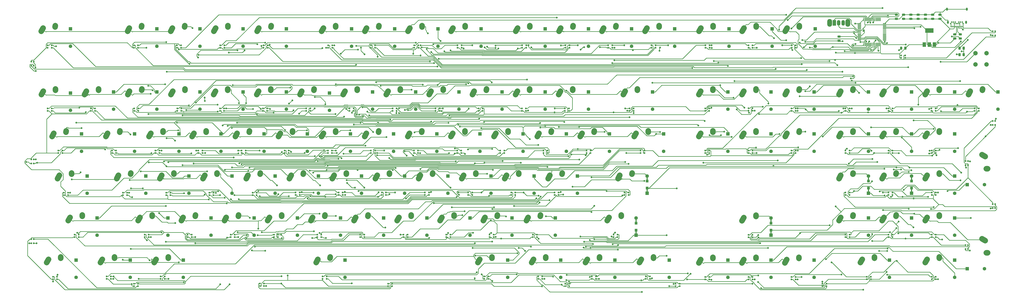
<source format=gbr>
G04 #@! TF.GenerationSoftware,KiCad,Pcbnew,(5.1.4)-1*
G04 #@! TF.CreationDate,2019-11-05T01:24:31-05:00*
G04 #@! TF.ProjectId,keyboard,6b657962-6f61-4726-942e-6b696361645f,rev?*
G04 #@! TF.SameCoordinates,Original*
G04 #@! TF.FileFunction,Copper,L1,Top*
G04 #@! TF.FilePolarity,Positive*
%FSLAX46Y46*%
G04 Gerber Fmt 4.6, Leading zero omitted, Abs format (unit mm)*
G04 Created by KiCad (PCBNEW (5.1.4)-1) date 2019-11-05 01:24:31*
%MOMM*%
%LPD*%
G04 APERTURE LIST*
%ADD10C,0.100000*%
%ADD11C,0.975000*%
%ADD12R,1.600000X1.600000*%
%ADD13C,1.600000*%
%ADD14R,0.500000X2.500000*%
%ADD15R,1.200000X1.200000*%
%ADD16C,2.500000*%
%ADD17C,2.500000*%
%ADD18O,0.800000X1.400000*%
%ADD19R,0.300000X0.700000*%
%ADD20C,0.650000*%
%ADD21R,1.500000X2.500000*%
%ADD22O,1.500000X2.500000*%
%ADD23O,2.200000X3.500000*%
%ADD24C,2.000000*%
%ADD25C,0.300000*%
%ADD26R,0.700000X0.700000*%
%ADD27R,3.800000X2.000000*%
%ADD28R,1.500000X2.000000*%
%ADD29C,0.800000*%
%ADD30C,0.250000*%
G04 APERTURE END LIST*
D10*
G36*
X382623142Y8946826D02*
G01*
X382646803Y8943316D01*
X382670007Y8937504D01*
X382692529Y8929446D01*
X382714153Y8919218D01*
X382734670Y8906921D01*
X382753883Y8892671D01*
X382771607Y8876607D01*
X382787671Y8858883D01*
X382801921Y8839670D01*
X382814218Y8819153D01*
X382824446Y8797529D01*
X382832504Y8775007D01*
X382838316Y8751803D01*
X382841826Y8728142D01*
X382843000Y8704250D01*
X382843000Y8216750D01*
X382841826Y8192858D01*
X382838316Y8169197D01*
X382832504Y8145993D01*
X382824446Y8123471D01*
X382814218Y8101847D01*
X382801921Y8081330D01*
X382787671Y8062117D01*
X382771607Y8044393D01*
X382753883Y8028329D01*
X382734670Y8014079D01*
X382714153Y8001782D01*
X382692529Y7991554D01*
X382670007Y7983496D01*
X382646803Y7977684D01*
X382623142Y7974174D01*
X382599250Y7973000D01*
X381686750Y7973000D01*
X381662858Y7974174D01*
X381639197Y7977684D01*
X381615993Y7983496D01*
X381593471Y7991554D01*
X381571847Y8001782D01*
X381551330Y8014079D01*
X381532117Y8028329D01*
X381514393Y8044393D01*
X381498329Y8062117D01*
X381484079Y8081330D01*
X381471782Y8101847D01*
X381461554Y8123471D01*
X381453496Y8145993D01*
X381447684Y8169197D01*
X381444174Y8192858D01*
X381443000Y8216750D01*
X381443000Y8704250D01*
X381444174Y8728142D01*
X381447684Y8751803D01*
X381453496Y8775007D01*
X381461554Y8797529D01*
X381471782Y8819153D01*
X381484079Y8839670D01*
X381498329Y8858883D01*
X381514393Y8876607D01*
X381532117Y8892671D01*
X381551330Y8906921D01*
X381571847Y8919218D01*
X381593471Y8929446D01*
X381615993Y8937504D01*
X381639197Y8943316D01*
X381662858Y8946826D01*
X381686750Y8948000D01*
X382599250Y8948000D01*
X382623142Y8946826D01*
X382623142Y8946826D01*
G37*
D11*
X382143000Y8460500D03*
D10*
G36*
X382623142Y10821826D02*
G01*
X382646803Y10818316D01*
X382670007Y10812504D01*
X382692529Y10804446D01*
X382714153Y10794218D01*
X382734670Y10781921D01*
X382753883Y10767671D01*
X382771607Y10751607D01*
X382787671Y10733883D01*
X382801921Y10714670D01*
X382814218Y10694153D01*
X382824446Y10672529D01*
X382832504Y10650007D01*
X382838316Y10626803D01*
X382841826Y10603142D01*
X382843000Y10579250D01*
X382843000Y10091750D01*
X382841826Y10067858D01*
X382838316Y10044197D01*
X382832504Y10020993D01*
X382824446Y9998471D01*
X382814218Y9976847D01*
X382801921Y9956330D01*
X382787671Y9937117D01*
X382771607Y9919393D01*
X382753883Y9903329D01*
X382734670Y9889079D01*
X382714153Y9876782D01*
X382692529Y9866554D01*
X382670007Y9858496D01*
X382646803Y9852684D01*
X382623142Y9849174D01*
X382599250Y9848000D01*
X381686750Y9848000D01*
X381662858Y9849174D01*
X381639197Y9852684D01*
X381615993Y9858496D01*
X381593471Y9866554D01*
X381571847Y9876782D01*
X381551330Y9889079D01*
X381532117Y9903329D01*
X381514393Y9919393D01*
X381498329Y9937117D01*
X381484079Y9956330D01*
X381471782Y9976847D01*
X381461554Y9998471D01*
X381453496Y10020993D01*
X381447684Y10044197D01*
X381444174Y10067858D01*
X381443000Y10091750D01*
X381443000Y10579250D01*
X381444174Y10603142D01*
X381447684Y10626803D01*
X381453496Y10650007D01*
X381461554Y10672529D01*
X381471782Y10694153D01*
X381484079Y10714670D01*
X381498329Y10733883D01*
X381514393Y10751607D01*
X381532117Y10767671D01*
X381551330Y10781921D01*
X381571847Y10794218D01*
X381593471Y10804446D01*
X381615993Y10812504D01*
X381639197Y10818316D01*
X381662858Y10821826D01*
X381686750Y10823000D01*
X382599250Y10823000D01*
X382623142Y10821826D01*
X382623142Y10821826D01*
G37*
D11*
X382143000Y10335500D03*
D10*
G36*
X386450142Y-4086174D02*
G01*
X386473803Y-4089684D01*
X386497007Y-4095496D01*
X386519529Y-4103554D01*
X386541153Y-4113782D01*
X386561670Y-4126079D01*
X386580883Y-4140329D01*
X386598607Y-4156393D01*
X386614671Y-4174117D01*
X386628921Y-4193330D01*
X386641218Y-4213847D01*
X386651446Y-4235471D01*
X386659504Y-4257993D01*
X386665316Y-4281197D01*
X386668826Y-4304858D01*
X386670000Y-4328750D01*
X386670000Y-5241250D01*
X386668826Y-5265142D01*
X386665316Y-5288803D01*
X386659504Y-5312007D01*
X386651446Y-5334529D01*
X386641218Y-5356153D01*
X386628921Y-5376670D01*
X386614671Y-5395883D01*
X386598607Y-5413607D01*
X386580883Y-5429671D01*
X386561670Y-5443921D01*
X386541153Y-5456218D01*
X386519529Y-5466446D01*
X386497007Y-5474504D01*
X386473803Y-5480316D01*
X386450142Y-5483826D01*
X386426250Y-5485000D01*
X385938750Y-5485000D01*
X385914858Y-5483826D01*
X385891197Y-5480316D01*
X385867993Y-5474504D01*
X385845471Y-5466446D01*
X385823847Y-5456218D01*
X385803330Y-5443921D01*
X385784117Y-5429671D01*
X385766393Y-5413607D01*
X385750329Y-5395883D01*
X385736079Y-5376670D01*
X385723782Y-5356153D01*
X385713554Y-5334529D01*
X385705496Y-5312007D01*
X385699684Y-5288803D01*
X385696174Y-5265142D01*
X385695000Y-5241250D01*
X385695000Y-4328750D01*
X385696174Y-4304858D01*
X385699684Y-4281197D01*
X385705496Y-4257993D01*
X385713554Y-4235471D01*
X385723782Y-4213847D01*
X385736079Y-4193330D01*
X385750329Y-4174117D01*
X385766393Y-4156393D01*
X385784117Y-4140329D01*
X385803330Y-4126079D01*
X385823847Y-4113782D01*
X385845471Y-4103554D01*
X385867993Y-4095496D01*
X385891197Y-4089684D01*
X385914858Y-4086174D01*
X385938750Y-4085000D01*
X386426250Y-4085000D01*
X386450142Y-4086174D01*
X386450142Y-4086174D01*
G37*
D11*
X386182500Y-4785000D03*
D10*
G36*
X384575142Y-4086174D02*
G01*
X384598803Y-4089684D01*
X384622007Y-4095496D01*
X384644529Y-4103554D01*
X384666153Y-4113782D01*
X384686670Y-4126079D01*
X384705883Y-4140329D01*
X384723607Y-4156393D01*
X384739671Y-4174117D01*
X384753921Y-4193330D01*
X384766218Y-4213847D01*
X384776446Y-4235471D01*
X384784504Y-4257993D01*
X384790316Y-4281197D01*
X384793826Y-4304858D01*
X384795000Y-4328750D01*
X384795000Y-5241250D01*
X384793826Y-5265142D01*
X384790316Y-5288803D01*
X384784504Y-5312007D01*
X384776446Y-5334529D01*
X384766218Y-5356153D01*
X384753921Y-5376670D01*
X384739671Y-5395883D01*
X384723607Y-5413607D01*
X384705883Y-5429671D01*
X384686670Y-5443921D01*
X384666153Y-5456218D01*
X384644529Y-5466446D01*
X384622007Y-5474504D01*
X384598803Y-5480316D01*
X384575142Y-5483826D01*
X384551250Y-5485000D01*
X384063750Y-5485000D01*
X384039858Y-5483826D01*
X384016197Y-5480316D01*
X383992993Y-5474504D01*
X383970471Y-5466446D01*
X383948847Y-5456218D01*
X383928330Y-5443921D01*
X383909117Y-5429671D01*
X383891393Y-5413607D01*
X383875329Y-5395883D01*
X383861079Y-5376670D01*
X383848782Y-5356153D01*
X383838554Y-5334529D01*
X383830496Y-5312007D01*
X383824684Y-5288803D01*
X383821174Y-5265142D01*
X383820000Y-5241250D01*
X383820000Y-4328750D01*
X383821174Y-4304858D01*
X383824684Y-4281197D01*
X383830496Y-4257993D01*
X383838554Y-4235471D01*
X383848782Y-4213847D01*
X383861079Y-4193330D01*
X383875329Y-4174117D01*
X383891393Y-4156393D01*
X383909117Y-4140329D01*
X383928330Y-4126079D01*
X383948847Y-4113782D01*
X383970471Y-4103554D01*
X383992993Y-4095496D01*
X384016197Y-4089684D01*
X384039858Y-4086174D01*
X384063750Y-4085000D01*
X384551250Y-4085000D01*
X384575142Y-4086174D01*
X384575142Y-4086174D01*
G37*
D11*
X384307500Y-4785000D03*
D10*
G36*
X385848142Y10823826D02*
G01*
X385871803Y10820316D01*
X385895007Y10814504D01*
X385917529Y10806446D01*
X385939153Y10796218D01*
X385959670Y10783921D01*
X385978883Y10769671D01*
X385996607Y10753607D01*
X386012671Y10735883D01*
X386026921Y10716670D01*
X386039218Y10696153D01*
X386049446Y10674529D01*
X386057504Y10652007D01*
X386063316Y10628803D01*
X386066826Y10605142D01*
X386068000Y10581250D01*
X386068000Y10093750D01*
X386066826Y10069858D01*
X386063316Y10046197D01*
X386057504Y10022993D01*
X386049446Y10000471D01*
X386039218Y9978847D01*
X386026921Y9958330D01*
X386012671Y9939117D01*
X385996607Y9921393D01*
X385978883Y9905329D01*
X385959670Y9891079D01*
X385939153Y9878782D01*
X385917529Y9868554D01*
X385895007Y9860496D01*
X385871803Y9854684D01*
X385848142Y9851174D01*
X385824250Y9850000D01*
X384911750Y9850000D01*
X384887858Y9851174D01*
X384864197Y9854684D01*
X384840993Y9860496D01*
X384818471Y9868554D01*
X384796847Y9878782D01*
X384776330Y9891079D01*
X384757117Y9905329D01*
X384739393Y9921393D01*
X384723329Y9939117D01*
X384709079Y9958330D01*
X384696782Y9978847D01*
X384686554Y10000471D01*
X384678496Y10022993D01*
X384672684Y10046197D01*
X384669174Y10069858D01*
X384668000Y10093750D01*
X384668000Y10581250D01*
X384669174Y10605142D01*
X384672684Y10628803D01*
X384678496Y10652007D01*
X384686554Y10674529D01*
X384696782Y10696153D01*
X384709079Y10716670D01*
X384723329Y10735883D01*
X384739393Y10753607D01*
X384757117Y10769671D01*
X384776330Y10783921D01*
X384796847Y10796218D01*
X384818471Y10806446D01*
X384840993Y10814504D01*
X384864197Y10820316D01*
X384887858Y10823826D01*
X384911750Y10825000D01*
X385824250Y10825000D01*
X385848142Y10823826D01*
X385848142Y10823826D01*
G37*
D11*
X385368000Y10337500D03*
D10*
G36*
X385848142Y8948826D02*
G01*
X385871803Y8945316D01*
X385895007Y8939504D01*
X385917529Y8931446D01*
X385939153Y8921218D01*
X385959670Y8908921D01*
X385978883Y8894671D01*
X385996607Y8878607D01*
X386012671Y8860883D01*
X386026921Y8841670D01*
X386039218Y8821153D01*
X386049446Y8799529D01*
X386057504Y8777007D01*
X386063316Y8753803D01*
X386066826Y8730142D01*
X386068000Y8706250D01*
X386068000Y8218750D01*
X386066826Y8194858D01*
X386063316Y8171197D01*
X386057504Y8147993D01*
X386049446Y8125471D01*
X386039218Y8103847D01*
X386026921Y8083330D01*
X386012671Y8064117D01*
X385996607Y8046393D01*
X385978883Y8030329D01*
X385959670Y8016079D01*
X385939153Y8003782D01*
X385917529Y7993554D01*
X385895007Y7985496D01*
X385871803Y7979684D01*
X385848142Y7976174D01*
X385824250Y7975000D01*
X384911750Y7975000D01*
X384887858Y7976174D01*
X384864197Y7979684D01*
X384840993Y7985496D01*
X384818471Y7993554D01*
X384796847Y8003782D01*
X384776330Y8016079D01*
X384757117Y8030329D01*
X384739393Y8046393D01*
X384723329Y8064117D01*
X384709079Y8083330D01*
X384696782Y8103847D01*
X384686554Y8125471D01*
X384678496Y8147993D01*
X384672684Y8171197D01*
X384669174Y8194858D01*
X384668000Y8218750D01*
X384668000Y8706250D01*
X384669174Y8730142D01*
X384672684Y8753803D01*
X384678496Y8777007D01*
X384686554Y8799529D01*
X384696782Y8821153D01*
X384709079Y8841670D01*
X384723329Y8860883D01*
X384739393Y8878607D01*
X384757117Y8894671D01*
X384776330Y8908921D01*
X384796847Y8921218D01*
X384818471Y8931446D01*
X384840993Y8939504D01*
X384864197Y8945316D01*
X384887858Y8948826D01*
X384911750Y8950000D01*
X385824250Y8950000D01*
X385848142Y8948826D01*
X385848142Y8948826D01*
G37*
D11*
X385368000Y8462500D03*
D10*
G36*
X389148142Y8948826D02*
G01*
X389171803Y8945316D01*
X389195007Y8939504D01*
X389217529Y8931446D01*
X389239153Y8921218D01*
X389259670Y8908921D01*
X389278883Y8894671D01*
X389296607Y8878607D01*
X389312671Y8860883D01*
X389326921Y8841670D01*
X389339218Y8821153D01*
X389349446Y8799529D01*
X389357504Y8777007D01*
X389363316Y8753803D01*
X389366826Y8730142D01*
X389368000Y8706250D01*
X389368000Y8218750D01*
X389366826Y8194858D01*
X389363316Y8171197D01*
X389357504Y8147993D01*
X389349446Y8125471D01*
X389339218Y8103847D01*
X389326921Y8083330D01*
X389312671Y8064117D01*
X389296607Y8046393D01*
X389278883Y8030329D01*
X389259670Y8016079D01*
X389239153Y8003782D01*
X389217529Y7993554D01*
X389195007Y7985496D01*
X389171803Y7979684D01*
X389148142Y7976174D01*
X389124250Y7975000D01*
X388211750Y7975000D01*
X388187858Y7976174D01*
X388164197Y7979684D01*
X388140993Y7985496D01*
X388118471Y7993554D01*
X388096847Y8003782D01*
X388076330Y8016079D01*
X388057117Y8030329D01*
X388039393Y8046393D01*
X388023329Y8064117D01*
X388009079Y8083330D01*
X387996782Y8103847D01*
X387986554Y8125471D01*
X387978496Y8147993D01*
X387972684Y8171197D01*
X387969174Y8194858D01*
X387968000Y8218750D01*
X387968000Y8706250D01*
X387969174Y8730142D01*
X387972684Y8753803D01*
X387978496Y8777007D01*
X387986554Y8799529D01*
X387996782Y8821153D01*
X388009079Y8841670D01*
X388023329Y8860883D01*
X388039393Y8878607D01*
X388057117Y8894671D01*
X388076330Y8908921D01*
X388096847Y8921218D01*
X388118471Y8931446D01*
X388140993Y8939504D01*
X388164197Y8945316D01*
X388187858Y8948826D01*
X388211750Y8950000D01*
X389124250Y8950000D01*
X389148142Y8948826D01*
X389148142Y8948826D01*
G37*
D11*
X388668000Y8462500D03*
D10*
G36*
X389148142Y10823826D02*
G01*
X389171803Y10820316D01*
X389195007Y10814504D01*
X389217529Y10806446D01*
X389239153Y10796218D01*
X389259670Y10783921D01*
X389278883Y10769671D01*
X389296607Y10753607D01*
X389312671Y10735883D01*
X389326921Y10716670D01*
X389339218Y10696153D01*
X389349446Y10674529D01*
X389357504Y10652007D01*
X389363316Y10628803D01*
X389366826Y10605142D01*
X389368000Y10581250D01*
X389368000Y10093750D01*
X389366826Y10069858D01*
X389363316Y10046197D01*
X389357504Y10022993D01*
X389349446Y10000471D01*
X389339218Y9978847D01*
X389326921Y9958330D01*
X389312671Y9939117D01*
X389296607Y9921393D01*
X389278883Y9905329D01*
X389259670Y9891079D01*
X389239153Y9878782D01*
X389217529Y9868554D01*
X389195007Y9860496D01*
X389171803Y9854684D01*
X389148142Y9851174D01*
X389124250Y9850000D01*
X388211750Y9850000D01*
X388187858Y9851174D01*
X388164197Y9854684D01*
X388140993Y9860496D01*
X388118471Y9868554D01*
X388096847Y9878782D01*
X388076330Y9891079D01*
X388057117Y9905329D01*
X388039393Y9921393D01*
X388023329Y9939117D01*
X388009079Y9958330D01*
X387996782Y9978847D01*
X387986554Y10000471D01*
X387978496Y10022993D01*
X387972684Y10046197D01*
X387969174Y10069858D01*
X387968000Y10093750D01*
X387968000Y10581250D01*
X387969174Y10605142D01*
X387972684Y10628803D01*
X387978496Y10652007D01*
X387986554Y10674529D01*
X387996782Y10696153D01*
X388009079Y10716670D01*
X388023329Y10735883D01*
X388039393Y10753607D01*
X388057117Y10769671D01*
X388076330Y10783921D01*
X388096847Y10796218D01*
X388118471Y10806446D01*
X388140993Y10814504D01*
X388164197Y10820316D01*
X388187858Y10823826D01*
X388211750Y10825000D01*
X389124250Y10825000D01*
X389148142Y10823826D01*
X389148142Y10823826D01*
G37*
D11*
X388668000Y10337500D03*
D10*
G36*
X392448142Y10823826D02*
G01*
X392471803Y10820316D01*
X392495007Y10814504D01*
X392517529Y10806446D01*
X392539153Y10796218D01*
X392559670Y10783921D01*
X392578883Y10769671D01*
X392596607Y10753607D01*
X392612671Y10735883D01*
X392626921Y10716670D01*
X392639218Y10696153D01*
X392649446Y10674529D01*
X392657504Y10652007D01*
X392663316Y10628803D01*
X392666826Y10605142D01*
X392668000Y10581250D01*
X392668000Y10093750D01*
X392666826Y10069858D01*
X392663316Y10046197D01*
X392657504Y10022993D01*
X392649446Y10000471D01*
X392639218Y9978847D01*
X392626921Y9958330D01*
X392612671Y9939117D01*
X392596607Y9921393D01*
X392578883Y9905329D01*
X392559670Y9891079D01*
X392539153Y9878782D01*
X392517529Y9868554D01*
X392495007Y9860496D01*
X392471803Y9854684D01*
X392448142Y9851174D01*
X392424250Y9850000D01*
X391511750Y9850000D01*
X391487858Y9851174D01*
X391464197Y9854684D01*
X391440993Y9860496D01*
X391418471Y9868554D01*
X391396847Y9878782D01*
X391376330Y9891079D01*
X391357117Y9905329D01*
X391339393Y9921393D01*
X391323329Y9939117D01*
X391309079Y9958330D01*
X391296782Y9978847D01*
X391286554Y10000471D01*
X391278496Y10022993D01*
X391272684Y10046197D01*
X391269174Y10069858D01*
X391268000Y10093750D01*
X391268000Y10581250D01*
X391269174Y10605142D01*
X391272684Y10628803D01*
X391278496Y10652007D01*
X391286554Y10674529D01*
X391296782Y10696153D01*
X391309079Y10716670D01*
X391323329Y10735883D01*
X391339393Y10753607D01*
X391357117Y10769671D01*
X391376330Y10783921D01*
X391396847Y10796218D01*
X391418471Y10806446D01*
X391440993Y10814504D01*
X391464197Y10820316D01*
X391487858Y10823826D01*
X391511750Y10825000D01*
X392424250Y10825000D01*
X392448142Y10823826D01*
X392448142Y10823826D01*
G37*
D11*
X391968000Y10337500D03*
D10*
G36*
X392448142Y8948826D02*
G01*
X392471803Y8945316D01*
X392495007Y8939504D01*
X392517529Y8931446D01*
X392539153Y8921218D01*
X392559670Y8908921D01*
X392578883Y8894671D01*
X392596607Y8878607D01*
X392612671Y8860883D01*
X392626921Y8841670D01*
X392639218Y8821153D01*
X392649446Y8799529D01*
X392657504Y8777007D01*
X392663316Y8753803D01*
X392666826Y8730142D01*
X392668000Y8706250D01*
X392668000Y8218750D01*
X392666826Y8194858D01*
X392663316Y8171197D01*
X392657504Y8147993D01*
X392649446Y8125471D01*
X392639218Y8103847D01*
X392626921Y8083330D01*
X392612671Y8064117D01*
X392596607Y8046393D01*
X392578883Y8030329D01*
X392559670Y8016079D01*
X392539153Y8003782D01*
X392517529Y7993554D01*
X392495007Y7985496D01*
X392471803Y7979684D01*
X392448142Y7976174D01*
X392424250Y7975000D01*
X391511750Y7975000D01*
X391487858Y7976174D01*
X391464197Y7979684D01*
X391440993Y7985496D01*
X391418471Y7993554D01*
X391396847Y8003782D01*
X391376330Y8016079D01*
X391357117Y8030329D01*
X391339393Y8046393D01*
X391323329Y8064117D01*
X391309079Y8083330D01*
X391296782Y8103847D01*
X391286554Y8125471D01*
X391278496Y8147993D01*
X391272684Y8171197D01*
X391269174Y8194858D01*
X391268000Y8218750D01*
X391268000Y8706250D01*
X391269174Y8730142D01*
X391272684Y8753803D01*
X391278496Y8777007D01*
X391286554Y8799529D01*
X391296782Y8821153D01*
X391309079Y8841670D01*
X391323329Y8860883D01*
X391339393Y8878607D01*
X391357117Y8894671D01*
X391376330Y8908921D01*
X391396847Y8921218D01*
X391418471Y8931446D01*
X391440993Y8939504D01*
X391464197Y8945316D01*
X391487858Y8948826D01*
X391511750Y8950000D01*
X392424250Y8950000D01*
X392448142Y8948826D01*
X392448142Y8948826D01*
G37*
D11*
X391968000Y8462500D03*
D10*
G36*
X395748142Y8948826D02*
G01*
X395771803Y8945316D01*
X395795007Y8939504D01*
X395817529Y8931446D01*
X395839153Y8921218D01*
X395859670Y8908921D01*
X395878883Y8894671D01*
X395896607Y8878607D01*
X395912671Y8860883D01*
X395926921Y8841670D01*
X395939218Y8821153D01*
X395949446Y8799529D01*
X395957504Y8777007D01*
X395963316Y8753803D01*
X395966826Y8730142D01*
X395968000Y8706250D01*
X395968000Y8218750D01*
X395966826Y8194858D01*
X395963316Y8171197D01*
X395957504Y8147993D01*
X395949446Y8125471D01*
X395939218Y8103847D01*
X395926921Y8083330D01*
X395912671Y8064117D01*
X395896607Y8046393D01*
X395878883Y8030329D01*
X395859670Y8016079D01*
X395839153Y8003782D01*
X395817529Y7993554D01*
X395795007Y7985496D01*
X395771803Y7979684D01*
X395748142Y7976174D01*
X395724250Y7975000D01*
X394811750Y7975000D01*
X394787858Y7976174D01*
X394764197Y7979684D01*
X394740993Y7985496D01*
X394718471Y7993554D01*
X394696847Y8003782D01*
X394676330Y8016079D01*
X394657117Y8030329D01*
X394639393Y8046393D01*
X394623329Y8064117D01*
X394609079Y8083330D01*
X394596782Y8103847D01*
X394586554Y8125471D01*
X394578496Y8147993D01*
X394572684Y8171197D01*
X394569174Y8194858D01*
X394568000Y8218750D01*
X394568000Y8706250D01*
X394569174Y8730142D01*
X394572684Y8753803D01*
X394578496Y8777007D01*
X394586554Y8799529D01*
X394596782Y8821153D01*
X394609079Y8841670D01*
X394623329Y8860883D01*
X394639393Y8878607D01*
X394657117Y8894671D01*
X394676330Y8908921D01*
X394696847Y8921218D01*
X394718471Y8931446D01*
X394740993Y8939504D01*
X394764197Y8945316D01*
X394787858Y8948826D01*
X394811750Y8950000D01*
X395724250Y8950000D01*
X395748142Y8948826D01*
X395748142Y8948826D01*
G37*
D11*
X395268000Y8462500D03*
D10*
G36*
X395748142Y10823826D02*
G01*
X395771803Y10820316D01*
X395795007Y10814504D01*
X395817529Y10806446D01*
X395839153Y10796218D01*
X395859670Y10783921D01*
X395878883Y10769671D01*
X395896607Y10753607D01*
X395912671Y10735883D01*
X395926921Y10716670D01*
X395939218Y10696153D01*
X395949446Y10674529D01*
X395957504Y10652007D01*
X395963316Y10628803D01*
X395966826Y10605142D01*
X395968000Y10581250D01*
X395968000Y10093750D01*
X395966826Y10069858D01*
X395963316Y10046197D01*
X395957504Y10022993D01*
X395949446Y10000471D01*
X395939218Y9978847D01*
X395926921Y9958330D01*
X395912671Y9939117D01*
X395896607Y9921393D01*
X395878883Y9905329D01*
X395859670Y9891079D01*
X395839153Y9878782D01*
X395817529Y9868554D01*
X395795007Y9860496D01*
X395771803Y9854684D01*
X395748142Y9851174D01*
X395724250Y9850000D01*
X394811750Y9850000D01*
X394787858Y9851174D01*
X394764197Y9854684D01*
X394740993Y9860496D01*
X394718471Y9868554D01*
X394696847Y9878782D01*
X394676330Y9891079D01*
X394657117Y9905329D01*
X394639393Y9921393D01*
X394623329Y9939117D01*
X394609079Y9958330D01*
X394596782Y9978847D01*
X394586554Y10000471D01*
X394578496Y10022993D01*
X394572684Y10046197D01*
X394569174Y10069858D01*
X394568000Y10093750D01*
X394568000Y10581250D01*
X394569174Y10605142D01*
X394572684Y10628803D01*
X394578496Y10652007D01*
X394586554Y10674529D01*
X394596782Y10696153D01*
X394609079Y10716670D01*
X394623329Y10735883D01*
X394639393Y10753607D01*
X394657117Y10769671D01*
X394676330Y10783921D01*
X394696847Y10796218D01*
X394718471Y10806446D01*
X394740993Y10814504D01*
X394764197Y10820316D01*
X394787858Y10823826D01*
X394811750Y10825000D01*
X395724250Y10825000D01*
X395748142Y10823826D01*
X395748142Y10823826D01*
G37*
D11*
X395268000Y10337500D03*
D10*
G36*
X402308142Y10821826D02*
G01*
X402331803Y10818316D01*
X402355007Y10812504D01*
X402377529Y10804446D01*
X402399153Y10794218D01*
X402419670Y10781921D01*
X402438883Y10767671D01*
X402456607Y10751607D01*
X402472671Y10733883D01*
X402486921Y10714670D01*
X402499218Y10694153D01*
X402509446Y10672529D01*
X402517504Y10650007D01*
X402523316Y10626803D01*
X402526826Y10603142D01*
X402528000Y10579250D01*
X402528000Y10091750D01*
X402526826Y10067858D01*
X402523316Y10044197D01*
X402517504Y10020993D01*
X402509446Y9998471D01*
X402499218Y9976847D01*
X402486921Y9956330D01*
X402472671Y9937117D01*
X402456607Y9919393D01*
X402438883Y9903329D01*
X402419670Y9889079D01*
X402399153Y9876782D01*
X402377529Y9866554D01*
X402355007Y9858496D01*
X402331803Y9852684D01*
X402308142Y9849174D01*
X402284250Y9848000D01*
X401371750Y9848000D01*
X401347858Y9849174D01*
X401324197Y9852684D01*
X401300993Y9858496D01*
X401278471Y9866554D01*
X401256847Y9876782D01*
X401236330Y9889079D01*
X401217117Y9903329D01*
X401199393Y9919393D01*
X401183329Y9937117D01*
X401169079Y9956330D01*
X401156782Y9976847D01*
X401146554Y9998471D01*
X401138496Y10020993D01*
X401132684Y10044197D01*
X401129174Y10067858D01*
X401128000Y10091750D01*
X401128000Y10579250D01*
X401129174Y10603142D01*
X401132684Y10626803D01*
X401138496Y10650007D01*
X401146554Y10672529D01*
X401156782Y10694153D01*
X401169079Y10714670D01*
X401183329Y10733883D01*
X401199393Y10751607D01*
X401217117Y10767671D01*
X401236330Y10781921D01*
X401256847Y10794218D01*
X401278471Y10804446D01*
X401300993Y10812504D01*
X401324197Y10818316D01*
X401347858Y10821826D01*
X401371750Y10823000D01*
X402284250Y10823000D01*
X402308142Y10821826D01*
X402308142Y10821826D01*
G37*
D11*
X401828000Y10335500D03*
D10*
G36*
X402308142Y8946826D02*
G01*
X402331803Y8943316D01*
X402355007Y8937504D01*
X402377529Y8929446D01*
X402399153Y8919218D01*
X402419670Y8906921D01*
X402438883Y8892671D01*
X402456607Y8876607D01*
X402472671Y8858883D01*
X402486921Y8839670D01*
X402499218Y8819153D01*
X402509446Y8797529D01*
X402517504Y8775007D01*
X402523316Y8751803D01*
X402526826Y8728142D01*
X402528000Y8704250D01*
X402528000Y8216750D01*
X402526826Y8192858D01*
X402523316Y8169197D01*
X402517504Y8145993D01*
X402509446Y8123471D01*
X402499218Y8101847D01*
X402486921Y8081330D01*
X402472671Y8062117D01*
X402456607Y8044393D01*
X402438883Y8028329D01*
X402419670Y8014079D01*
X402399153Y8001782D01*
X402377529Y7991554D01*
X402355007Y7983496D01*
X402331803Y7977684D01*
X402308142Y7974174D01*
X402284250Y7973000D01*
X401371750Y7973000D01*
X401347858Y7974174D01*
X401324197Y7977684D01*
X401300993Y7983496D01*
X401278471Y7991554D01*
X401256847Y8001782D01*
X401236330Y8014079D01*
X401217117Y8028329D01*
X401199393Y8044393D01*
X401183329Y8062117D01*
X401169079Y8081330D01*
X401156782Y8101847D01*
X401146554Y8123471D01*
X401138496Y8145993D01*
X401132684Y8169197D01*
X401129174Y8192858D01*
X401128000Y8216750D01*
X401128000Y8704250D01*
X401129174Y8728142D01*
X401132684Y8751803D01*
X401138496Y8775007D01*
X401146554Y8797529D01*
X401156782Y8819153D01*
X401169079Y8839670D01*
X401183329Y8858883D01*
X401199393Y8876607D01*
X401217117Y8892671D01*
X401236330Y8906921D01*
X401256847Y8919218D01*
X401278471Y8929446D01*
X401300993Y8937504D01*
X401324197Y8943316D01*
X401347858Y8946826D01*
X401371750Y8948000D01*
X402284250Y8948000D01*
X402308142Y8946826D01*
X402308142Y8946826D01*
G37*
D11*
X401828000Y8460500D03*
D12*
X9000000Y3900000D03*
D13*
X9000000Y-3900000D03*
X48000000Y-3900000D03*
D12*
X48000000Y3900000D03*
X67500000Y3900000D03*
D13*
X67500000Y-3900000D03*
X87000000Y-3900000D03*
D12*
X87000000Y3900000D03*
D13*
X106500000Y-3900000D03*
D12*
X106500000Y3900000D03*
X136000000Y3900000D03*
D13*
X136000000Y-3900000D03*
X155500000Y-3900000D03*
D12*
X155500000Y3900000D03*
X175000000Y3900000D03*
D13*
X175000000Y-3900000D03*
D12*
X194500000Y3900000D03*
D13*
X194500000Y-3900000D03*
X223500000Y-3900000D03*
D12*
X223500000Y3900000D03*
D13*
X243000000Y-3900000D03*
D12*
X243000000Y3900000D03*
X262500000Y3900000D03*
D13*
X262500000Y-3900000D03*
D12*
X282000000Y3900000D03*
D13*
X282000000Y-3900000D03*
X306500000Y-3900000D03*
D12*
X306500000Y3900000D03*
X326000000Y3900000D03*
D13*
X326000000Y-3900000D03*
X345500000Y-3900000D03*
D12*
X345500000Y3900000D03*
D13*
X9000000Y-32900000D03*
D12*
X9000000Y-25100000D03*
D13*
X28500000Y-32400000D03*
D12*
X28500000Y-24600000D03*
X48000000Y-24600000D03*
D13*
X48000000Y-32400000D03*
X67500000Y-32400000D03*
D12*
X67500000Y-24600000D03*
D13*
X87000000Y-32400000D03*
D12*
X87000000Y-24600000D03*
X106500000Y-24600000D03*
D13*
X106500000Y-32400000D03*
D12*
X126000000Y-25100000D03*
D13*
X126000000Y-32900000D03*
D12*
X145500000Y-24600000D03*
D13*
X145500000Y-32400000D03*
X165000000Y-32400000D03*
D12*
X165000000Y-24600000D03*
X184500000Y-24600000D03*
D13*
X184500000Y-32400000D03*
X204000000Y-32400000D03*
D12*
X204000000Y-24600000D03*
X223500000Y-24600000D03*
D13*
X223500000Y-32400000D03*
D12*
X243000000Y-24600000D03*
D13*
X243000000Y-32400000D03*
X272000000Y-32400000D03*
D12*
X272000000Y-24600000D03*
X14000000Y-43600000D03*
D13*
X14000000Y-51400000D03*
X38000000Y-51400000D03*
D12*
X38000000Y-43600000D03*
D13*
X58000000Y-51400000D03*
D12*
X58000000Y-43600000D03*
X77000000Y-43600000D03*
D13*
X77000000Y-51400000D03*
D12*
X96500000Y-43600000D03*
D13*
X96500000Y-51400000D03*
D12*
X116000000Y-43600000D03*
D13*
X116000000Y-51400000D03*
X135500000Y-51400000D03*
D12*
X135500000Y-43600000D03*
X155000000Y-43600000D03*
D13*
X155000000Y-51400000D03*
X174500000Y-51400000D03*
D12*
X174500000Y-43600000D03*
X194000000Y-43600000D03*
D13*
X194000000Y-51400000D03*
D12*
X213500000Y-43600000D03*
D13*
X213500000Y-51400000D03*
D12*
X233000000Y-43600000D03*
D13*
X233000000Y-51400000D03*
X252500000Y-51400000D03*
D12*
X252500000Y-43600000D03*
D13*
X277000000Y-51400000D03*
D12*
X277000000Y-43600000D03*
X16500000Y-62600000D03*
D13*
X16500000Y-70400000D03*
X43000000Y-70400000D03*
D12*
X43000000Y-62600000D03*
X62500000Y-62600000D03*
D13*
X62500000Y-70400000D03*
X82000000Y-70400000D03*
D12*
X82000000Y-62600000D03*
X101500000Y-62600000D03*
D13*
X101500000Y-70400000D03*
X121000000Y-70400000D03*
D12*
X121000000Y-62600000D03*
X140500000Y-62600000D03*
D13*
X140500000Y-70400000D03*
D12*
X160000000Y-62600000D03*
D13*
X160000000Y-70400000D03*
X179500000Y-70400000D03*
D12*
X179500000Y-62600000D03*
D13*
X199000000Y-70400000D03*
D12*
X199000000Y-62600000D03*
D13*
X218500000Y-70400000D03*
D12*
X218500000Y-62600000D03*
X238000000Y-62600000D03*
D13*
X238000000Y-70400000D03*
D14*
X269500000Y-63800000D03*
X269500000Y-69200000D03*
D13*
X269500000Y-62600000D03*
D12*
X269500000Y-70400000D03*
D15*
X269500000Y-68075000D03*
X269500000Y-64925000D03*
D12*
X21000000Y-81600000D03*
D13*
X21000000Y-89400000D03*
X53000000Y-89400000D03*
D12*
X53000000Y-81600000D03*
D13*
X72500000Y-89400000D03*
D12*
X72500000Y-81600000D03*
X92000000Y-81600000D03*
D13*
X92000000Y-89400000D03*
X111500000Y-89400000D03*
D12*
X111500000Y-81600000D03*
X131000000Y-81600000D03*
D13*
X131000000Y-89400000D03*
X150500000Y-89400000D03*
D12*
X150500000Y-81600000D03*
D13*
X170000000Y-89400000D03*
D12*
X170000000Y-81600000D03*
X189500000Y-81600000D03*
D13*
X189500000Y-89400000D03*
X208500000Y-89400000D03*
D12*
X208500000Y-81600000D03*
X228000000Y-81600000D03*
D13*
X228000000Y-89400000D03*
D14*
X264500000Y-82800000D03*
X264500000Y-88200000D03*
D13*
X264500000Y-81600000D03*
D12*
X264500000Y-89400000D03*
D15*
X264500000Y-87075000D03*
X264500000Y-83925000D03*
D12*
X11500000Y-100600000D03*
D13*
X11500000Y-108400000D03*
X36000000Y-108400000D03*
D12*
X36000000Y-100600000D03*
X60000000Y-100600000D03*
D13*
X60000000Y-108400000D03*
D12*
X133000000Y-100600000D03*
D13*
X133000000Y-108400000D03*
X206500000Y-108400000D03*
D12*
X206500000Y-100600000D03*
D13*
X230500000Y-108400000D03*
D12*
X230500000Y-100600000D03*
D13*
X255000000Y-108400000D03*
D12*
X255000000Y-100600000D03*
X279500000Y-100600000D03*
D13*
X279500000Y-108400000D03*
X306000000Y-32400000D03*
D12*
X306000000Y-24600000D03*
X325500000Y-24600000D03*
D13*
X325500000Y-32400000D03*
D12*
X345000000Y-24600000D03*
D13*
X345000000Y-32400000D03*
D12*
X306000000Y-43600000D03*
D13*
X306000000Y-51400000D03*
D12*
X325500000Y-43600000D03*
D13*
X325500000Y-51400000D03*
D12*
X345000000Y-43600000D03*
D13*
X345000000Y-51400000D03*
D15*
X325500000Y-83925000D03*
X325500000Y-87075000D03*
D12*
X325500000Y-89400000D03*
D13*
X325500000Y-81600000D03*
D14*
X325500000Y-88200000D03*
X325500000Y-82800000D03*
D12*
X306000000Y-100600000D03*
D13*
X306000000Y-108400000D03*
D12*
X325500000Y-100600000D03*
D13*
X325500000Y-108400000D03*
X345000000Y-108400000D03*
D12*
X345000000Y-100600000D03*
D13*
X369500000Y-32400000D03*
D12*
X369500000Y-24600000D03*
X389000000Y-24600000D03*
D13*
X389000000Y-32400000D03*
X408500000Y-32400000D03*
D12*
X408500000Y-24600000D03*
D13*
X428000000Y-32400000D03*
D12*
X428000000Y-24600000D03*
D13*
X369500000Y-51400000D03*
D12*
X369500000Y-43600000D03*
X389000000Y-43600000D03*
D13*
X389000000Y-51400000D03*
X408500000Y-51400000D03*
D12*
X408500000Y-43600000D03*
D13*
X421900000Y-66500000D03*
D12*
X414100000Y-66500000D03*
D14*
X369500000Y-63800000D03*
X369500000Y-69200000D03*
D13*
X369500000Y-62600000D03*
D12*
X369500000Y-70400000D03*
D15*
X369500000Y-68075000D03*
X369500000Y-64925000D03*
D14*
X389000000Y-63800000D03*
X389000000Y-69200000D03*
D13*
X389000000Y-62600000D03*
D12*
X389000000Y-70400000D03*
D15*
X389000000Y-68075000D03*
X389000000Y-64925000D03*
D13*
X408500000Y-70400000D03*
D12*
X408500000Y-62600000D03*
X369500000Y-81600000D03*
D13*
X369500000Y-89400000D03*
D12*
X389000000Y-81600000D03*
D13*
X389000000Y-89400000D03*
X408500000Y-89400000D03*
D12*
X408500000Y-81600000D03*
X414100000Y-104500000D03*
D13*
X421900000Y-104500000D03*
X379000000Y-108400000D03*
D12*
X379000000Y-100600000D03*
X408500000Y-100600000D03*
D13*
X408500000Y-108400000D03*
D16*
X2120000Y5090000D03*
D17*
X2139724Y5379328D02*
X2100276Y4800672D01*
D16*
X-3805000Y3570000D03*
D17*
X-3399547Y4299954D02*
X-4210453Y2840046D01*
D16*
X35195000Y3570000D03*
D17*
X35600453Y4299954D02*
X34789547Y2840046D01*
D16*
X41120000Y5090000D03*
D17*
X41139724Y5379328D02*
X41100276Y4800672D01*
D16*
X60620000Y5090000D03*
D17*
X60639724Y5379328D02*
X60600276Y4800672D01*
D16*
X54695000Y3570000D03*
D17*
X55100453Y4299954D02*
X54289547Y2840046D01*
D16*
X74195000Y3570000D03*
D17*
X74600453Y4299954D02*
X73789547Y2840046D01*
D16*
X80120000Y5090000D03*
D17*
X80139724Y5379328D02*
X80100276Y4800672D01*
D16*
X99620000Y5090000D03*
D17*
X99639724Y5379328D02*
X99600276Y4800672D01*
D16*
X93695000Y3570000D03*
D17*
X94100453Y4299954D02*
X93289547Y2840046D01*
D16*
X122895000Y3570000D03*
D17*
X123300453Y4299954D02*
X122489547Y2840046D01*
D16*
X128820000Y5090000D03*
D17*
X128839724Y5379328D02*
X128800276Y4800672D01*
D16*
X142395000Y3570000D03*
D17*
X142800453Y4299954D02*
X141989547Y2840046D01*
D16*
X148320000Y5090000D03*
D17*
X148339724Y5379328D02*
X148300276Y4800672D01*
D16*
X161895000Y3570000D03*
D17*
X162300453Y4299954D02*
X161489547Y2840046D01*
D16*
X167820000Y5090000D03*
D17*
X167839724Y5379328D02*
X167800276Y4800672D01*
D16*
X187320000Y5090000D03*
D17*
X187339724Y5379328D02*
X187300276Y4800672D01*
D16*
X181395000Y3570000D03*
D17*
X181800453Y4299954D02*
X180989547Y2840046D01*
D16*
X216520000Y5090000D03*
D17*
X216539724Y5379328D02*
X216500276Y4800672D01*
D16*
X210595000Y3570000D03*
D17*
X211000453Y4299954D02*
X210189547Y2840046D01*
D16*
X230095000Y3570000D03*
D17*
X230500453Y4299954D02*
X229689547Y2840046D01*
D16*
X236020000Y5090000D03*
D17*
X236039724Y5379328D02*
X236000276Y4800672D01*
D16*
X249495000Y3570000D03*
D17*
X249900453Y4299954D02*
X249089547Y2840046D01*
D16*
X255420000Y5090000D03*
D17*
X255439724Y5379328D02*
X255400276Y4800672D01*
D16*
X274920000Y5090000D03*
D17*
X274939724Y5379328D02*
X274900276Y4800672D01*
D16*
X268995000Y3570000D03*
D17*
X269400453Y4299954D02*
X268589547Y2840046D01*
D16*
X299320000Y5090000D03*
D17*
X299339724Y5379328D02*
X299300276Y4800672D01*
D16*
X293395000Y3570000D03*
D17*
X293800453Y4299954D02*
X292989547Y2840046D01*
D16*
X312895000Y3570000D03*
D17*
X313300453Y4299954D02*
X312489547Y2840046D01*
D16*
X318820000Y5090000D03*
D17*
X318839724Y5379328D02*
X318800276Y4800672D01*
D16*
X338276000Y5090000D03*
D17*
X338295724Y5379328D02*
X338256276Y4800672D01*
D16*
X332351000Y3570000D03*
D17*
X332756453Y4299954D02*
X331945547Y2840046D01*
D16*
X2220000Y-23510000D03*
D17*
X2239724Y-23220672D02*
X2200276Y-23799328D01*
D16*
X-3705000Y-25030000D03*
D17*
X-3299547Y-24300046D02*
X-4110453Y-25759954D01*
D16*
X15795000Y-25030000D03*
D17*
X16200453Y-24300046D02*
X15389547Y-25759954D01*
D16*
X21720000Y-23510000D03*
D17*
X21739724Y-23220672D02*
X21700276Y-23799328D01*
D16*
X35295000Y-25030000D03*
D17*
X35700453Y-24300046D02*
X34889547Y-25759954D01*
D16*
X41220000Y-23510000D03*
D17*
X41239724Y-23220672D02*
X41200276Y-23799328D01*
D16*
X60720000Y-23510000D03*
D17*
X60739724Y-23220672D02*
X60700276Y-23799328D01*
D16*
X54795000Y-25030000D03*
D17*
X55200453Y-24300046D02*
X54389547Y-25759954D01*
D16*
X74095000Y-25030000D03*
D17*
X74500453Y-24300046D02*
X73689547Y-25759954D01*
D16*
X80020000Y-23510000D03*
D17*
X80039724Y-23220672D02*
X80000276Y-23799328D01*
D16*
X99520000Y-23510000D03*
D17*
X99539724Y-23220672D02*
X99500276Y-23799328D01*
D16*
X93595000Y-25030000D03*
D17*
X94000453Y-24300046D02*
X93189547Y-25759954D01*
D16*
X119020000Y-23510000D03*
D17*
X119039724Y-23220672D02*
X119000276Y-23799328D01*
D16*
X113095000Y-25030000D03*
D17*
X113500453Y-24300046D02*
X112689547Y-25759954D01*
D16*
X138520000Y-23510000D03*
D17*
X138539724Y-23220672D02*
X138500276Y-23799328D01*
D16*
X132595000Y-25030000D03*
D17*
X133000453Y-24300046D02*
X132189547Y-25759954D01*
D16*
X152095000Y-25030000D03*
D17*
X152500453Y-24300046D02*
X151689547Y-25759954D01*
D16*
X158020000Y-23510000D03*
D17*
X158039724Y-23220672D02*
X158000276Y-23799328D01*
D16*
X177420000Y-23510000D03*
D17*
X177439724Y-23220672D02*
X177400276Y-23799328D01*
D16*
X171495000Y-25030000D03*
D17*
X171900453Y-24300046D02*
X171089547Y-25759954D01*
D16*
X190995000Y-25030000D03*
D17*
X191400453Y-24300046D02*
X190589547Y-25759954D01*
D16*
X196920000Y-23510000D03*
D17*
X196939724Y-23220672D02*
X196900276Y-23799328D01*
D16*
X216420000Y-23510000D03*
D17*
X216439724Y-23220672D02*
X216400276Y-23799328D01*
D16*
X210495000Y-25030000D03*
D17*
X210900453Y-24300046D02*
X210089547Y-25759954D01*
D16*
X229995000Y-25030000D03*
D17*
X230400453Y-24300046D02*
X229589547Y-25759954D01*
D16*
X235920000Y-23510000D03*
D17*
X235939724Y-23220672D02*
X235900276Y-23799328D01*
D16*
X259195000Y-25030000D03*
D17*
X259600453Y-24300046D02*
X258789547Y-25759954D01*
D16*
X265120000Y-23510000D03*
D17*
X265139724Y-23220672D02*
X265100276Y-23799328D01*
D16*
X7020000Y-42510000D03*
D17*
X7039724Y-42220672D02*
X7000276Y-42799328D01*
D16*
X1095000Y-44030000D03*
D17*
X1500453Y-43300046D02*
X689547Y-44759954D01*
D16*
X31320000Y-42510000D03*
D17*
X31339724Y-42220672D02*
X31300276Y-42799328D01*
D16*
X25395000Y-44030000D03*
D17*
X25800453Y-43300046D02*
X24989547Y-44759954D01*
D16*
X50820000Y-42510000D03*
D17*
X50839724Y-42220672D02*
X50800276Y-42799328D01*
D16*
X44895000Y-44030000D03*
D17*
X45300453Y-43300046D02*
X44489547Y-44759954D01*
D16*
X70320000Y-42510000D03*
D17*
X70339724Y-42220672D02*
X70300276Y-42799328D01*
D16*
X64395000Y-44030000D03*
D17*
X64800453Y-43300046D02*
X63989547Y-44759954D01*
D16*
X83895000Y-44030000D03*
D17*
X84300453Y-43300046D02*
X83489547Y-44759954D01*
D16*
X89820000Y-42510000D03*
D17*
X89839724Y-42220672D02*
X89800276Y-42799328D01*
D16*
X109320000Y-42510000D03*
D17*
X109339724Y-42220672D02*
X109300276Y-42799328D01*
D16*
X103395000Y-44030000D03*
D17*
X103800453Y-43300046D02*
X102989547Y-44759954D01*
D16*
X122895000Y-44030000D03*
D17*
X123300453Y-43300046D02*
X122489547Y-44759954D01*
D16*
X128820000Y-42510000D03*
D17*
X128839724Y-42220672D02*
X128800276Y-42799328D01*
D16*
X142295000Y-44030000D03*
D17*
X142700453Y-43300046D02*
X141889547Y-44759954D01*
D16*
X148220000Y-42510000D03*
D17*
X148239724Y-42220672D02*
X148200276Y-42799328D01*
D16*
X167720000Y-42510000D03*
D17*
X167739724Y-42220672D02*
X167700276Y-42799328D01*
D16*
X161795000Y-44030000D03*
D17*
X162200453Y-43300046D02*
X161389547Y-44759954D01*
D16*
X187220000Y-42510000D03*
D17*
X187239724Y-42220672D02*
X187200276Y-42799328D01*
D16*
X181295000Y-44030000D03*
D17*
X181700453Y-43300046D02*
X180889547Y-44759954D01*
D16*
X206720000Y-42510000D03*
D17*
X206739724Y-42220672D02*
X206700276Y-42799328D01*
D16*
X200795000Y-44030000D03*
D17*
X201200453Y-43300046D02*
X200389547Y-44759954D01*
D16*
X220295000Y-44030000D03*
D17*
X220700453Y-43300046D02*
X219889547Y-44759954D01*
D16*
X226220000Y-42510000D03*
D17*
X226239724Y-42220672D02*
X226200276Y-42799328D01*
D16*
X245620000Y-42510000D03*
D17*
X245639724Y-42220672D02*
X245600276Y-42799328D01*
D16*
X239695000Y-44030000D03*
D17*
X240100453Y-43300046D02*
X239289547Y-44759954D01*
D16*
X270020000Y-42510000D03*
D17*
X270039724Y-42220672D02*
X270000276Y-42799328D01*
D16*
X264095000Y-44030000D03*
D17*
X264500453Y-43300046D02*
X263689547Y-44759954D01*
D16*
X3595000Y-63030000D03*
D17*
X4000453Y-62300046D02*
X3189547Y-63759954D01*
D16*
X9520000Y-61510000D03*
D17*
X9539724Y-61220672D02*
X9500276Y-61799328D01*
D16*
X36220000Y-61510000D03*
D17*
X36239724Y-61220672D02*
X36200276Y-61799328D01*
D16*
X30295000Y-63030000D03*
D17*
X30700453Y-62300046D02*
X29889547Y-63759954D01*
D16*
X55720000Y-61510000D03*
D17*
X55739724Y-61220672D02*
X55700276Y-61799328D01*
D16*
X49795000Y-63030000D03*
D17*
X50200453Y-62300046D02*
X49389547Y-63759954D01*
D16*
X75220000Y-61510000D03*
D17*
X75239724Y-61220672D02*
X75200276Y-61799328D01*
D16*
X69295000Y-63030000D03*
D17*
X69700453Y-62300046D02*
X68889547Y-63759954D01*
D16*
X88795000Y-63030000D03*
D17*
X89200453Y-62300046D02*
X88389547Y-63759954D01*
D16*
X94720000Y-61510000D03*
D17*
X94739724Y-61220672D02*
X94700276Y-61799328D01*
D16*
X114220000Y-61510000D03*
D17*
X114239724Y-61220672D02*
X114200276Y-61799328D01*
D16*
X108295000Y-63030000D03*
D17*
X108700453Y-62300046D02*
X107889547Y-63759954D01*
D16*
X127695000Y-63030000D03*
D17*
X128100453Y-62300046D02*
X127289547Y-63759954D01*
D16*
X133620000Y-61510000D03*
D17*
X133639724Y-61220672D02*
X133600276Y-61799328D01*
D16*
X147195000Y-63030000D03*
D17*
X147600453Y-62300046D02*
X146789547Y-63759954D01*
D16*
X153120000Y-61510000D03*
D17*
X153139724Y-61220672D02*
X153100276Y-61799328D01*
D16*
X172620000Y-61510000D03*
D17*
X172639724Y-61220672D02*
X172600276Y-61799328D01*
D16*
X166695000Y-63030000D03*
D17*
X167100453Y-62300046D02*
X166289547Y-63759954D01*
D16*
X186195000Y-63030000D03*
D17*
X186600453Y-62300046D02*
X185789547Y-63759954D01*
D16*
X192120000Y-61510000D03*
D17*
X192139724Y-61220672D02*
X192100276Y-61799328D01*
D16*
X205595000Y-63030000D03*
D17*
X206000453Y-62300046D02*
X205189547Y-63759954D01*
D16*
X211520000Y-61510000D03*
D17*
X211539724Y-61220672D02*
X211500276Y-61799328D01*
D16*
X225195000Y-63030000D03*
D17*
X225600453Y-62300046D02*
X224789547Y-63759954D01*
D16*
X231120000Y-61510000D03*
D17*
X231139724Y-61220672D02*
X231100276Y-61799328D01*
D16*
X262720000Y-61510000D03*
D17*
X262739724Y-61220672D02*
X262700276Y-61799328D01*
D16*
X256795000Y-63030000D03*
D17*
X257200453Y-62300046D02*
X256389547Y-63759954D01*
D16*
X14320000Y-80510000D03*
D17*
X14339724Y-80220672D02*
X14300276Y-80799328D01*
D16*
X8395000Y-82030000D03*
D17*
X8800453Y-81300046D02*
X7989547Y-82759954D01*
D16*
X39995000Y-82030000D03*
D17*
X40400453Y-81300046D02*
X39589547Y-82759954D01*
D16*
X45920000Y-80510000D03*
D17*
X45939724Y-80220672D02*
X45900276Y-80799328D01*
D16*
X65420000Y-80510000D03*
D17*
X65439724Y-80220672D02*
X65400276Y-80799328D01*
D16*
X59495000Y-82030000D03*
D17*
X59900453Y-81300046D02*
X59089547Y-82759954D01*
D16*
X84920000Y-80510000D03*
D17*
X84939724Y-80220672D02*
X84900276Y-80799328D01*
D16*
X78995000Y-82030000D03*
D17*
X79400453Y-81300046D02*
X78589547Y-82759954D01*
D16*
X98495000Y-82030000D03*
D17*
X98900453Y-81300046D02*
X98089547Y-82759954D01*
D16*
X104420000Y-80510000D03*
D17*
X104439724Y-80220672D02*
X104400276Y-80799328D01*
D16*
X117995000Y-82030000D03*
D17*
X118400453Y-81300046D02*
X117589547Y-82759954D01*
D16*
X123920000Y-80510000D03*
D17*
X123939724Y-80220672D02*
X123900276Y-80799328D01*
D16*
X143420000Y-80510000D03*
D17*
X143439724Y-80220672D02*
X143400276Y-80799328D01*
D16*
X137495000Y-82030000D03*
D17*
X137900453Y-81300046D02*
X137089547Y-82759954D01*
D16*
X156995000Y-82030000D03*
D17*
X157400453Y-81300046D02*
X156589547Y-82759954D01*
D16*
X162920000Y-80510000D03*
D17*
X162939724Y-80220672D02*
X162900276Y-80799328D01*
D16*
X182320000Y-80510000D03*
D17*
X182339724Y-80220672D02*
X182300276Y-80799328D01*
D16*
X176395000Y-82030000D03*
D17*
X176800453Y-81300046D02*
X175989547Y-82759954D01*
D16*
X201820000Y-80510000D03*
D17*
X201839724Y-80220672D02*
X201800276Y-80799328D01*
D16*
X195895000Y-82030000D03*
D17*
X196300453Y-81300046D02*
X195489547Y-82759954D01*
D16*
X215395000Y-82030000D03*
D17*
X215800453Y-81300046D02*
X214989547Y-82759954D01*
D16*
X221320000Y-80510000D03*
D17*
X221339724Y-80220672D02*
X221300276Y-80799328D01*
D16*
X251895000Y-82030000D03*
D17*
X252300453Y-81300046D02*
X251489547Y-82759954D01*
D16*
X257820000Y-80510000D03*
D17*
X257839724Y-80220672D02*
X257800276Y-80799328D01*
D16*
X-1305000Y-101030000D03*
D17*
X-899547Y-100300046D02*
X-1710453Y-101759954D01*
D16*
X4620000Y-99510000D03*
D17*
X4639724Y-99220672D02*
X4600276Y-99799328D01*
D16*
X28920000Y-99510000D03*
D17*
X28939724Y-99220672D02*
X28900276Y-99799328D01*
D16*
X22995000Y-101030000D03*
D17*
X23400453Y-100300046D02*
X22589547Y-101759954D01*
D16*
X47295000Y-101030000D03*
D17*
X47700453Y-100300046D02*
X46889547Y-101759954D01*
D16*
X53220000Y-99510000D03*
D17*
X53239724Y-99220672D02*
X53200276Y-99799328D01*
D16*
X126320000Y-99510000D03*
D17*
X126339724Y-99220672D02*
X126300276Y-99799328D01*
D16*
X120395000Y-101030000D03*
D17*
X120800453Y-100300046D02*
X119989547Y-101759954D01*
D16*
X193495000Y-101030000D03*
D17*
X193900453Y-100300046D02*
X193089547Y-101759954D01*
D16*
X199420000Y-99510000D03*
D17*
X199439724Y-99220672D02*
X199400276Y-99799328D01*
D16*
X223720000Y-99510000D03*
D17*
X223739724Y-99220672D02*
X223700276Y-99799328D01*
D16*
X217795000Y-101030000D03*
D17*
X218200453Y-100300046D02*
X217389547Y-101759954D01*
D16*
X248020000Y-99510000D03*
D17*
X248039724Y-99220672D02*
X248000276Y-99799328D01*
D16*
X242095000Y-101030000D03*
D17*
X242500453Y-100300046D02*
X241689547Y-101759954D01*
D16*
X266495000Y-101030000D03*
D17*
X266900453Y-100300046D02*
X266089547Y-101759954D01*
D16*
X272420000Y-99510000D03*
D17*
X272439724Y-99220672D02*
X272400276Y-99799328D01*
D16*
X293295000Y-25030000D03*
D17*
X293700453Y-24300046D02*
X292889547Y-25759954D01*
D16*
X299220000Y-23510000D03*
D17*
X299239724Y-23220672D02*
X299200276Y-23799328D01*
D16*
X312795000Y-25030000D03*
D17*
X313200453Y-24300046D02*
X312389547Y-25759954D01*
D16*
X318720000Y-23510000D03*
D17*
X318739724Y-23220672D02*
X318700276Y-23799328D01*
D16*
X338220000Y-23510000D03*
D17*
X338239724Y-23220672D02*
X338200276Y-23799328D01*
D16*
X332295000Y-25030000D03*
D17*
X332700453Y-24300046D02*
X331889547Y-25759954D01*
D16*
X293295000Y-44030000D03*
D17*
X293700453Y-43300046D02*
X292889547Y-44759954D01*
D16*
X299220000Y-42510000D03*
D17*
X299239724Y-42220672D02*
X299200276Y-42799328D01*
D16*
X318720000Y-42510000D03*
D17*
X318739724Y-42220672D02*
X318700276Y-42799328D01*
D16*
X312795000Y-44030000D03*
D17*
X313200453Y-43300046D02*
X312389547Y-44759954D01*
D16*
X332295000Y-44030000D03*
D17*
X332700453Y-43300046D02*
X331889547Y-44759954D01*
D16*
X338220000Y-42510000D03*
D17*
X338239724Y-42220672D02*
X338200276Y-42799328D01*
D16*
X318720000Y-80610000D03*
D17*
X318739724Y-80320672D02*
X318700276Y-80899328D01*
D16*
X312795000Y-82130000D03*
D17*
X313200453Y-81400046D02*
X312389547Y-82859954D01*
D16*
X299220000Y-99610000D03*
D17*
X299239724Y-99320672D02*
X299200276Y-99899328D01*
D16*
X293295000Y-101130000D03*
D17*
X293700453Y-100400046D02*
X292889547Y-101859954D01*
D16*
X312795000Y-101130000D03*
D17*
X313200453Y-100400046D02*
X312389547Y-101859954D01*
D16*
X318720000Y-99610000D03*
D17*
X318739724Y-99320672D02*
X318700276Y-99899328D01*
D16*
X338120000Y-99610000D03*
D17*
X338139724Y-99320672D02*
X338100276Y-99899328D01*
D16*
X332195000Y-101130000D03*
D17*
X332600453Y-100400046D02*
X331789547Y-101859954D01*
D16*
X356595000Y-25030000D03*
D17*
X357000453Y-24300046D02*
X356189547Y-25759954D01*
D16*
X362520000Y-23510000D03*
D17*
X362539724Y-23220672D02*
X362500276Y-23799328D01*
D16*
X382020000Y-23510000D03*
D17*
X382039724Y-23220672D02*
X382000276Y-23799328D01*
D16*
X376095000Y-25030000D03*
D17*
X376500453Y-24300046D02*
X375689547Y-25759954D01*
D16*
X395595000Y-25030000D03*
D17*
X396000453Y-24300046D02*
X395189547Y-25759954D01*
D16*
X401520000Y-23510000D03*
D17*
X401539724Y-23220672D02*
X401500276Y-23799328D01*
D16*
X415095000Y-25030000D03*
D17*
X415500453Y-24300046D02*
X414689547Y-25759954D01*
D16*
X421020000Y-23510000D03*
D17*
X421039724Y-23220672D02*
X421000276Y-23799328D01*
D16*
X356595000Y-44030000D03*
D17*
X357000453Y-43300046D02*
X356189547Y-44759954D01*
D16*
X362520000Y-42510000D03*
D17*
X362539724Y-42220672D02*
X362500276Y-42799328D01*
D16*
X382020000Y-42510000D03*
D17*
X382039724Y-42220672D02*
X382000276Y-42799328D01*
D16*
X376095000Y-44030000D03*
D17*
X376500453Y-43300046D02*
X375689547Y-44759954D01*
D16*
X395595000Y-44030000D03*
D17*
X396000453Y-43300046D02*
X395189547Y-44759954D01*
D16*
X401520000Y-42510000D03*
D17*
X401539724Y-42220672D02*
X401500276Y-42799328D01*
D16*
X421570000Y-53395000D03*
D17*
X422299954Y-53800453D02*
X420840046Y-52989547D01*
D16*
X423090000Y-59320000D03*
D17*
X423379328Y-59339724D02*
X422800672Y-59300276D01*
D16*
X362520000Y-61510000D03*
D17*
X362539724Y-61220672D02*
X362500276Y-61799328D01*
D16*
X356595000Y-63030000D03*
D17*
X357000453Y-62300046D02*
X356189547Y-63759954D01*
D16*
X382020000Y-61510000D03*
D17*
X382039724Y-61220672D02*
X382000276Y-61799328D01*
D16*
X376095000Y-63030000D03*
D17*
X376500453Y-62300046D02*
X375689547Y-63759954D01*
D16*
X395595000Y-63030000D03*
D17*
X396000453Y-62300046D02*
X395189547Y-63759954D01*
D16*
X401520000Y-61510000D03*
D17*
X401539724Y-61220672D02*
X401500276Y-61799328D01*
D16*
X362520000Y-80510000D03*
D17*
X362539724Y-80220672D02*
X362500276Y-80799328D01*
D16*
X356595000Y-82030000D03*
D17*
X357000453Y-81300046D02*
X356189547Y-82759954D01*
D16*
X376095000Y-82030000D03*
D17*
X376500453Y-81300046D02*
X375689547Y-82759954D01*
D16*
X382020000Y-80510000D03*
D17*
X382039724Y-80220672D02*
X382000276Y-80799328D01*
D16*
X395595000Y-82030000D03*
D17*
X396000453Y-81300046D02*
X395189547Y-82759954D01*
D16*
X401520000Y-80510000D03*
D17*
X401539724Y-80220672D02*
X401500276Y-80799328D01*
D16*
X421570000Y-91395000D03*
D17*
X422299954Y-91800453D02*
X420840046Y-90989547D01*
D16*
X423090000Y-97320000D03*
D17*
X423379328Y-97339724D02*
X422800672Y-97300276D01*
D16*
X372220000Y-99510000D03*
D17*
X372239724Y-99220672D02*
X372200276Y-99799328D01*
D16*
X366295000Y-101030000D03*
D17*
X366700453Y-100300046D02*
X365889547Y-101759954D01*
D16*
X395595000Y-101030000D03*
D17*
X396000453Y-100300046D02*
X395189547Y-101759954D01*
D16*
X401520000Y-99510000D03*
D17*
X401539724Y-99220672D02*
X401500276Y-99799328D01*
D18*
X413630000Y6890000D03*
D19*
X412250000Y4980000D03*
X411750000Y4980000D03*
X411250000Y4980000D03*
X410750000Y4980000D03*
X410250000Y4980000D03*
X409750000Y4980000D03*
X409250000Y4980000D03*
X406750000Y4980000D03*
X407750000Y4980000D03*
X408250000Y4980000D03*
X408750000Y4980000D03*
X407250000Y4980000D03*
D18*
X405370000Y6890000D03*
X405010000Y12840000D03*
X413990000Y12840000D03*
D20*
X406700000Y6290000D03*
X408300000Y6290000D03*
X409100000Y6290000D03*
X409900000Y6290000D03*
X410700000Y6290000D03*
X412300000Y6290000D03*
X407100000Y6990000D03*
X407900000Y6990000D03*
X408700000Y6990000D03*
X410300000Y6990000D03*
X411100000Y6990000D03*
X411900000Y6990000D03*
D10*
G36*
X408980142Y48826D02*
G01*
X409003803Y45316D01*
X409027007Y39504D01*
X409049529Y31446D01*
X409071153Y21218D01*
X409091670Y8921D01*
X409110883Y-5329D01*
X409128607Y-21393D01*
X409144671Y-39117D01*
X409158921Y-58330D01*
X409171218Y-78847D01*
X409181446Y-100471D01*
X409189504Y-122993D01*
X409195316Y-146197D01*
X409198826Y-169858D01*
X409200000Y-193750D01*
X409200000Y-681250D01*
X409198826Y-705142D01*
X409195316Y-728803D01*
X409189504Y-752007D01*
X409181446Y-774529D01*
X409171218Y-796153D01*
X409158921Y-816670D01*
X409144671Y-835883D01*
X409128607Y-853607D01*
X409110883Y-869671D01*
X409091670Y-883921D01*
X409071153Y-896218D01*
X409049529Y-906446D01*
X409027007Y-914504D01*
X409003803Y-920316D01*
X408980142Y-923826D01*
X408956250Y-925000D01*
X408043750Y-925000D01*
X408019858Y-923826D01*
X407996197Y-920316D01*
X407972993Y-914504D01*
X407950471Y-906446D01*
X407928847Y-896218D01*
X407908330Y-883921D01*
X407889117Y-869671D01*
X407871393Y-853607D01*
X407855329Y-835883D01*
X407841079Y-816670D01*
X407828782Y-796153D01*
X407818554Y-774529D01*
X407810496Y-752007D01*
X407804684Y-728803D01*
X407801174Y-705142D01*
X407800000Y-681250D01*
X407800000Y-193750D01*
X407801174Y-169858D01*
X407804684Y-146197D01*
X407810496Y-122993D01*
X407818554Y-100471D01*
X407828782Y-78847D01*
X407841079Y-58330D01*
X407855329Y-39117D01*
X407871393Y-21393D01*
X407889117Y-5329D01*
X407908330Y8921D01*
X407928847Y21218D01*
X407950471Y31446D01*
X407972993Y39504D01*
X407996197Y45316D01*
X408019858Y48826D01*
X408043750Y50000D01*
X408956250Y50000D01*
X408980142Y48826D01*
X408980142Y48826D01*
G37*
D11*
X408500000Y-437500D03*
D10*
G36*
X408980142Y1923826D02*
G01*
X409003803Y1920316D01*
X409027007Y1914504D01*
X409049529Y1906446D01*
X409071153Y1896218D01*
X409091670Y1883921D01*
X409110883Y1869671D01*
X409128607Y1853607D01*
X409144671Y1835883D01*
X409158921Y1816670D01*
X409171218Y1796153D01*
X409181446Y1774529D01*
X409189504Y1752007D01*
X409195316Y1728803D01*
X409198826Y1705142D01*
X409200000Y1681250D01*
X409200000Y1193750D01*
X409198826Y1169858D01*
X409195316Y1146197D01*
X409189504Y1122993D01*
X409181446Y1100471D01*
X409171218Y1078847D01*
X409158921Y1058330D01*
X409144671Y1039117D01*
X409128607Y1021393D01*
X409110883Y1005329D01*
X409091670Y991079D01*
X409071153Y978782D01*
X409049529Y968554D01*
X409027007Y960496D01*
X409003803Y954684D01*
X408980142Y951174D01*
X408956250Y950000D01*
X408043750Y950000D01*
X408019858Y951174D01*
X407996197Y954684D01*
X407972993Y960496D01*
X407950471Y968554D01*
X407928847Y978782D01*
X407908330Y991079D01*
X407889117Y1005329D01*
X407871393Y1021393D01*
X407855329Y1039117D01*
X407841079Y1058330D01*
X407828782Y1078847D01*
X407818554Y1100471D01*
X407810496Y1122993D01*
X407804684Y1146197D01*
X407801174Y1169858D01*
X407800000Y1193750D01*
X407800000Y1681250D01*
X407801174Y1705142D01*
X407804684Y1728803D01*
X407810496Y1752007D01*
X407818554Y1774529D01*
X407828782Y1796153D01*
X407841079Y1816670D01*
X407855329Y1835883D01*
X407871393Y1853607D01*
X407889117Y1869671D01*
X407908330Y1883921D01*
X407928847Y1896218D01*
X407950471Y1906446D01*
X407972993Y1914504D01*
X407996197Y1920316D01*
X408019858Y1923826D01*
X408043750Y1925000D01*
X408956250Y1925000D01*
X408980142Y1923826D01*
X408980142Y1923826D01*
G37*
D11*
X408500000Y1437500D03*
D10*
G36*
X411480142Y1923826D02*
G01*
X411503803Y1920316D01*
X411527007Y1914504D01*
X411549529Y1906446D01*
X411571153Y1896218D01*
X411591670Y1883921D01*
X411610883Y1869671D01*
X411628607Y1853607D01*
X411644671Y1835883D01*
X411658921Y1816670D01*
X411671218Y1796153D01*
X411681446Y1774529D01*
X411689504Y1752007D01*
X411695316Y1728803D01*
X411698826Y1705142D01*
X411700000Y1681250D01*
X411700000Y1193750D01*
X411698826Y1169858D01*
X411695316Y1146197D01*
X411689504Y1122993D01*
X411681446Y1100471D01*
X411671218Y1078847D01*
X411658921Y1058330D01*
X411644671Y1039117D01*
X411628607Y1021393D01*
X411610883Y1005329D01*
X411591670Y991079D01*
X411571153Y978782D01*
X411549529Y968554D01*
X411527007Y960496D01*
X411503803Y954684D01*
X411480142Y951174D01*
X411456250Y950000D01*
X410543750Y950000D01*
X410519858Y951174D01*
X410496197Y954684D01*
X410472993Y960496D01*
X410450471Y968554D01*
X410428847Y978782D01*
X410408330Y991079D01*
X410389117Y1005329D01*
X410371393Y1021393D01*
X410355329Y1039117D01*
X410341079Y1058330D01*
X410328782Y1078847D01*
X410318554Y1100471D01*
X410310496Y1122993D01*
X410304684Y1146197D01*
X410301174Y1169858D01*
X410300000Y1193750D01*
X410300000Y1681250D01*
X410301174Y1705142D01*
X410304684Y1728803D01*
X410310496Y1752007D01*
X410318554Y1774529D01*
X410328782Y1796153D01*
X410341079Y1816670D01*
X410355329Y1835883D01*
X410371393Y1853607D01*
X410389117Y1869671D01*
X410408330Y1883921D01*
X410428847Y1896218D01*
X410450471Y1906446D01*
X410472993Y1914504D01*
X410496197Y1920316D01*
X410519858Y1923826D01*
X410543750Y1925000D01*
X411456250Y1925000D01*
X411480142Y1923826D01*
X411480142Y1923826D01*
G37*
D11*
X411000000Y1437500D03*
D10*
G36*
X411480142Y48826D02*
G01*
X411503803Y45316D01*
X411527007Y39504D01*
X411549529Y31446D01*
X411571153Y21218D01*
X411591670Y8921D01*
X411610883Y-5329D01*
X411628607Y-21393D01*
X411644671Y-39117D01*
X411658921Y-58330D01*
X411671218Y-78847D01*
X411681446Y-100471D01*
X411689504Y-122993D01*
X411695316Y-146197D01*
X411698826Y-169858D01*
X411700000Y-193750D01*
X411700000Y-681250D01*
X411698826Y-705142D01*
X411695316Y-728803D01*
X411689504Y-752007D01*
X411681446Y-774529D01*
X411671218Y-796153D01*
X411658921Y-816670D01*
X411644671Y-835883D01*
X411628607Y-853607D01*
X411610883Y-869671D01*
X411591670Y-883921D01*
X411571153Y-896218D01*
X411549529Y-906446D01*
X411527007Y-914504D01*
X411503803Y-920316D01*
X411480142Y-923826D01*
X411456250Y-925000D01*
X410543750Y-925000D01*
X410519858Y-923826D01*
X410496197Y-920316D01*
X410472993Y-914504D01*
X410450471Y-906446D01*
X410428847Y-896218D01*
X410408330Y-883921D01*
X410389117Y-869671D01*
X410371393Y-853607D01*
X410355329Y-835883D01*
X410341079Y-816670D01*
X410328782Y-796153D01*
X410318554Y-774529D01*
X410310496Y-752007D01*
X410304684Y-728803D01*
X410301174Y-705142D01*
X410300000Y-681250D01*
X410300000Y-193750D01*
X410301174Y-169858D01*
X410304684Y-146197D01*
X410310496Y-122993D01*
X410318554Y-100471D01*
X410328782Y-78847D01*
X410341079Y-58330D01*
X410355329Y-39117D01*
X410371393Y-21393D01*
X410389117Y-5329D01*
X410408330Y8921D01*
X410428847Y21218D01*
X410450471Y31446D01*
X410472993Y39504D01*
X410496197Y45316D01*
X410519858Y48826D01*
X410543750Y50000D01*
X411456250Y50000D01*
X411480142Y48826D01*
X411480142Y48826D01*
G37*
D11*
X411000000Y-437500D03*
D10*
G36*
X399006142Y10821826D02*
G01*
X399029803Y10818316D01*
X399053007Y10812504D01*
X399075529Y10804446D01*
X399097153Y10794218D01*
X399117670Y10781921D01*
X399136883Y10767671D01*
X399154607Y10751607D01*
X399170671Y10733883D01*
X399184921Y10714670D01*
X399197218Y10694153D01*
X399207446Y10672529D01*
X399215504Y10650007D01*
X399221316Y10626803D01*
X399224826Y10603142D01*
X399226000Y10579250D01*
X399226000Y10091750D01*
X399224826Y10067858D01*
X399221316Y10044197D01*
X399215504Y10020993D01*
X399207446Y9998471D01*
X399197218Y9976847D01*
X399184921Y9956330D01*
X399170671Y9937117D01*
X399154607Y9919393D01*
X399136883Y9903329D01*
X399117670Y9889079D01*
X399097153Y9876782D01*
X399075529Y9866554D01*
X399053007Y9858496D01*
X399029803Y9852684D01*
X399006142Y9849174D01*
X398982250Y9848000D01*
X398069750Y9848000D01*
X398045858Y9849174D01*
X398022197Y9852684D01*
X397998993Y9858496D01*
X397976471Y9866554D01*
X397954847Y9876782D01*
X397934330Y9889079D01*
X397915117Y9903329D01*
X397897393Y9919393D01*
X397881329Y9937117D01*
X397867079Y9956330D01*
X397854782Y9976847D01*
X397844554Y9998471D01*
X397836496Y10020993D01*
X397830684Y10044197D01*
X397827174Y10067858D01*
X397826000Y10091750D01*
X397826000Y10579250D01*
X397827174Y10603142D01*
X397830684Y10626803D01*
X397836496Y10650007D01*
X397844554Y10672529D01*
X397854782Y10694153D01*
X397867079Y10714670D01*
X397881329Y10733883D01*
X397897393Y10751607D01*
X397915117Y10767671D01*
X397934330Y10781921D01*
X397954847Y10794218D01*
X397976471Y10804446D01*
X397998993Y10812504D01*
X398022197Y10818316D01*
X398045858Y10821826D01*
X398069750Y10823000D01*
X398982250Y10823000D01*
X399006142Y10821826D01*
X399006142Y10821826D01*
G37*
D11*
X398526000Y10335500D03*
D10*
G36*
X399006142Y8946826D02*
G01*
X399029803Y8943316D01*
X399053007Y8937504D01*
X399075529Y8929446D01*
X399097153Y8919218D01*
X399117670Y8906921D01*
X399136883Y8892671D01*
X399154607Y8876607D01*
X399170671Y8858883D01*
X399184921Y8839670D01*
X399197218Y8819153D01*
X399207446Y8797529D01*
X399215504Y8775007D01*
X399221316Y8751803D01*
X399224826Y8728142D01*
X399226000Y8704250D01*
X399226000Y8216750D01*
X399224826Y8192858D01*
X399221316Y8169197D01*
X399215504Y8145993D01*
X399207446Y8123471D01*
X399197218Y8101847D01*
X399184921Y8081330D01*
X399170671Y8062117D01*
X399154607Y8044393D01*
X399136883Y8028329D01*
X399117670Y8014079D01*
X399097153Y8001782D01*
X399075529Y7991554D01*
X399053007Y7983496D01*
X399029803Y7977684D01*
X399006142Y7974174D01*
X398982250Y7973000D01*
X398069750Y7973000D01*
X398045858Y7974174D01*
X398022197Y7977684D01*
X397998993Y7983496D01*
X397976471Y7991554D01*
X397954847Y8001782D01*
X397934330Y8014079D01*
X397915117Y8028329D01*
X397897393Y8044393D01*
X397881329Y8062117D01*
X397867079Y8081330D01*
X397854782Y8101847D01*
X397844554Y8123471D01*
X397836496Y8145993D01*
X397830684Y8169197D01*
X397827174Y8192858D01*
X397826000Y8216750D01*
X397826000Y8704250D01*
X397827174Y8728142D01*
X397830684Y8751803D01*
X397836496Y8775007D01*
X397844554Y8797529D01*
X397854782Y8819153D01*
X397867079Y8839670D01*
X397881329Y8858883D01*
X397897393Y8876607D01*
X397915117Y8892671D01*
X397934330Y8906921D01*
X397954847Y8919218D01*
X397976471Y8929446D01*
X397998993Y8937504D01*
X398022197Y8943316D01*
X398045858Y8946826D01*
X398069750Y8948000D01*
X398982250Y8948000D01*
X399006142Y8946826D01*
X399006142Y8946826D01*
G37*
D11*
X398526000Y8460500D03*
D10*
G36*
X356715142Y915826D02*
G01*
X356738803Y912316D01*
X356762007Y906504D01*
X356784529Y898446D01*
X356806153Y888218D01*
X356826670Y875921D01*
X356845883Y861671D01*
X356863607Y845607D01*
X356879671Y827883D01*
X356893921Y808670D01*
X356906218Y788153D01*
X356916446Y766529D01*
X356924504Y744007D01*
X356930316Y720803D01*
X356933826Y697142D01*
X356935000Y673250D01*
X356935000Y185750D01*
X356933826Y161858D01*
X356930316Y138197D01*
X356924504Y114993D01*
X356916446Y92471D01*
X356906218Y70847D01*
X356893921Y50330D01*
X356879671Y31117D01*
X356863607Y13393D01*
X356845883Y-2671D01*
X356826670Y-16921D01*
X356806153Y-29218D01*
X356784529Y-39446D01*
X356762007Y-47504D01*
X356738803Y-53316D01*
X356715142Y-56826D01*
X356691250Y-58000D01*
X355778750Y-58000D01*
X355754858Y-56826D01*
X355731197Y-53316D01*
X355707993Y-47504D01*
X355685471Y-39446D01*
X355663847Y-29218D01*
X355643330Y-16921D01*
X355624117Y-2671D01*
X355606393Y13393D01*
X355590329Y31117D01*
X355576079Y50330D01*
X355563782Y70847D01*
X355553554Y92471D01*
X355545496Y114993D01*
X355539684Y138197D01*
X355536174Y161858D01*
X355535000Y185750D01*
X355535000Y673250D01*
X355536174Y697142D01*
X355539684Y720803D01*
X355545496Y744007D01*
X355553554Y766529D01*
X355563782Y788153D01*
X355576079Y808670D01*
X355590329Y827883D01*
X355606393Y845607D01*
X355624117Y861671D01*
X355643330Y875921D01*
X355663847Y888218D01*
X355685471Y898446D01*
X355707993Y906504D01*
X355731197Y912316D01*
X355754858Y915826D01*
X355778750Y917000D01*
X356691250Y917000D01*
X356715142Y915826D01*
X356715142Y915826D01*
G37*
D11*
X356235000Y429500D03*
D10*
G36*
X356715142Y-959174D02*
G01*
X356738803Y-962684D01*
X356762007Y-968496D01*
X356784529Y-976554D01*
X356806153Y-986782D01*
X356826670Y-999079D01*
X356845883Y-1013329D01*
X356863607Y-1029393D01*
X356879671Y-1047117D01*
X356893921Y-1066330D01*
X356906218Y-1086847D01*
X356916446Y-1108471D01*
X356924504Y-1130993D01*
X356930316Y-1154197D01*
X356933826Y-1177858D01*
X356935000Y-1201750D01*
X356935000Y-1689250D01*
X356933826Y-1713142D01*
X356930316Y-1736803D01*
X356924504Y-1760007D01*
X356916446Y-1782529D01*
X356906218Y-1804153D01*
X356893921Y-1824670D01*
X356879671Y-1843883D01*
X356863607Y-1861607D01*
X356845883Y-1877671D01*
X356826670Y-1891921D01*
X356806153Y-1904218D01*
X356784529Y-1914446D01*
X356762007Y-1922504D01*
X356738803Y-1928316D01*
X356715142Y-1931826D01*
X356691250Y-1933000D01*
X355778750Y-1933000D01*
X355754858Y-1931826D01*
X355731197Y-1928316D01*
X355707993Y-1922504D01*
X355685471Y-1914446D01*
X355663847Y-1904218D01*
X355643330Y-1891921D01*
X355624117Y-1877671D01*
X355606393Y-1861607D01*
X355590329Y-1843883D01*
X355576079Y-1824670D01*
X355563782Y-1804153D01*
X355553554Y-1782529D01*
X355545496Y-1760007D01*
X355539684Y-1736803D01*
X355536174Y-1713142D01*
X355535000Y-1689250D01*
X355535000Y-1201750D01*
X355536174Y-1177858D01*
X355539684Y-1154197D01*
X355545496Y-1130993D01*
X355553554Y-1108471D01*
X355563782Y-1086847D01*
X355576079Y-1066330D01*
X355590329Y-1047117D01*
X355606393Y-1029393D01*
X355624117Y-1013329D01*
X355643330Y-999079D01*
X355663847Y-986782D01*
X355685471Y-976554D01*
X355707993Y-968496D01*
X355731197Y-962684D01*
X355754858Y-959174D01*
X355778750Y-958000D01*
X356691250Y-958000D01*
X356715142Y-959174D01*
X356715142Y-959174D01*
G37*
D11*
X356235000Y-1445500D03*
D21*
X354076000Y6604000D03*
D22*
X356076000Y6604000D03*
X358076000Y6604000D03*
D23*
X351976000Y6604000D03*
X360176000Y6604000D03*
D24*
X417830000Y-7112000D03*
X422830000Y-7112000D03*
X422830000Y-12112000D03*
X417830000Y-12112000D03*
D10*
G36*
X366126351Y6439639D02*
G01*
X366133632Y6438559D01*
X366140771Y6436771D01*
X366147701Y6434291D01*
X366154355Y6431144D01*
X366160668Y6427360D01*
X366166579Y6422976D01*
X366172033Y6418033D01*
X366176976Y6412579D01*
X366181360Y6406668D01*
X366185144Y6400355D01*
X366188291Y6393701D01*
X366190771Y6386771D01*
X366192559Y6379632D01*
X366193639Y6372351D01*
X366194000Y6365000D01*
X366194000Y6215000D01*
X366193639Y6207649D01*
X366192559Y6200368D01*
X366190771Y6193229D01*
X366188291Y6186299D01*
X366185144Y6179645D01*
X366181360Y6173332D01*
X366176976Y6167421D01*
X366172033Y6161967D01*
X366166579Y6157024D01*
X366160668Y6152640D01*
X366154355Y6148856D01*
X366147701Y6145709D01*
X366140771Y6143229D01*
X366133632Y6141441D01*
X366126351Y6140361D01*
X366119000Y6140000D01*
X364719000Y6140000D01*
X364711649Y6140361D01*
X364704368Y6141441D01*
X364697229Y6143229D01*
X364690299Y6145709D01*
X364683645Y6148856D01*
X364677332Y6152640D01*
X364671421Y6157024D01*
X364665967Y6161967D01*
X364661024Y6167421D01*
X364656640Y6173332D01*
X364652856Y6179645D01*
X364649709Y6186299D01*
X364647229Y6193229D01*
X364645441Y6200368D01*
X364644361Y6207649D01*
X364644000Y6215000D01*
X364644000Y6365000D01*
X364644361Y6372351D01*
X364645441Y6379632D01*
X364647229Y6386771D01*
X364649709Y6393701D01*
X364652856Y6400355D01*
X364656640Y6406668D01*
X364661024Y6412579D01*
X364665967Y6418033D01*
X364671421Y6422976D01*
X364677332Y6427360D01*
X364683645Y6431144D01*
X364690299Y6434291D01*
X364697229Y6436771D01*
X364704368Y6438559D01*
X364711649Y6439639D01*
X364719000Y6440000D01*
X366119000Y6440000D01*
X366126351Y6439639D01*
X366126351Y6439639D01*
G37*
D25*
X365419000Y6290000D03*
D10*
G36*
X366126351Y5939639D02*
G01*
X366133632Y5938559D01*
X366140771Y5936771D01*
X366147701Y5934291D01*
X366154355Y5931144D01*
X366160668Y5927360D01*
X366166579Y5922976D01*
X366172033Y5918033D01*
X366176976Y5912579D01*
X366181360Y5906668D01*
X366185144Y5900355D01*
X366188291Y5893701D01*
X366190771Y5886771D01*
X366192559Y5879632D01*
X366193639Y5872351D01*
X366194000Y5865000D01*
X366194000Y5715000D01*
X366193639Y5707649D01*
X366192559Y5700368D01*
X366190771Y5693229D01*
X366188291Y5686299D01*
X366185144Y5679645D01*
X366181360Y5673332D01*
X366176976Y5667421D01*
X366172033Y5661967D01*
X366166579Y5657024D01*
X366160668Y5652640D01*
X366154355Y5648856D01*
X366147701Y5645709D01*
X366140771Y5643229D01*
X366133632Y5641441D01*
X366126351Y5640361D01*
X366119000Y5640000D01*
X364719000Y5640000D01*
X364711649Y5640361D01*
X364704368Y5641441D01*
X364697229Y5643229D01*
X364690299Y5645709D01*
X364683645Y5648856D01*
X364677332Y5652640D01*
X364671421Y5657024D01*
X364665967Y5661967D01*
X364661024Y5667421D01*
X364656640Y5673332D01*
X364652856Y5679645D01*
X364649709Y5686299D01*
X364647229Y5693229D01*
X364645441Y5700368D01*
X364644361Y5707649D01*
X364644000Y5715000D01*
X364644000Y5865000D01*
X364644361Y5872351D01*
X364645441Y5879632D01*
X364647229Y5886771D01*
X364649709Y5893701D01*
X364652856Y5900355D01*
X364656640Y5906668D01*
X364661024Y5912579D01*
X364665967Y5918033D01*
X364671421Y5922976D01*
X364677332Y5927360D01*
X364683645Y5931144D01*
X364690299Y5934291D01*
X364697229Y5936771D01*
X364704368Y5938559D01*
X364711649Y5939639D01*
X364719000Y5940000D01*
X366119000Y5940000D01*
X366126351Y5939639D01*
X366126351Y5939639D01*
G37*
D25*
X365419000Y5790000D03*
D10*
G36*
X366126351Y5439639D02*
G01*
X366133632Y5438559D01*
X366140771Y5436771D01*
X366147701Y5434291D01*
X366154355Y5431144D01*
X366160668Y5427360D01*
X366166579Y5422976D01*
X366172033Y5418033D01*
X366176976Y5412579D01*
X366181360Y5406668D01*
X366185144Y5400355D01*
X366188291Y5393701D01*
X366190771Y5386771D01*
X366192559Y5379632D01*
X366193639Y5372351D01*
X366194000Y5365000D01*
X366194000Y5215000D01*
X366193639Y5207649D01*
X366192559Y5200368D01*
X366190771Y5193229D01*
X366188291Y5186299D01*
X366185144Y5179645D01*
X366181360Y5173332D01*
X366176976Y5167421D01*
X366172033Y5161967D01*
X366166579Y5157024D01*
X366160668Y5152640D01*
X366154355Y5148856D01*
X366147701Y5145709D01*
X366140771Y5143229D01*
X366133632Y5141441D01*
X366126351Y5140361D01*
X366119000Y5140000D01*
X364719000Y5140000D01*
X364711649Y5140361D01*
X364704368Y5141441D01*
X364697229Y5143229D01*
X364690299Y5145709D01*
X364683645Y5148856D01*
X364677332Y5152640D01*
X364671421Y5157024D01*
X364665967Y5161967D01*
X364661024Y5167421D01*
X364656640Y5173332D01*
X364652856Y5179645D01*
X364649709Y5186299D01*
X364647229Y5193229D01*
X364645441Y5200368D01*
X364644361Y5207649D01*
X364644000Y5215000D01*
X364644000Y5365000D01*
X364644361Y5372351D01*
X364645441Y5379632D01*
X364647229Y5386771D01*
X364649709Y5393701D01*
X364652856Y5400355D01*
X364656640Y5406668D01*
X364661024Y5412579D01*
X364665967Y5418033D01*
X364671421Y5422976D01*
X364677332Y5427360D01*
X364683645Y5431144D01*
X364690299Y5434291D01*
X364697229Y5436771D01*
X364704368Y5438559D01*
X364711649Y5439639D01*
X364719000Y5440000D01*
X366119000Y5440000D01*
X366126351Y5439639D01*
X366126351Y5439639D01*
G37*
D25*
X365419000Y5290000D03*
D10*
G36*
X366126351Y4939639D02*
G01*
X366133632Y4938559D01*
X366140771Y4936771D01*
X366147701Y4934291D01*
X366154355Y4931144D01*
X366160668Y4927360D01*
X366166579Y4922976D01*
X366172033Y4918033D01*
X366176976Y4912579D01*
X366181360Y4906668D01*
X366185144Y4900355D01*
X366188291Y4893701D01*
X366190771Y4886771D01*
X366192559Y4879632D01*
X366193639Y4872351D01*
X366194000Y4865000D01*
X366194000Y4715000D01*
X366193639Y4707649D01*
X366192559Y4700368D01*
X366190771Y4693229D01*
X366188291Y4686299D01*
X366185144Y4679645D01*
X366181360Y4673332D01*
X366176976Y4667421D01*
X366172033Y4661967D01*
X366166579Y4657024D01*
X366160668Y4652640D01*
X366154355Y4648856D01*
X366147701Y4645709D01*
X366140771Y4643229D01*
X366133632Y4641441D01*
X366126351Y4640361D01*
X366119000Y4640000D01*
X364719000Y4640000D01*
X364711649Y4640361D01*
X364704368Y4641441D01*
X364697229Y4643229D01*
X364690299Y4645709D01*
X364683645Y4648856D01*
X364677332Y4652640D01*
X364671421Y4657024D01*
X364665967Y4661967D01*
X364661024Y4667421D01*
X364656640Y4673332D01*
X364652856Y4679645D01*
X364649709Y4686299D01*
X364647229Y4693229D01*
X364645441Y4700368D01*
X364644361Y4707649D01*
X364644000Y4715000D01*
X364644000Y4865000D01*
X364644361Y4872351D01*
X364645441Y4879632D01*
X364647229Y4886771D01*
X364649709Y4893701D01*
X364652856Y4900355D01*
X364656640Y4906668D01*
X364661024Y4912579D01*
X364665967Y4918033D01*
X364671421Y4922976D01*
X364677332Y4927360D01*
X364683645Y4931144D01*
X364690299Y4934291D01*
X364697229Y4936771D01*
X364704368Y4938559D01*
X364711649Y4939639D01*
X364719000Y4940000D01*
X366119000Y4940000D01*
X366126351Y4939639D01*
X366126351Y4939639D01*
G37*
D25*
X365419000Y4790000D03*
D10*
G36*
X366126351Y4439639D02*
G01*
X366133632Y4438559D01*
X366140771Y4436771D01*
X366147701Y4434291D01*
X366154355Y4431144D01*
X366160668Y4427360D01*
X366166579Y4422976D01*
X366172033Y4418033D01*
X366176976Y4412579D01*
X366181360Y4406668D01*
X366185144Y4400355D01*
X366188291Y4393701D01*
X366190771Y4386771D01*
X366192559Y4379632D01*
X366193639Y4372351D01*
X366194000Y4365000D01*
X366194000Y4215000D01*
X366193639Y4207649D01*
X366192559Y4200368D01*
X366190771Y4193229D01*
X366188291Y4186299D01*
X366185144Y4179645D01*
X366181360Y4173332D01*
X366176976Y4167421D01*
X366172033Y4161967D01*
X366166579Y4157024D01*
X366160668Y4152640D01*
X366154355Y4148856D01*
X366147701Y4145709D01*
X366140771Y4143229D01*
X366133632Y4141441D01*
X366126351Y4140361D01*
X366119000Y4140000D01*
X364719000Y4140000D01*
X364711649Y4140361D01*
X364704368Y4141441D01*
X364697229Y4143229D01*
X364690299Y4145709D01*
X364683645Y4148856D01*
X364677332Y4152640D01*
X364671421Y4157024D01*
X364665967Y4161967D01*
X364661024Y4167421D01*
X364656640Y4173332D01*
X364652856Y4179645D01*
X364649709Y4186299D01*
X364647229Y4193229D01*
X364645441Y4200368D01*
X364644361Y4207649D01*
X364644000Y4215000D01*
X364644000Y4365000D01*
X364644361Y4372351D01*
X364645441Y4379632D01*
X364647229Y4386771D01*
X364649709Y4393701D01*
X364652856Y4400355D01*
X364656640Y4406668D01*
X364661024Y4412579D01*
X364665967Y4418033D01*
X364671421Y4422976D01*
X364677332Y4427360D01*
X364683645Y4431144D01*
X364690299Y4434291D01*
X364697229Y4436771D01*
X364704368Y4438559D01*
X364711649Y4439639D01*
X364719000Y4440000D01*
X366119000Y4440000D01*
X366126351Y4439639D01*
X366126351Y4439639D01*
G37*
D25*
X365419000Y4290000D03*
D10*
G36*
X366126351Y3939639D02*
G01*
X366133632Y3938559D01*
X366140771Y3936771D01*
X366147701Y3934291D01*
X366154355Y3931144D01*
X366160668Y3927360D01*
X366166579Y3922976D01*
X366172033Y3918033D01*
X366176976Y3912579D01*
X366181360Y3906668D01*
X366185144Y3900355D01*
X366188291Y3893701D01*
X366190771Y3886771D01*
X366192559Y3879632D01*
X366193639Y3872351D01*
X366194000Y3865000D01*
X366194000Y3715000D01*
X366193639Y3707649D01*
X366192559Y3700368D01*
X366190771Y3693229D01*
X366188291Y3686299D01*
X366185144Y3679645D01*
X366181360Y3673332D01*
X366176976Y3667421D01*
X366172033Y3661967D01*
X366166579Y3657024D01*
X366160668Y3652640D01*
X366154355Y3648856D01*
X366147701Y3645709D01*
X366140771Y3643229D01*
X366133632Y3641441D01*
X366126351Y3640361D01*
X366119000Y3640000D01*
X364719000Y3640000D01*
X364711649Y3640361D01*
X364704368Y3641441D01*
X364697229Y3643229D01*
X364690299Y3645709D01*
X364683645Y3648856D01*
X364677332Y3652640D01*
X364671421Y3657024D01*
X364665967Y3661967D01*
X364661024Y3667421D01*
X364656640Y3673332D01*
X364652856Y3679645D01*
X364649709Y3686299D01*
X364647229Y3693229D01*
X364645441Y3700368D01*
X364644361Y3707649D01*
X364644000Y3715000D01*
X364644000Y3865000D01*
X364644361Y3872351D01*
X364645441Y3879632D01*
X364647229Y3886771D01*
X364649709Y3893701D01*
X364652856Y3900355D01*
X364656640Y3906668D01*
X364661024Y3912579D01*
X364665967Y3918033D01*
X364671421Y3922976D01*
X364677332Y3927360D01*
X364683645Y3931144D01*
X364690299Y3934291D01*
X364697229Y3936771D01*
X364704368Y3938559D01*
X364711649Y3939639D01*
X364719000Y3940000D01*
X366119000Y3940000D01*
X366126351Y3939639D01*
X366126351Y3939639D01*
G37*
D25*
X365419000Y3790000D03*
D10*
G36*
X366126351Y3439639D02*
G01*
X366133632Y3438559D01*
X366140771Y3436771D01*
X366147701Y3434291D01*
X366154355Y3431144D01*
X366160668Y3427360D01*
X366166579Y3422976D01*
X366172033Y3418033D01*
X366176976Y3412579D01*
X366181360Y3406668D01*
X366185144Y3400355D01*
X366188291Y3393701D01*
X366190771Y3386771D01*
X366192559Y3379632D01*
X366193639Y3372351D01*
X366194000Y3365000D01*
X366194000Y3215000D01*
X366193639Y3207649D01*
X366192559Y3200368D01*
X366190771Y3193229D01*
X366188291Y3186299D01*
X366185144Y3179645D01*
X366181360Y3173332D01*
X366176976Y3167421D01*
X366172033Y3161967D01*
X366166579Y3157024D01*
X366160668Y3152640D01*
X366154355Y3148856D01*
X366147701Y3145709D01*
X366140771Y3143229D01*
X366133632Y3141441D01*
X366126351Y3140361D01*
X366119000Y3140000D01*
X364719000Y3140000D01*
X364711649Y3140361D01*
X364704368Y3141441D01*
X364697229Y3143229D01*
X364690299Y3145709D01*
X364683645Y3148856D01*
X364677332Y3152640D01*
X364671421Y3157024D01*
X364665967Y3161967D01*
X364661024Y3167421D01*
X364656640Y3173332D01*
X364652856Y3179645D01*
X364649709Y3186299D01*
X364647229Y3193229D01*
X364645441Y3200368D01*
X364644361Y3207649D01*
X364644000Y3215000D01*
X364644000Y3365000D01*
X364644361Y3372351D01*
X364645441Y3379632D01*
X364647229Y3386771D01*
X364649709Y3393701D01*
X364652856Y3400355D01*
X364656640Y3406668D01*
X364661024Y3412579D01*
X364665967Y3418033D01*
X364671421Y3422976D01*
X364677332Y3427360D01*
X364683645Y3431144D01*
X364690299Y3434291D01*
X364697229Y3436771D01*
X364704368Y3438559D01*
X364711649Y3439639D01*
X364719000Y3440000D01*
X366119000Y3440000D01*
X366126351Y3439639D01*
X366126351Y3439639D01*
G37*
D25*
X365419000Y3290000D03*
D10*
G36*
X366126351Y2939639D02*
G01*
X366133632Y2938559D01*
X366140771Y2936771D01*
X366147701Y2934291D01*
X366154355Y2931144D01*
X366160668Y2927360D01*
X366166579Y2922976D01*
X366172033Y2918033D01*
X366176976Y2912579D01*
X366181360Y2906668D01*
X366185144Y2900355D01*
X366188291Y2893701D01*
X366190771Y2886771D01*
X366192559Y2879632D01*
X366193639Y2872351D01*
X366194000Y2865000D01*
X366194000Y2715000D01*
X366193639Y2707649D01*
X366192559Y2700368D01*
X366190771Y2693229D01*
X366188291Y2686299D01*
X366185144Y2679645D01*
X366181360Y2673332D01*
X366176976Y2667421D01*
X366172033Y2661967D01*
X366166579Y2657024D01*
X366160668Y2652640D01*
X366154355Y2648856D01*
X366147701Y2645709D01*
X366140771Y2643229D01*
X366133632Y2641441D01*
X366126351Y2640361D01*
X366119000Y2640000D01*
X364719000Y2640000D01*
X364711649Y2640361D01*
X364704368Y2641441D01*
X364697229Y2643229D01*
X364690299Y2645709D01*
X364683645Y2648856D01*
X364677332Y2652640D01*
X364671421Y2657024D01*
X364665967Y2661967D01*
X364661024Y2667421D01*
X364656640Y2673332D01*
X364652856Y2679645D01*
X364649709Y2686299D01*
X364647229Y2693229D01*
X364645441Y2700368D01*
X364644361Y2707649D01*
X364644000Y2715000D01*
X364644000Y2865000D01*
X364644361Y2872351D01*
X364645441Y2879632D01*
X364647229Y2886771D01*
X364649709Y2893701D01*
X364652856Y2900355D01*
X364656640Y2906668D01*
X364661024Y2912579D01*
X364665967Y2918033D01*
X364671421Y2922976D01*
X364677332Y2927360D01*
X364683645Y2931144D01*
X364690299Y2934291D01*
X364697229Y2936771D01*
X364704368Y2938559D01*
X364711649Y2939639D01*
X364719000Y2940000D01*
X366119000Y2940000D01*
X366126351Y2939639D01*
X366126351Y2939639D01*
G37*
D25*
X365419000Y2790000D03*
D10*
G36*
X366126351Y2439639D02*
G01*
X366133632Y2438559D01*
X366140771Y2436771D01*
X366147701Y2434291D01*
X366154355Y2431144D01*
X366160668Y2427360D01*
X366166579Y2422976D01*
X366172033Y2418033D01*
X366176976Y2412579D01*
X366181360Y2406668D01*
X366185144Y2400355D01*
X366188291Y2393701D01*
X366190771Y2386771D01*
X366192559Y2379632D01*
X366193639Y2372351D01*
X366194000Y2365000D01*
X366194000Y2215000D01*
X366193639Y2207649D01*
X366192559Y2200368D01*
X366190771Y2193229D01*
X366188291Y2186299D01*
X366185144Y2179645D01*
X366181360Y2173332D01*
X366176976Y2167421D01*
X366172033Y2161967D01*
X366166579Y2157024D01*
X366160668Y2152640D01*
X366154355Y2148856D01*
X366147701Y2145709D01*
X366140771Y2143229D01*
X366133632Y2141441D01*
X366126351Y2140361D01*
X366119000Y2140000D01*
X364719000Y2140000D01*
X364711649Y2140361D01*
X364704368Y2141441D01*
X364697229Y2143229D01*
X364690299Y2145709D01*
X364683645Y2148856D01*
X364677332Y2152640D01*
X364671421Y2157024D01*
X364665967Y2161967D01*
X364661024Y2167421D01*
X364656640Y2173332D01*
X364652856Y2179645D01*
X364649709Y2186299D01*
X364647229Y2193229D01*
X364645441Y2200368D01*
X364644361Y2207649D01*
X364644000Y2215000D01*
X364644000Y2365000D01*
X364644361Y2372351D01*
X364645441Y2379632D01*
X364647229Y2386771D01*
X364649709Y2393701D01*
X364652856Y2400355D01*
X364656640Y2406668D01*
X364661024Y2412579D01*
X364665967Y2418033D01*
X364671421Y2422976D01*
X364677332Y2427360D01*
X364683645Y2431144D01*
X364690299Y2434291D01*
X364697229Y2436771D01*
X364704368Y2438559D01*
X364711649Y2439639D01*
X364719000Y2440000D01*
X366119000Y2440000D01*
X366126351Y2439639D01*
X366126351Y2439639D01*
G37*
D25*
X365419000Y2290000D03*
D10*
G36*
X366126351Y1939639D02*
G01*
X366133632Y1938559D01*
X366140771Y1936771D01*
X366147701Y1934291D01*
X366154355Y1931144D01*
X366160668Y1927360D01*
X366166579Y1922976D01*
X366172033Y1918033D01*
X366176976Y1912579D01*
X366181360Y1906668D01*
X366185144Y1900355D01*
X366188291Y1893701D01*
X366190771Y1886771D01*
X366192559Y1879632D01*
X366193639Y1872351D01*
X366194000Y1865000D01*
X366194000Y1715000D01*
X366193639Y1707649D01*
X366192559Y1700368D01*
X366190771Y1693229D01*
X366188291Y1686299D01*
X366185144Y1679645D01*
X366181360Y1673332D01*
X366176976Y1667421D01*
X366172033Y1661967D01*
X366166579Y1657024D01*
X366160668Y1652640D01*
X366154355Y1648856D01*
X366147701Y1645709D01*
X366140771Y1643229D01*
X366133632Y1641441D01*
X366126351Y1640361D01*
X366119000Y1640000D01*
X364719000Y1640000D01*
X364711649Y1640361D01*
X364704368Y1641441D01*
X364697229Y1643229D01*
X364690299Y1645709D01*
X364683645Y1648856D01*
X364677332Y1652640D01*
X364671421Y1657024D01*
X364665967Y1661967D01*
X364661024Y1667421D01*
X364656640Y1673332D01*
X364652856Y1679645D01*
X364649709Y1686299D01*
X364647229Y1693229D01*
X364645441Y1700368D01*
X364644361Y1707649D01*
X364644000Y1715000D01*
X364644000Y1865000D01*
X364644361Y1872351D01*
X364645441Y1879632D01*
X364647229Y1886771D01*
X364649709Y1893701D01*
X364652856Y1900355D01*
X364656640Y1906668D01*
X364661024Y1912579D01*
X364665967Y1918033D01*
X364671421Y1922976D01*
X364677332Y1927360D01*
X364683645Y1931144D01*
X364690299Y1934291D01*
X364697229Y1936771D01*
X364704368Y1938559D01*
X364711649Y1939639D01*
X364719000Y1940000D01*
X366119000Y1940000D01*
X366126351Y1939639D01*
X366126351Y1939639D01*
G37*
D25*
X365419000Y1790000D03*
D10*
G36*
X366126351Y1439639D02*
G01*
X366133632Y1438559D01*
X366140771Y1436771D01*
X366147701Y1434291D01*
X366154355Y1431144D01*
X366160668Y1427360D01*
X366166579Y1422976D01*
X366172033Y1418033D01*
X366176976Y1412579D01*
X366181360Y1406668D01*
X366185144Y1400355D01*
X366188291Y1393701D01*
X366190771Y1386771D01*
X366192559Y1379632D01*
X366193639Y1372351D01*
X366194000Y1365000D01*
X366194000Y1215000D01*
X366193639Y1207649D01*
X366192559Y1200368D01*
X366190771Y1193229D01*
X366188291Y1186299D01*
X366185144Y1179645D01*
X366181360Y1173332D01*
X366176976Y1167421D01*
X366172033Y1161967D01*
X366166579Y1157024D01*
X366160668Y1152640D01*
X366154355Y1148856D01*
X366147701Y1145709D01*
X366140771Y1143229D01*
X366133632Y1141441D01*
X366126351Y1140361D01*
X366119000Y1140000D01*
X364719000Y1140000D01*
X364711649Y1140361D01*
X364704368Y1141441D01*
X364697229Y1143229D01*
X364690299Y1145709D01*
X364683645Y1148856D01*
X364677332Y1152640D01*
X364671421Y1157024D01*
X364665967Y1161967D01*
X364661024Y1167421D01*
X364656640Y1173332D01*
X364652856Y1179645D01*
X364649709Y1186299D01*
X364647229Y1193229D01*
X364645441Y1200368D01*
X364644361Y1207649D01*
X364644000Y1215000D01*
X364644000Y1365000D01*
X364644361Y1372351D01*
X364645441Y1379632D01*
X364647229Y1386771D01*
X364649709Y1393701D01*
X364652856Y1400355D01*
X364656640Y1406668D01*
X364661024Y1412579D01*
X364665967Y1418033D01*
X364671421Y1422976D01*
X364677332Y1427360D01*
X364683645Y1431144D01*
X364690299Y1434291D01*
X364697229Y1436771D01*
X364704368Y1438559D01*
X364711649Y1439639D01*
X364719000Y1440000D01*
X366119000Y1440000D01*
X366126351Y1439639D01*
X366126351Y1439639D01*
G37*
D25*
X365419000Y1290000D03*
D10*
G36*
X366126351Y939639D02*
G01*
X366133632Y938559D01*
X366140771Y936771D01*
X366147701Y934291D01*
X366154355Y931144D01*
X366160668Y927360D01*
X366166579Y922976D01*
X366172033Y918033D01*
X366176976Y912579D01*
X366181360Y906668D01*
X366185144Y900355D01*
X366188291Y893701D01*
X366190771Y886771D01*
X366192559Y879632D01*
X366193639Y872351D01*
X366194000Y865000D01*
X366194000Y715000D01*
X366193639Y707649D01*
X366192559Y700368D01*
X366190771Y693229D01*
X366188291Y686299D01*
X366185144Y679645D01*
X366181360Y673332D01*
X366176976Y667421D01*
X366172033Y661967D01*
X366166579Y657024D01*
X366160668Y652640D01*
X366154355Y648856D01*
X366147701Y645709D01*
X366140771Y643229D01*
X366133632Y641441D01*
X366126351Y640361D01*
X366119000Y640000D01*
X364719000Y640000D01*
X364711649Y640361D01*
X364704368Y641441D01*
X364697229Y643229D01*
X364690299Y645709D01*
X364683645Y648856D01*
X364677332Y652640D01*
X364671421Y657024D01*
X364665967Y661967D01*
X364661024Y667421D01*
X364656640Y673332D01*
X364652856Y679645D01*
X364649709Y686299D01*
X364647229Y693229D01*
X364645441Y700368D01*
X364644361Y707649D01*
X364644000Y715000D01*
X364644000Y865000D01*
X364644361Y872351D01*
X364645441Y879632D01*
X364647229Y886771D01*
X364649709Y893701D01*
X364652856Y900355D01*
X364656640Y906668D01*
X364661024Y912579D01*
X364665967Y918033D01*
X364671421Y922976D01*
X364677332Y927360D01*
X364683645Y931144D01*
X364690299Y934291D01*
X364697229Y936771D01*
X364704368Y938559D01*
X364711649Y939639D01*
X364719000Y940000D01*
X366119000Y940000D01*
X366126351Y939639D01*
X366126351Y939639D01*
G37*
D25*
X365419000Y790000D03*
D10*
G36*
X366126351Y439639D02*
G01*
X366133632Y438559D01*
X366140771Y436771D01*
X366147701Y434291D01*
X366154355Y431144D01*
X366160668Y427360D01*
X366166579Y422976D01*
X366172033Y418033D01*
X366176976Y412579D01*
X366181360Y406668D01*
X366185144Y400355D01*
X366188291Y393701D01*
X366190771Y386771D01*
X366192559Y379632D01*
X366193639Y372351D01*
X366194000Y365000D01*
X366194000Y215000D01*
X366193639Y207649D01*
X366192559Y200368D01*
X366190771Y193229D01*
X366188291Y186299D01*
X366185144Y179645D01*
X366181360Y173332D01*
X366176976Y167421D01*
X366172033Y161967D01*
X366166579Y157024D01*
X366160668Y152640D01*
X366154355Y148856D01*
X366147701Y145709D01*
X366140771Y143229D01*
X366133632Y141441D01*
X366126351Y140361D01*
X366119000Y140000D01*
X364719000Y140000D01*
X364711649Y140361D01*
X364704368Y141441D01*
X364697229Y143229D01*
X364690299Y145709D01*
X364683645Y148856D01*
X364677332Y152640D01*
X364671421Y157024D01*
X364665967Y161967D01*
X364661024Y167421D01*
X364656640Y173332D01*
X364652856Y179645D01*
X364649709Y186299D01*
X364647229Y193229D01*
X364645441Y200368D01*
X364644361Y207649D01*
X364644000Y215000D01*
X364644000Y365000D01*
X364644361Y372351D01*
X364645441Y379632D01*
X364647229Y386771D01*
X364649709Y393701D01*
X364652856Y400355D01*
X364656640Y406668D01*
X364661024Y412579D01*
X364665967Y418033D01*
X364671421Y422976D01*
X364677332Y427360D01*
X364683645Y431144D01*
X364690299Y434291D01*
X364697229Y436771D01*
X364704368Y438559D01*
X364711649Y439639D01*
X364719000Y440000D01*
X366119000Y440000D01*
X366126351Y439639D01*
X366126351Y439639D01*
G37*
D25*
X365419000Y290000D03*
D10*
G36*
X366126351Y-60361D02*
G01*
X366133632Y-61441D01*
X366140771Y-63229D01*
X366147701Y-65709D01*
X366154355Y-68856D01*
X366160668Y-72640D01*
X366166579Y-77024D01*
X366172033Y-81967D01*
X366176976Y-87421D01*
X366181360Y-93332D01*
X366185144Y-99645D01*
X366188291Y-106299D01*
X366190771Y-113229D01*
X366192559Y-120368D01*
X366193639Y-127649D01*
X366194000Y-135000D01*
X366194000Y-285000D01*
X366193639Y-292351D01*
X366192559Y-299632D01*
X366190771Y-306771D01*
X366188291Y-313701D01*
X366185144Y-320355D01*
X366181360Y-326668D01*
X366176976Y-332579D01*
X366172033Y-338033D01*
X366166579Y-342976D01*
X366160668Y-347360D01*
X366154355Y-351144D01*
X366147701Y-354291D01*
X366140771Y-356771D01*
X366133632Y-358559D01*
X366126351Y-359639D01*
X366119000Y-360000D01*
X364719000Y-360000D01*
X364711649Y-359639D01*
X364704368Y-358559D01*
X364697229Y-356771D01*
X364690299Y-354291D01*
X364683645Y-351144D01*
X364677332Y-347360D01*
X364671421Y-342976D01*
X364665967Y-338033D01*
X364661024Y-332579D01*
X364656640Y-326668D01*
X364652856Y-320355D01*
X364649709Y-313701D01*
X364647229Y-306771D01*
X364645441Y-299632D01*
X364644361Y-292351D01*
X364644000Y-285000D01*
X364644000Y-135000D01*
X364644361Y-127649D01*
X364645441Y-120368D01*
X364647229Y-113229D01*
X364649709Y-106299D01*
X364652856Y-99645D01*
X364656640Y-93332D01*
X364661024Y-87421D01*
X364665967Y-81967D01*
X364671421Y-77024D01*
X364677332Y-72640D01*
X364683645Y-68856D01*
X364690299Y-65709D01*
X364697229Y-63229D01*
X364704368Y-61441D01*
X364711649Y-60361D01*
X364719000Y-60000D01*
X366119000Y-60000D01*
X366126351Y-60361D01*
X366126351Y-60361D01*
G37*
D25*
X365419000Y-210000D03*
D10*
G36*
X366126351Y-560361D02*
G01*
X366133632Y-561441D01*
X366140771Y-563229D01*
X366147701Y-565709D01*
X366154355Y-568856D01*
X366160668Y-572640D01*
X366166579Y-577024D01*
X366172033Y-581967D01*
X366176976Y-587421D01*
X366181360Y-593332D01*
X366185144Y-599645D01*
X366188291Y-606299D01*
X366190771Y-613229D01*
X366192559Y-620368D01*
X366193639Y-627649D01*
X366194000Y-635000D01*
X366194000Y-785000D01*
X366193639Y-792351D01*
X366192559Y-799632D01*
X366190771Y-806771D01*
X366188291Y-813701D01*
X366185144Y-820355D01*
X366181360Y-826668D01*
X366176976Y-832579D01*
X366172033Y-838033D01*
X366166579Y-842976D01*
X366160668Y-847360D01*
X366154355Y-851144D01*
X366147701Y-854291D01*
X366140771Y-856771D01*
X366133632Y-858559D01*
X366126351Y-859639D01*
X366119000Y-860000D01*
X364719000Y-860000D01*
X364711649Y-859639D01*
X364704368Y-858559D01*
X364697229Y-856771D01*
X364690299Y-854291D01*
X364683645Y-851144D01*
X364677332Y-847360D01*
X364671421Y-842976D01*
X364665967Y-838033D01*
X364661024Y-832579D01*
X364656640Y-826668D01*
X364652856Y-820355D01*
X364649709Y-813701D01*
X364647229Y-806771D01*
X364645441Y-799632D01*
X364644361Y-792351D01*
X364644000Y-785000D01*
X364644000Y-635000D01*
X364644361Y-627649D01*
X364645441Y-620368D01*
X364647229Y-613229D01*
X364649709Y-606299D01*
X364652856Y-599645D01*
X364656640Y-593332D01*
X364661024Y-587421D01*
X364665967Y-581967D01*
X364671421Y-577024D01*
X364677332Y-572640D01*
X364683645Y-568856D01*
X364690299Y-565709D01*
X364697229Y-563229D01*
X364704368Y-561441D01*
X364711649Y-560361D01*
X364719000Y-560000D01*
X366119000Y-560000D01*
X366126351Y-560361D01*
X366126351Y-560361D01*
G37*
D25*
X365419000Y-710000D03*
D10*
G36*
X366126351Y-1060361D02*
G01*
X366133632Y-1061441D01*
X366140771Y-1063229D01*
X366147701Y-1065709D01*
X366154355Y-1068856D01*
X366160668Y-1072640D01*
X366166579Y-1077024D01*
X366172033Y-1081967D01*
X366176976Y-1087421D01*
X366181360Y-1093332D01*
X366185144Y-1099645D01*
X366188291Y-1106299D01*
X366190771Y-1113229D01*
X366192559Y-1120368D01*
X366193639Y-1127649D01*
X366194000Y-1135000D01*
X366194000Y-1285000D01*
X366193639Y-1292351D01*
X366192559Y-1299632D01*
X366190771Y-1306771D01*
X366188291Y-1313701D01*
X366185144Y-1320355D01*
X366181360Y-1326668D01*
X366176976Y-1332579D01*
X366172033Y-1338033D01*
X366166579Y-1342976D01*
X366160668Y-1347360D01*
X366154355Y-1351144D01*
X366147701Y-1354291D01*
X366140771Y-1356771D01*
X366133632Y-1358559D01*
X366126351Y-1359639D01*
X366119000Y-1360000D01*
X364719000Y-1360000D01*
X364711649Y-1359639D01*
X364704368Y-1358559D01*
X364697229Y-1356771D01*
X364690299Y-1354291D01*
X364683645Y-1351144D01*
X364677332Y-1347360D01*
X364671421Y-1342976D01*
X364665967Y-1338033D01*
X364661024Y-1332579D01*
X364656640Y-1326668D01*
X364652856Y-1320355D01*
X364649709Y-1313701D01*
X364647229Y-1306771D01*
X364645441Y-1299632D01*
X364644361Y-1292351D01*
X364644000Y-1285000D01*
X364644000Y-1135000D01*
X364644361Y-1127649D01*
X364645441Y-1120368D01*
X364647229Y-1113229D01*
X364649709Y-1106299D01*
X364652856Y-1099645D01*
X364656640Y-1093332D01*
X364661024Y-1087421D01*
X364665967Y-1081967D01*
X364671421Y-1077024D01*
X364677332Y-1072640D01*
X364683645Y-1068856D01*
X364690299Y-1065709D01*
X364697229Y-1063229D01*
X364704368Y-1061441D01*
X364711649Y-1060361D01*
X364719000Y-1060000D01*
X366119000Y-1060000D01*
X366126351Y-1060361D01*
X366126351Y-1060361D01*
G37*
D25*
X365419000Y-1210000D03*
D10*
G36*
X367426351Y-2360361D02*
G01*
X367433632Y-2361441D01*
X367440771Y-2363229D01*
X367447701Y-2365709D01*
X367454355Y-2368856D01*
X367460668Y-2372640D01*
X367466579Y-2377024D01*
X367472033Y-2381967D01*
X367476976Y-2387421D01*
X367481360Y-2393332D01*
X367485144Y-2399645D01*
X367488291Y-2406299D01*
X367490771Y-2413229D01*
X367492559Y-2420368D01*
X367493639Y-2427649D01*
X367494000Y-2435000D01*
X367494000Y-3835000D01*
X367493639Y-3842351D01*
X367492559Y-3849632D01*
X367490771Y-3856771D01*
X367488291Y-3863701D01*
X367485144Y-3870355D01*
X367481360Y-3876668D01*
X367476976Y-3882579D01*
X367472033Y-3888033D01*
X367466579Y-3892976D01*
X367460668Y-3897360D01*
X367454355Y-3901144D01*
X367447701Y-3904291D01*
X367440771Y-3906771D01*
X367433632Y-3908559D01*
X367426351Y-3909639D01*
X367419000Y-3910000D01*
X367269000Y-3910000D01*
X367261649Y-3909639D01*
X367254368Y-3908559D01*
X367247229Y-3906771D01*
X367240299Y-3904291D01*
X367233645Y-3901144D01*
X367227332Y-3897360D01*
X367221421Y-3892976D01*
X367215967Y-3888033D01*
X367211024Y-3882579D01*
X367206640Y-3876668D01*
X367202856Y-3870355D01*
X367199709Y-3863701D01*
X367197229Y-3856771D01*
X367195441Y-3849632D01*
X367194361Y-3842351D01*
X367194000Y-3835000D01*
X367194000Y-2435000D01*
X367194361Y-2427649D01*
X367195441Y-2420368D01*
X367197229Y-2413229D01*
X367199709Y-2406299D01*
X367202856Y-2399645D01*
X367206640Y-2393332D01*
X367211024Y-2387421D01*
X367215967Y-2381967D01*
X367221421Y-2377024D01*
X367227332Y-2372640D01*
X367233645Y-2368856D01*
X367240299Y-2365709D01*
X367247229Y-2363229D01*
X367254368Y-2361441D01*
X367261649Y-2360361D01*
X367269000Y-2360000D01*
X367419000Y-2360000D01*
X367426351Y-2360361D01*
X367426351Y-2360361D01*
G37*
D25*
X367344000Y-3135000D03*
D10*
G36*
X367926351Y-2360361D02*
G01*
X367933632Y-2361441D01*
X367940771Y-2363229D01*
X367947701Y-2365709D01*
X367954355Y-2368856D01*
X367960668Y-2372640D01*
X367966579Y-2377024D01*
X367972033Y-2381967D01*
X367976976Y-2387421D01*
X367981360Y-2393332D01*
X367985144Y-2399645D01*
X367988291Y-2406299D01*
X367990771Y-2413229D01*
X367992559Y-2420368D01*
X367993639Y-2427649D01*
X367994000Y-2435000D01*
X367994000Y-3835000D01*
X367993639Y-3842351D01*
X367992559Y-3849632D01*
X367990771Y-3856771D01*
X367988291Y-3863701D01*
X367985144Y-3870355D01*
X367981360Y-3876668D01*
X367976976Y-3882579D01*
X367972033Y-3888033D01*
X367966579Y-3892976D01*
X367960668Y-3897360D01*
X367954355Y-3901144D01*
X367947701Y-3904291D01*
X367940771Y-3906771D01*
X367933632Y-3908559D01*
X367926351Y-3909639D01*
X367919000Y-3910000D01*
X367769000Y-3910000D01*
X367761649Y-3909639D01*
X367754368Y-3908559D01*
X367747229Y-3906771D01*
X367740299Y-3904291D01*
X367733645Y-3901144D01*
X367727332Y-3897360D01*
X367721421Y-3892976D01*
X367715967Y-3888033D01*
X367711024Y-3882579D01*
X367706640Y-3876668D01*
X367702856Y-3870355D01*
X367699709Y-3863701D01*
X367697229Y-3856771D01*
X367695441Y-3849632D01*
X367694361Y-3842351D01*
X367694000Y-3835000D01*
X367694000Y-2435000D01*
X367694361Y-2427649D01*
X367695441Y-2420368D01*
X367697229Y-2413229D01*
X367699709Y-2406299D01*
X367702856Y-2399645D01*
X367706640Y-2393332D01*
X367711024Y-2387421D01*
X367715967Y-2381967D01*
X367721421Y-2377024D01*
X367727332Y-2372640D01*
X367733645Y-2368856D01*
X367740299Y-2365709D01*
X367747229Y-2363229D01*
X367754368Y-2361441D01*
X367761649Y-2360361D01*
X367769000Y-2360000D01*
X367919000Y-2360000D01*
X367926351Y-2360361D01*
X367926351Y-2360361D01*
G37*
D25*
X367844000Y-3135000D03*
D10*
G36*
X368426351Y-2360361D02*
G01*
X368433632Y-2361441D01*
X368440771Y-2363229D01*
X368447701Y-2365709D01*
X368454355Y-2368856D01*
X368460668Y-2372640D01*
X368466579Y-2377024D01*
X368472033Y-2381967D01*
X368476976Y-2387421D01*
X368481360Y-2393332D01*
X368485144Y-2399645D01*
X368488291Y-2406299D01*
X368490771Y-2413229D01*
X368492559Y-2420368D01*
X368493639Y-2427649D01*
X368494000Y-2435000D01*
X368494000Y-3835000D01*
X368493639Y-3842351D01*
X368492559Y-3849632D01*
X368490771Y-3856771D01*
X368488291Y-3863701D01*
X368485144Y-3870355D01*
X368481360Y-3876668D01*
X368476976Y-3882579D01*
X368472033Y-3888033D01*
X368466579Y-3892976D01*
X368460668Y-3897360D01*
X368454355Y-3901144D01*
X368447701Y-3904291D01*
X368440771Y-3906771D01*
X368433632Y-3908559D01*
X368426351Y-3909639D01*
X368419000Y-3910000D01*
X368269000Y-3910000D01*
X368261649Y-3909639D01*
X368254368Y-3908559D01*
X368247229Y-3906771D01*
X368240299Y-3904291D01*
X368233645Y-3901144D01*
X368227332Y-3897360D01*
X368221421Y-3892976D01*
X368215967Y-3888033D01*
X368211024Y-3882579D01*
X368206640Y-3876668D01*
X368202856Y-3870355D01*
X368199709Y-3863701D01*
X368197229Y-3856771D01*
X368195441Y-3849632D01*
X368194361Y-3842351D01*
X368194000Y-3835000D01*
X368194000Y-2435000D01*
X368194361Y-2427649D01*
X368195441Y-2420368D01*
X368197229Y-2413229D01*
X368199709Y-2406299D01*
X368202856Y-2399645D01*
X368206640Y-2393332D01*
X368211024Y-2387421D01*
X368215967Y-2381967D01*
X368221421Y-2377024D01*
X368227332Y-2372640D01*
X368233645Y-2368856D01*
X368240299Y-2365709D01*
X368247229Y-2363229D01*
X368254368Y-2361441D01*
X368261649Y-2360361D01*
X368269000Y-2360000D01*
X368419000Y-2360000D01*
X368426351Y-2360361D01*
X368426351Y-2360361D01*
G37*
D25*
X368344000Y-3135000D03*
D10*
G36*
X368926351Y-2360361D02*
G01*
X368933632Y-2361441D01*
X368940771Y-2363229D01*
X368947701Y-2365709D01*
X368954355Y-2368856D01*
X368960668Y-2372640D01*
X368966579Y-2377024D01*
X368972033Y-2381967D01*
X368976976Y-2387421D01*
X368981360Y-2393332D01*
X368985144Y-2399645D01*
X368988291Y-2406299D01*
X368990771Y-2413229D01*
X368992559Y-2420368D01*
X368993639Y-2427649D01*
X368994000Y-2435000D01*
X368994000Y-3835000D01*
X368993639Y-3842351D01*
X368992559Y-3849632D01*
X368990771Y-3856771D01*
X368988291Y-3863701D01*
X368985144Y-3870355D01*
X368981360Y-3876668D01*
X368976976Y-3882579D01*
X368972033Y-3888033D01*
X368966579Y-3892976D01*
X368960668Y-3897360D01*
X368954355Y-3901144D01*
X368947701Y-3904291D01*
X368940771Y-3906771D01*
X368933632Y-3908559D01*
X368926351Y-3909639D01*
X368919000Y-3910000D01*
X368769000Y-3910000D01*
X368761649Y-3909639D01*
X368754368Y-3908559D01*
X368747229Y-3906771D01*
X368740299Y-3904291D01*
X368733645Y-3901144D01*
X368727332Y-3897360D01*
X368721421Y-3892976D01*
X368715967Y-3888033D01*
X368711024Y-3882579D01*
X368706640Y-3876668D01*
X368702856Y-3870355D01*
X368699709Y-3863701D01*
X368697229Y-3856771D01*
X368695441Y-3849632D01*
X368694361Y-3842351D01*
X368694000Y-3835000D01*
X368694000Y-2435000D01*
X368694361Y-2427649D01*
X368695441Y-2420368D01*
X368697229Y-2413229D01*
X368699709Y-2406299D01*
X368702856Y-2399645D01*
X368706640Y-2393332D01*
X368711024Y-2387421D01*
X368715967Y-2381967D01*
X368721421Y-2377024D01*
X368727332Y-2372640D01*
X368733645Y-2368856D01*
X368740299Y-2365709D01*
X368747229Y-2363229D01*
X368754368Y-2361441D01*
X368761649Y-2360361D01*
X368769000Y-2360000D01*
X368919000Y-2360000D01*
X368926351Y-2360361D01*
X368926351Y-2360361D01*
G37*
D25*
X368844000Y-3135000D03*
D10*
G36*
X369426351Y-2360361D02*
G01*
X369433632Y-2361441D01*
X369440771Y-2363229D01*
X369447701Y-2365709D01*
X369454355Y-2368856D01*
X369460668Y-2372640D01*
X369466579Y-2377024D01*
X369472033Y-2381967D01*
X369476976Y-2387421D01*
X369481360Y-2393332D01*
X369485144Y-2399645D01*
X369488291Y-2406299D01*
X369490771Y-2413229D01*
X369492559Y-2420368D01*
X369493639Y-2427649D01*
X369494000Y-2435000D01*
X369494000Y-3835000D01*
X369493639Y-3842351D01*
X369492559Y-3849632D01*
X369490771Y-3856771D01*
X369488291Y-3863701D01*
X369485144Y-3870355D01*
X369481360Y-3876668D01*
X369476976Y-3882579D01*
X369472033Y-3888033D01*
X369466579Y-3892976D01*
X369460668Y-3897360D01*
X369454355Y-3901144D01*
X369447701Y-3904291D01*
X369440771Y-3906771D01*
X369433632Y-3908559D01*
X369426351Y-3909639D01*
X369419000Y-3910000D01*
X369269000Y-3910000D01*
X369261649Y-3909639D01*
X369254368Y-3908559D01*
X369247229Y-3906771D01*
X369240299Y-3904291D01*
X369233645Y-3901144D01*
X369227332Y-3897360D01*
X369221421Y-3892976D01*
X369215967Y-3888033D01*
X369211024Y-3882579D01*
X369206640Y-3876668D01*
X369202856Y-3870355D01*
X369199709Y-3863701D01*
X369197229Y-3856771D01*
X369195441Y-3849632D01*
X369194361Y-3842351D01*
X369194000Y-3835000D01*
X369194000Y-2435000D01*
X369194361Y-2427649D01*
X369195441Y-2420368D01*
X369197229Y-2413229D01*
X369199709Y-2406299D01*
X369202856Y-2399645D01*
X369206640Y-2393332D01*
X369211024Y-2387421D01*
X369215967Y-2381967D01*
X369221421Y-2377024D01*
X369227332Y-2372640D01*
X369233645Y-2368856D01*
X369240299Y-2365709D01*
X369247229Y-2363229D01*
X369254368Y-2361441D01*
X369261649Y-2360361D01*
X369269000Y-2360000D01*
X369419000Y-2360000D01*
X369426351Y-2360361D01*
X369426351Y-2360361D01*
G37*
D25*
X369344000Y-3135000D03*
D10*
G36*
X369926351Y-2360361D02*
G01*
X369933632Y-2361441D01*
X369940771Y-2363229D01*
X369947701Y-2365709D01*
X369954355Y-2368856D01*
X369960668Y-2372640D01*
X369966579Y-2377024D01*
X369972033Y-2381967D01*
X369976976Y-2387421D01*
X369981360Y-2393332D01*
X369985144Y-2399645D01*
X369988291Y-2406299D01*
X369990771Y-2413229D01*
X369992559Y-2420368D01*
X369993639Y-2427649D01*
X369994000Y-2435000D01*
X369994000Y-3835000D01*
X369993639Y-3842351D01*
X369992559Y-3849632D01*
X369990771Y-3856771D01*
X369988291Y-3863701D01*
X369985144Y-3870355D01*
X369981360Y-3876668D01*
X369976976Y-3882579D01*
X369972033Y-3888033D01*
X369966579Y-3892976D01*
X369960668Y-3897360D01*
X369954355Y-3901144D01*
X369947701Y-3904291D01*
X369940771Y-3906771D01*
X369933632Y-3908559D01*
X369926351Y-3909639D01*
X369919000Y-3910000D01*
X369769000Y-3910000D01*
X369761649Y-3909639D01*
X369754368Y-3908559D01*
X369747229Y-3906771D01*
X369740299Y-3904291D01*
X369733645Y-3901144D01*
X369727332Y-3897360D01*
X369721421Y-3892976D01*
X369715967Y-3888033D01*
X369711024Y-3882579D01*
X369706640Y-3876668D01*
X369702856Y-3870355D01*
X369699709Y-3863701D01*
X369697229Y-3856771D01*
X369695441Y-3849632D01*
X369694361Y-3842351D01*
X369694000Y-3835000D01*
X369694000Y-2435000D01*
X369694361Y-2427649D01*
X369695441Y-2420368D01*
X369697229Y-2413229D01*
X369699709Y-2406299D01*
X369702856Y-2399645D01*
X369706640Y-2393332D01*
X369711024Y-2387421D01*
X369715967Y-2381967D01*
X369721421Y-2377024D01*
X369727332Y-2372640D01*
X369733645Y-2368856D01*
X369740299Y-2365709D01*
X369747229Y-2363229D01*
X369754368Y-2361441D01*
X369761649Y-2360361D01*
X369769000Y-2360000D01*
X369919000Y-2360000D01*
X369926351Y-2360361D01*
X369926351Y-2360361D01*
G37*
D25*
X369844000Y-3135000D03*
D10*
G36*
X370426351Y-2360361D02*
G01*
X370433632Y-2361441D01*
X370440771Y-2363229D01*
X370447701Y-2365709D01*
X370454355Y-2368856D01*
X370460668Y-2372640D01*
X370466579Y-2377024D01*
X370472033Y-2381967D01*
X370476976Y-2387421D01*
X370481360Y-2393332D01*
X370485144Y-2399645D01*
X370488291Y-2406299D01*
X370490771Y-2413229D01*
X370492559Y-2420368D01*
X370493639Y-2427649D01*
X370494000Y-2435000D01*
X370494000Y-3835000D01*
X370493639Y-3842351D01*
X370492559Y-3849632D01*
X370490771Y-3856771D01*
X370488291Y-3863701D01*
X370485144Y-3870355D01*
X370481360Y-3876668D01*
X370476976Y-3882579D01*
X370472033Y-3888033D01*
X370466579Y-3892976D01*
X370460668Y-3897360D01*
X370454355Y-3901144D01*
X370447701Y-3904291D01*
X370440771Y-3906771D01*
X370433632Y-3908559D01*
X370426351Y-3909639D01*
X370419000Y-3910000D01*
X370269000Y-3910000D01*
X370261649Y-3909639D01*
X370254368Y-3908559D01*
X370247229Y-3906771D01*
X370240299Y-3904291D01*
X370233645Y-3901144D01*
X370227332Y-3897360D01*
X370221421Y-3892976D01*
X370215967Y-3888033D01*
X370211024Y-3882579D01*
X370206640Y-3876668D01*
X370202856Y-3870355D01*
X370199709Y-3863701D01*
X370197229Y-3856771D01*
X370195441Y-3849632D01*
X370194361Y-3842351D01*
X370194000Y-3835000D01*
X370194000Y-2435000D01*
X370194361Y-2427649D01*
X370195441Y-2420368D01*
X370197229Y-2413229D01*
X370199709Y-2406299D01*
X370202856Y-2399645D01*
X370206640Y-2393332D01*
X370211024Y-2387421D01*
X370215967Y-2381967D01*
X370221421Y-2377024D01*
X370227332Y-2372640D01*
X370233645Y-2368856D01*
X370240299Y-2365709D01*
X370247229Y-2363229D01*
X370254368Y-2361441D01*
X370261649Y-2360361D01*
X370269000Y-2360000D01*
X370419000Y-2360000D01*
X370426351Y-2360361D01*
X370426351Y-2360361D01*
G37*
D25*
X370344000Y-3135000D03*
D10*
G36*
X370926351Y-2360361D02*
G01*
X370933632Y-2361441D01*
X370940771Y-2363229D01*
X370947701Y-2365709D01*
X370954355Y-2368856D01*
X370960668Y-2372640D01*
X370966579Y-2377024D01*
X370972033Y-2381967D01*
X370976976Y-2387421D01*
X370981360Y-2393332D01*
X370985144Y-2399645D01*
X370988291Y-2406299D01*
X370990771Y-2413229D01*
X370992559Y-2420368D01*
X370993639Y-2427649D01*
X370994000Y-2435000D01*
X370994000Y-3835000D01*
X370993639Y-3842351D01*
X370992559Y-3849632D01*
X370990771Y-3856771D01*
X370988291Y-3863701D01*
X370985144Y-3870355D01*
X370981360Y-3876668D01*
X370976976Y-3882579D01*
X370972033Y-3888033D01*
X370966579Y-3892976D01*
X370960668Y-3897360D01*
X370954355Y-3901144D01*
X370947701Y-3904291D01*
X370940771Y-3906771D01*
X370933632Y-3908559D01*
X370926351Y-3909639D01*
X370919000Y-3910000D01*
X370769000Y-3910000D01*
X370761649Y-3909639D01*
X370754368Y-3908559D01*
X370747229Y-3906771D01*
X370740299Y-3904291D01*
X370733645Y-3901144D01*
X370727332Y-3897360D01*
X370721421Y-3892976D01*
X370715967Y-3888033D01*
X370711024Y-3882579D01*
X370706640Y-3876668D01*
X370702856Y-3870355D01*
X370699709Y-3863701D01*
X370697229Y-3856771D01*
X370695441Y-3849632D01*
X370694361Y-3842351D01*
X370694000Y-3835000D01*
X370694000Y-2435000D01*
X370694361Y-2427649D01*
X370695441Y-2420368D01*
X370697229Y-2413229D01*
X370699709Y-2406299D01*
X370702856Y-2399645D01*
X370706640Y-2393332D01*
X370711024Y-2387421D01*
X370715967Y-2381967D01*
X370721421Y-2377024D01*
X370727332Y-2372640D01*
X370733645Y-2368856D01*
X370740299Y-2365709D01*
X370747229Y-2363229D01*
X370754368Y-2361441D01*
X370761649Y-2360361D01*
X370769000Y-2360000D01*
X370919000Y-2360000D01*
X370926351Y-2360361D01*
X370926351Y-2360361D01*
G37*
D25*
X370844000Y-3135000D03*
D10*
G36*
X371426351Y-2360361D02*
G01*
X371433632Y-2361441D01*
X371440771Y-2363229D01*
X371447701Y-2365709D01*
X371454355Y-2368856D01*
X371460668Y-2372640D01*
X371466579Y-2377024D01*
X371472033Y-2381967D01*
X371476976Y-2387421D01*
X371481360Y-2393332D01*
X371485144Y-2399645D01*
X371488291Y-2406299D01*
X371490771Y-2413229D01*
X371492559Y-2420368D01*
X371493639Y-2427649D01*
X371494000Y-2435000D01*
X371494000Y-3835000D01*
X371493639Y-3842351D01*
X371492559Y-3849632D01*
X371490771Y-3856771D01*
X371488291Y-3863701D01*
X371485144Y-3870355D01*
X371481360Y-3876668D01*
X371476976Y-3882579D01*
X371472033Y-3888033D01*
X371466579Y-3892976D01*
X371460668Y-3897360D01*
X371454355Y-3901144D01*
X371447701Y-3904291D01*
X371440771Y-3906771D01*
X371433632Y-3908559D01*
X371426351Y-3909639D01*
X371419000Y-3910000D01*
X371269000Y-3910000D01*
X371261649Y-3909639D01*
X371254368Y-3908559D01*
X371247229Y-3906771D01*
X371240299Y-3904291D01*
X371233645Y-3901144D01*
X371227332Y-3897360D01*
X371221421Y-3892976D01*
X371215967Y-3888033D01*
X371211024Y-3882579D01*
X371206640Y-3876668D01*
X371202856Y-3870355D01*
X371199709Y-3863701D01*
X371197229Y-3856771D01*
X371195441Y-3849632D01*
X371194361Y-3842351D01*
X371194000Y-3835000D01*
X371194000Y-2435000D01*
X371194361Y-2427649D01*
X371195441Y-2420368D01*
X371197229Y-2413229D01*
X371199709Y-2406299D01*
X371202856Y-2399645D01*
X371206640Y-2393332D01*
X371211024Y-2387421D01*
X371215967Y-2381967D01*
X371221421Y-2377024D01*
X371227332Y-2372640D01*
X371233645Y-2368856D01*
X371240299Y-2365709D01*
X371247229Y-2363229D01*
X371254368Y-2361441D01*
X371261649Y-2360361D01*
X371269000Y-2360000D01*
X371419000Y-2360000D01*
X371426351Y-2360361D01*
X371426351Y-2360361D01*
G37*
D25*
X371344000Y-3135000D03*
D10*
G36*
X371926351Y-2360361D02*
G01*
X371933632Y-2361441D01*
X371940771Y-2363229D01*
X371947701Y-2365709D01*
X371954355Y-2368856D01*
X371960668Y-2372640D01*
X371966579Y-2377024D01*
X371972033Y-2381967D01*
X371976976Y-2387421D01*
X371981360Y-2393332D01*
X371985144Y-2399645D01*
X371988291Y-2406299D01*
X371990771Y-2413229D01*
X371992559Y-2420368D01*
X371993639Y-2427649D01*
X371994000Y-2435000D01*
X371994000Y-3835000D01*
X371993639Y-3842351D01*
X371992559Y-3849632D01*
X371990771Y-3856771D01*
X371988291Y-3863701D01*
X371985144Y-3870355D01*
X371981360Y-3876668D01*
X371976976Y-3882579D01*
X371972033Y-3888033D01*
X371966579Y-3892976D01*
X371960668Y-3897360D01*
X371954355Y-3901144D01*
X371947701Y-3904291D01*
X371940771Y-3906771D01*
X371933632Y-3908559D01*
X371926351Y-3909639D01*
X371919000Y-3910000D01*
X371769000Y-3910000D01*
X371761649Y-3909639D01*
X371754368Y-3908559D01*
X371747229Y-3906771D01*
X371740299Y-3904291D01*
X371733645Y-3901144D01*
X371727332Y-3897360D01*
X371721421Y-3892976D01*
X371715967Y-3888033D01*
X371711024Y-3882579D01*
X371706640Y-3876668D01*
X371702856Y-3870355D01*
X371699709Y-3863701D01*
X371697229Y-3856771D01*
X371695441Y-3849632D01*
X371694361Y-3842351D01*
X371694000Y-3835000D01*
X371694000Y-2435000D01*
X371694361Y-2427649D01*
X371695441Y-2420368D01*
X371697229Y-2413229D01*
X371699709Y-2406299D01*
X371702856Y-2399645D01*
X371706640Y-2393332D01*
X371711024Y-2387421D01*
X371715967Y-2381967D01*
X371721421Y-2377024D01*
X371727332Y-2372640D01*
X371733645Y-2368856D01*
X371740299Y-2365709D01*
X371747229Y-2363229D01*
X371754368Y-2361441D01*
X371761649Y-2360361D01*
X371769000Y-2360000D01*
X371919000Y-2360000D01*
X371926351Y-2360361D01*
X371926351Y-2360361D01*
G37*
D25*
X371844000Y-3135000D03*
D10*
G36*
X372426351Y-2360361D02*
G01*
X372433632Y-2361441D01*
X372440771Y-2363229D01*
X372447701Y-2365709D01*
X372454355Y-2368856D01*
X372460668Y-2372640D01*
X372466579Y-2377024D01*
X372472033Y-2381967D01*
X372476976Y-2387421D01*
X372481360Y-2393332D01*
X372485144Y-2399645D01*
X372488291Y-2406299D01*
X372490771Y-2413229D01*
X372492559Y-2420368D01*
X372493639Y-2427649D01*
X372494000Y-2435000D01*
X372494000Y-3835000D01*
X372493639Y-3842351D01*
X372492559Y-3849632D01*
X372490771Y-3856771D01*
X372488291Y-3863701D01*
X372485144Y-3870355D01*
X372481360Y-3876668D01*
X372476976Y-3882579D01*
X372472033Y-3888033D01*
X372466579Y-3892976D01*
X372460668Y-3897360D01*
X372454355Y-3901144D01*
X372447701Y-3904291D01*
X372440771Y-3906771D01*
X372433632Y-3908559D01*
X372426351Y-3909639D01*
X372419000Y-3910000D01*
X372269000Y-3910000D01*
X372261649Y-3909639D01*
X372254368Y-3908559D01*
X372247229Y-3906771D01*
X372240299Y-3904291D01*
X372233645Y-3901144D01*
X372227332Y-3897360D01*
X372221421Y-3892976D01*
X372215967Y-3888033D01*
X372211024Y-3882579D01*
X372206640Y-3876668D01*
X372202856Y-3870355D01*
X372199709Y-3863701D01*
X372197229Y-3856771D01*
X372195441Y-3849632D01*
X372194361Y-3842351D01*
X372194000Y-3835000D01*
X372194000Y-2435000D01*
X372194361Y-2427649D01*
X372195441Y-2420368D01*
X372197229Y-2413229D01*
X372199709Y-2406299D01*
X372202856Y-2399645D01*
X372206640Y-2393332D01*
X372211024Y-2387421D01*
X372215967Y-2381967D01*
X372221421Y-2377024D01*
X372227332Y-2372640D01*
X372233645Y-2368856D01*
X372240299Y-2365709D01*
X372247229Y-2363229D01*
X372254368Y-2361441D01*
X372261649Y-2360361D01*
X372269000Y-2360000D01*
X372419000Y-2360000D01*
X372426351Y-2360361D01*
X372426351Y-2360361D01*
G37*
D25*
X372344000Y-3135000D03*
D10*
G36*
X372926351Y-2360361D02*
G01*
X372933632Y-2361441D01*
X372940771Y-2363229D01*
X372947701Y-2365709D01*
X372954355Y-2368856D01*
X372960668Y-2372640D01*
X372966579Y-2377024D01*
X372972033Y-2381967D01*
X372976976Y-2387421D01*
X372981360Y-2393332D01*
X372985144Y-2399645D01*
X372988291Y-2406299D01*
X372990771Y-2413229D01*
X372992559Y-2420368D01*
X372993639Y-2427649D01*
X372994000Y-2435000D01*
X372994000Y-3835000D01*
X372993639Y-3842351D01*
X372992559Y-3849632D01*
X372990771Y-3856771D01*
X372988291Y-3863701D01*
X372985144Y-3870355D01*
X372981360Y-3876668D01*
X372976976Y-3882579D01*
X372972033Y-3888033D01*
X372966579Y-3892976D01*
X372960668Y-3897360D01*
X372954355Y-3901144D01*
X372947701Y-3904291D01*
X372940771Y-3906771D01*
X372933632Y-3908559D01*
X372926351Y-3909639D01*
X372919000Y-3910000D01*
X372769000Y-3910000D01*
X372761649Y-3909639D01*
X372754368Y-3908559D01*
X372747229Y-3906771D01*
X372740299Y-3904291D01*
X372733645Y-3901144D01*
X372727332Y-3897360D01*
X372721421Y-3892976D01*
X372715967Y-3888033D01*
X372711024Y-3882579D01*
X372706640Y-3876668D01*
X372702856Y-3870355D01*
X372699709Y-3863701D01*
X372697229Y-3856771D01*
X372695441Y-3849632D01*
X372694361Y-3842351D01*
X372694000Y-3835000D01*
X372694000Y-2435000D01*
X372694361Y-2427649D01*
X372695441Y-2420368D01*
X372697229Y-2413229D01*
X372699709Y-2406299D01*
X372702856Y-2399645D01*
X372706640Y-2393332D01*
X372711024Y-2387421D01*
X372715967Y-2381967D01*
X372721421Y-2377024D01*
X372727332Y-2372640D01*
X372733645Y-2368856D01*
X372740299Y-2365709D01*
X372747229Y-2363229D01*
X372754368Y-2361441D01*
X372761649Y-2360361D01*
X372769000Y-2360000D01*
X372919000Y-2360000D01*
X372926351Y-2360361D01*
X372926351Y-2360361D01*
G37*
D25*
X372844000Y-3135000D03*
D10*
G36*
X373426351Y-2360361D02*
G01*
X373433632Y-2361441D01*
X373440771Y-2363229D01*
X373447701Y-2365709D01*
X373454355Y-2368856D01*
X373460668Y-2372640D01*
X373466579Y-2377024D01*
X373472033Y-2381967D01*
X373476976Y-2387421D01*
X373481360Y-2393332D01*
X373485144Y-2399645D01*
X373488291Y-2406299D01*
X373490771Y-2413229D01*
X373492559Y-2420368D01*
X373493639Y-2427649D01*
X373494000Y-2435000D01*
X373494000Y-3835000D01*
X373493639Y-3842351D01*
X373492559Y-3849632D01*
X373490771Y-3856771D01*
X373488291Y-3863701D01*
X373485144Y-3870355D01*
X373481360Y-3876668D01*
X373476976Y-3882579D01*
X373472033Y-3888033D01*
X373466579Y-3892976D01*
X373460668Y-3897360D01*
X373454355Y-3901144D01*
X373447701Y-3904291D01*
X373440771Y-3906771D01*
X373433632Y-3908559D01*
X373426351Y-3909639D01*
X373419000Y-3910000D01*
X373269000Y-3910000D01*
X373261649Y-3909639D01*
X373254368Y-3908559D01*
X373247229Y-3906771D01*
X373240299Y-3904291D01*
X373233645Y-3901144D01*
X373227332Y-3897360D01*
X373221421Y-3892976D01*
X373215967Y-3888033D01*
X373211024Y-3882579D01*
X373206640Y-3876668D01*
X373202856Y-3870355D01*
X373199709Y-3863701D01*
X373197229Y-3856771D01*
X373195441Y-3849632D01*
X373194361Y-3842351D01*
X373194000Y-3835000D01*
X373194000Y-2435000D01*
X373194361Y-2427649D01*
X373195441Y-2420368D01*
X373197229Y-2413229D01*
X373199709Y-2406299D01*
X373202856Y-2399645D01*
X373206640Y-2393332D01*
X373211024Y-2387421D01*
X373215967Y-2381967D01*
X373221421Y-2377024D01*
X373227332Y-2372640D01*
X373233645Y-2368856D01*
X373240299Y-2365709D01*
X373247229Y-2363229D01*
X373254368Y-2361441D01*
X373261649Y-2360361D01*
X373269000Y-2360000D01*
X373419000Y-2360000D01*
X373426351Y-2360361D01*
X373426351Y-2360361D01*
G37*
D25*
X373344000Y-3135000D03*
D10*
G36*
X373926351Y-2360361D02*
G01*
X373933632Y-2361441D01*
X373940771Y-2363229D01*
X373947701Y-2365709D01*
X373954355Y-2368856D01*
X373960668Y-2372640D01*
X373966579Y-2377024D01*
X373972033Y-2381967D01*
X373976976Y-2387421D01*
X373981360Y-2393332D01*
X373985144Y-2399645D01*
X373988291Y-2406299D01*
X373990771Y-2413229D01*
X373992559Y-2420368D01*
X373993639Y-2427649D01*
X373994000Y-2435000D01*
X373994000Y-3835000D01*
X373993639Y-3842351D01*
X373992559Y-3849632D01*
X373990771Y-3856771D01*
X373988291Y-3863701D01*
X373985144Y-3870355D01*
X373981360Y-3876668D01*
X373976976Y-3882579D01*
X373972033Y-3888033D01*
X373966579Y-3892976D01*
X373960668Y-3897360D01*
X373954355Y-3901144D01*
X373947701Y-3904291D01*
X373940771Y-3906771D01*
X373933632Y-3908559D01*
X373926351Y-3909639D01*
X373919000Y-3910000D01*
X373769000Y-3910000D01*
X373761649Y-3909639D01*
X373754368Y-3908559D01*
X373747229Y-3906771D01*
X373740299Y-3904291D01*
X373733645Y-3901144D01*
X373727332Y-3897360D01*
X373721421Y-3892976D01*
X373715967Y-3888033D01*
X373711024Y-3882579D01*
X373706640Y-3876668D01*
X373702856Y-3870355D01*
X373699709Y-3863701D01*
X373697229Y-3856771D01*
X373695441Y-3849632D01*
X373694361Y-3842351D01*
X373694000Y-3835000D01*
X373694000Y-2435000D01*
X373694361Y-2427649D01*
X373695441Y-2420368D01*
X373697229Y-2413229D01*
X373699709Y-2406299D01*
X373702856Y-2399645D01*
X373706640Y-2393332D01*
X373711024Y-2387421D01*
X373715967Y-2381967D01*
X373721421Y-2377024D01*
X373727332Y-2372640D01*
X373733645Y-2368856D01*
X373740299Y-2365709D01*
X373747229Y-2363229D01*
X373754368Y-2361441D01*
X373761649Y-2360361D01*
X373769000Y-2360000D01*
X373919000Y-2360000D01*
X373926351Y-2360361D01*
X373926351Y-2360361D01*
G37*
D25*
X373844000Y-3135000D03*
D10*
G36*
X374426351Y-2360361D02*
G01*
X374433632Y-2361441D01*
X374440771Y-2363229D01*
X374447701Y-2365709D01*
X374454355Y-2368856D01*
X374460668Y-2372640D01*
X374466579Y-2377024D01*
X374472033Y-2381967D01*
X374476976Y-2387421D01*
X374481360Y-2393332D01*
X374485144Y-2399645D01*
X374488291Y-2406299D01*
X374490771Y-2413229D01*
X374492559Y-2420368D01*
X374493639Y-2427649D01*
X374494000Y-2435000D01*
X374494000Y-3835000D01*
X374493639Y-3842351D01*
X374492559Y-3849632D01*
X374490771Y-3856771D01*
X374488291Y-3863701D01*
X374485144Y-3870355D01*
X374481360Y-3876668D01*
X374476976Y-3882579D01*
X374472033Y-3888033D01*
X374466579Y-3892976D01*
X374460668Y-3897360D01*
X374454355Y-3901144D01*
X374447701Y-3904291D01*
X374440771Y-3906771D01*
X374433632Y-3908559D01*
X374426351Y-3909639D01*
X374419000Y-3910000D01*
X374269000Y-3910000D01*
X374261649Y-3909639D01*
X374254368Y-3908559D01*
X374247229Y-3906771D01*
X374240299Y-3904291D01*
X374233645Y-3901144D01*
X374227332Y-3897360D01*
X374221421Y-3892976D01*
X374215967Y-3888033D01*
X374211024Y-3882579D01*
X374206640Y-3876668D01*
X374202856Y-3870355D01*
X374199709Y-3863701D01*
X374197229Y-3856771D01*
X374195441Y-3849632D01*
X374194361Y-3842351D01*
X374194000Y-3835000D01*
X374194000Y-2435000D01*
X374194361Y-2427649D01*
X374195441Y-2420368D01*
X374197229Y-2413229D01*
X374199709Y-2406299D01*
X374202856Y-2399645D01*
X374206640Y-2393332D01*
X374211024Y-2387421D01*
X374215967Y-2381967D01*
X374221421Y-2377024D01*
X374227332Y-2372640D01*
X374233645Y-2368856D01*
X374240299Y-2365709D01*
X374247229Y-2363229D01*
X374254368Y-2361441D01*
X374261649Y-2360361D01*
X374269000Y-2360000D01*
X374419000Y-2360000D01*
X374426351Y-2360361D01*
X374426351Y-2360361D01*
G37*
D25*
X374344000Y-3135000D03*
D10*
G36*
X374926351Y-2360361D02*
G01*
X374933632Y-2361441D01*
X374940771Y-2363229D01*
X374947701Y-2365709D01*
X374954355Y-2368856D01*
X374960668Y-2372640D01*
X374966579Y-2377024D01*
X374972033Y-2381967D01*
X374976976Y-2387421D01*
X374981360Y-2393332D01*
X374985144Y-2399645D01*
X374988291Y-2406299D01*
X374990771Y-2413229D01*
X374992559Y-2420368D01*
X374993639Y-2427649D01*
X374994000Y-2435000D01*
X374994000Y-3835000D01*
X374993639Y-3842351D01*
X374992559Y-3849632D01*
X374990771Y-3856771D01*
X374988291Y-3863701D01*
X374985144Y-3870355D01*
X374981360Y-3876668D01*
X374976976Y-3882579D01*
X374972033Y-3888033D01*
X374966579Y-3892976D01*
X374960668Y-3897360D01*
X374954355Y-3901144D01*
X374947701Y-3904291D01*
X374940771Y-3906771D01*
X374933632Y-3908559D01*
X374926351Y-3909639D01*
X374919000Y-3910000D01*
X374769000Y-3910000D01*
X374761649Y-3909639D01*
X374754368Y-3908559D01*
X374747229Y-3906771D01*
X374740299Y-3904291D01*
X374733645Y-3901144D01*
X374727332Y-3897360D01*
X374721421Y-3892976D01*
X374715967Y-3888033D01*
X374711024Y-3882579D01*
X374706640Y-3876668D01*
X374702856Y-3870355D01*
X374699709Y-3863701D01*
X374697229Y-3856771D01*
X374695441Y-3849632D01*
X374694361Y-3842351D01*
X374694000Y-3835000D01*
X374694000Y-2435000D01*
X374694361Y-2427649D01*
X374695441Y-2420368D01*
X374697229Y-2413229D01*
X374699709Y-2406299D01*
X374702856Y-2399645D01*
X374706640Y-2393332D01*
X374711024Y-2387421D01*
X374715967Y-2381967D01*
X374721421Y-2377024D01*
X374727332Y-2372640D01*
X374733645Y-2368856D01*
X374740299Y-2365709D01*
X374747229Y-2363229D01*
X374754368Y-2361441D01*
X374761649Y-2360361D01*
X374769000Y-2360000D01*
X374919000Y-2360000D01*
X374926351Y-2360361D01*
X374926351Y-2360361D01*
G37*
D25*
X374844000Y-3135000D03*
D10*
G36*
X377476351Y-1060361D02*
G01*
X377483632Y-1061441D01*
X377490771Y-1063229D01*
X377497701Y-1065709D01*
X377504355Y-1068856D01*
X377510668Y-1072640D01*
X377516579Y-1077024D01*
X377522033Y-1081967D01*
X377526976Y-1087421D01*
X377531360Y-1093332D01*
X377535144Y-1099645D01*
X377538291Y-1106299D01*
X377540771Y-1113229D01*
X377542559Y-1120368D01*
X377543639Y-1127649D01*
X377544000Y-1135000D01*
X377544000Y-1285000D01*
X377543639Y-1292351D01*
X377542559Y-1299632D01*
X377540771Y-1306771D01*
X377538291Y-1313701D01*
X377535144Y-1320355D01*
X377531360Y-1326668D01*
X377526976Y-1332579D01*
X377522033Y-1338033D01*
X377516579Y-1342976D01*
X377510668Y-1347360D01*
X377504355Y-1351144D01*
X377497701Y-1354291D01*
X377490771Y-1356771D01*
X377483632Y-1358559D01*
X377476351Y-1359639D01*
X377469000Y-1360000D01*
X376069000Y-1360000D01*
X376061649Y-1359639D01*
X376054368Y-1358559D01*
X376047229Y-1356771D01*
X376040299Y-1354291D01*
X376033645Y-1351144D01*
X376027332Y-1347360D01*
X376021421Y-1342976D01*
X376015967Y-1338033D01*
X376011024Y-1332579D01*
X376006640Y-1326668D01*
X376002856Y-1320355D01*
X375999709Y-1313701D01*
X375997229Y-1306771D01*
X375995441Y-1299632D01*
X375994361Y-1292351D01*
X375994000Y-1285000D01*
X375994000Y-1135000D01*
X375994361Y-1127649D01*
X375995441Y-1120368D01*
X375997229Y-1113229D01*
X375999709Y-1106299D01*
X376002856Y-1099645D01*
X376006640Y-1093332D01*
X376011024Y-1087421D01*
X376015967Y-1081967D01*
X376021421Y-1077024D01*
X376027332Y-1072640D01*
X376033645Y-1068856D01*
X376040299Y-1065709D01*
X376047229Y-1063229D01*
X376054368Y-1061441D01*
X376061649Y-1060361D01*
X376069000Y-1060000D01*
X377469000Y-1060000D01*
X377476351Y-1060361D01*
X377476351Y-1060361D01*
G37*
D25*
X376769000Y-1210000D03*
D10*
G36*
X377476351Y-560361D02*
G01*
X377483632Y-561441D01*
X377490771Y-563229D01*
X377497701Y-565709D01*
X377504355Y-568856D01*
X377510668Y-572640D01*
X377516579Y-577024D01*
X377522033Y-581967D01*
X377526976Y-587421D01*
X377531360Y-593332D01*
X377535144Y-599645D01*
X377538291Y-606299D01*
X377540771Y-613229D01*
X377542559Y-620368D01*
X377543639Y-627649D01*
X377544000Y-635000D01*
X377544000Y-785000D01*
X377543639Y-792351D01*
X377542559Y-799632D01*
X377540771Y-806771D01*
X377538291Y-813701D01*
X377535144Y-820355D01*
X377531360Y-826668D01*
X377526976Y-832579D01*
X377522033Y-838033D01*
X377516579Y-842976D01*
X377510668Y-847360D01*
X377504355Y-851144D01*
X377497701Y-854291D01*
X377490771Y-856771D01*
X377483632Y-858559D01*
X377476351Y-859639D01*
X377469000Y-860000D01*
X376069000Y-860000D01*
X376061649Y-859639D01*
X376054368Y-858559D01*
X376047229Y-856771D01*
X376040299Y-854291D01*
X376033645Y-851144D01*
X376027332Y-847360D01*
X376021421Y-842976D01*
X376015967Y-838033D01*
X376011024Y-832579D01*
X376006640Y-826668D01*
X376002856Y-820355D01*
X375999709Y-813701D01*
X375997229Y-806771D01*
X375995441Y-799632D01*
X375994361Y-792351D01*
X375994000Y-785000D01*
X375994000Y-635000D01*
X375994361Y-627649D01*
X375995441Y-620368D01*
X375997229Y-613229D01*
X375999709Y-606299D01*
X376002856Y-599645D01*
X376006640Y-593332D01*
X376011024Y-587421D01*
X376015967Y-581967D01*
X376021421Y-577024D01*
X376027332Y-572640D01*
X376033645Y-568856D01*
X376040299Y-565709D01*
X376047229Y-563229D01*
X376054368Y-561441D01*
X376061649Y-560361D01*
X376069000Y-560000D01*
X377469000Y-560000D01*
X377476351Y-560361D01*
X377476351Y-560361D01*
G37*
D25*
X376769000Y-710000D03*
D10*
G36*
X377476351Y-60361D02*
G01*
X377483632Y-61441D01*
X377490771Y-63229D01*
X377497701Y-65709D01*
X377504355Y-68856D01*
X377510668Y-72640D01*
X377516579Y-77024D01*
X377522033Y-81967D01*
X377526976Y-87421D01*
X377531360Y-93332D01*
X377535144Y-99645D01*
X377538291Y-106299D01*
X377540771Y-113229D01*
X377542559Y-120368D01*
X377543639Y-127649D01*
X377544000Y-135000D01*
X377544000Y-285000D01*
X377543639Y-292351D01*
X377542559Y-299632D01*
X377540771Y-306771D01*
X377538291Y-313701D01*
X377535144Y-320355D01*
X377531360Y-326668D01*
X377526976Y-332579D01*
X377522033Y-338033D01*
X377516579Y-342976D01*
X377510668Y-347360D01*
X377504355Y-351144D01*
X377497701Y-354291D01*
X377490771Y-356771D01*
X377483632Y-358559D01*
X377476351Y-359639D01*
X377469000Y-360000D01*
X376069000Y-360000D01*
X376061649Y-359639D01*
X376054368Y-358559D01*
X376047229Y-356771D01*
X376040299Y-354291D01*
X376033645Y-351144D01*
X376027332Y-347360D01*
X376021421Y-342976D01*
X376015967Y-338033D01*
X376011024Y-332579D01*
X376006640Y-326668D01*
X376002856Y-320355D01*
X375999709Y-313701D01*
X375997229Y-306771D01*
X375995441Y-299632D01*
X375994361Y-292351D01*
X375994000Y-285000D01*
X375994000Y-135000D01*
X375994361Y-127649D01*
X375995441Y-120368D01*
X375997229Y-113229D01*
X375999709Y-106299D01*
X376002856Y-99645D01*
X376006640Y-93332D01*
X376011024Y-87421D01*
X376015967Y-81967D01*
X376021421Y-77024D01*
X376027332Y-72640D01*
X376033645Y-68856D01*
X376040299Y-65709D01*
X376047229Y-63229D01*
X376054368Y-61441D01*
X376061649Y-60361D01*
X376069000Y-60000D01*
X377469000Y-60000D01*
X377476351Y-60361D01*
X377476351Y-60361D01*
G37*
D25*
X376769000Y-210000D03*
D10*
G36*
X377476351Y439639D02*
G01*
X377483632Y438559D01*
X377490771Y436771D01*
X377497701Y434291D01*
X377504355Y431144D01*
X377510668Y427360D01*
X377516579Y422976D01*
X377522033Y418033D01*
X377526976Y412579D01*
X377531360Y406668D01*
X377535144Y400355D01*
X377538291Y393701D01*
X377540771Y386771D01*
X377542559Y379632D01*
X377543639Y372351D01*
X377544000Y365000D01*
X377544000Y215000D01*
X377543639Y207649D01*
X377542559Y200368D01*
X377540771Y193229D01*
X377538291Y186299D01*
X377535144Y179645D01*
X377531360Y173332D01*
X377526976Y167421D01*
X377522033Y161967D01*
X377516579Y157024D01*
X377510668Y152640D01*
X377504355Y148856D01*
X377497701Y145709D01*
X377490771Y143229D01*
X377483632Y141441D01*
X377476351Y140361D01*
X377469000Y140000D01*
X376069000Y140000D01*
X376061649Y140361D01*
X376054368Y141441D01*
X376047229Y143229D01*
X376040299Y145709D01*
X376033645Y148856D01*
X376027332Y152640D01*
X376021421Y157024D01*
X376015967Y161967D01*
X376011024Y167421D01*
X376006640Y173332D01*
X376002856Y179645D01*
X375999709Y186299D01*
X375997229Y193229D01*
X375995441Y200368D01*
X375994361Y207649D01*
X375994000Y215000D01*
X375994000Y365000D01*
X375994361Y372351D01*
X375995441Y379632D01*
X375997229Y386771D01*
X375999709Y393701D01*
X376002856Y400355D01*
X376006640Y406668D01*
X376011024Y412579D01*
X376015967Y418033D01*
X376021421Y422976D01*
X376027332Y427360D01*
X376033645Y431144D01*
X376040299Y434291D01*
X376047229Y436771D01*
X376054368Y438559D01*
X376061649Y439639D01*
X376069000Y440000D01*
X377469000Y440000D01*
X377476351Y439639D01*
X377476351Y439639D01*
G37*
D25*
X376769000Y290000D03*
D10*
G36*
X377476351Y939639D02*
G01*
X377483632Y938559D01*
X377490771Y936771D01*
X377497701Y934291D01*
X377504355Y931144D01*
X377510668Y927360D01*
X377516579Y922976D01*
X377522033Y918033D01*
X377526976Y912579D01*
X377531360Y906668D01*
X377535144Y900355D01*
X377538291Y893701D01*
X377540771Y886771D01*
X377542559Y879632D01*
X377543639Y872351D01*
X377544000Y865000D01*
X377544000Y715000D01*
X377543639Y707649D01*
X377542559Y700368D01*
X377540771Y693229D01*
X377538291Y686299D01*
X377535144Y679645D01*
X377531360Y673332D01*
X377526976Y667421D01*
X377522033Y661967D01*
X377516579Y657024D01*
X377510668Y652640D01*
X377504355Y648856D01*
X377497701Y645709D01*
X377490771Y643229D01*
X377483632Y641441D01*
X377476351Y640361D01*
X377469000Y640000D01*
X376069000Y640000D01*
X376061649Y640361D01*
X376054368Y641441D01*
X376047229Y643229D01*
X376040299Y645709D01*
X376033645Y648856D01*
X376027332Y652640D01*
X376021421Y657024D01*
X376015967Y661967D01*
X376011024Y667421D01*
X376006640Y673332D01*
X376002856Y679645D01*
X375999709Y686299D01*
X375997229Y693229D01*
X375995441Y700368D01*
X375994361Y707649D01*
X375994000Y715000D01*
X375994000Y865000D01*
X375994361Y872351D01*
X375995441Y879632D01*
X375997229Y886771D01*
X375999709Y893701D01*
X376002856Y900355D01*
X376006640Y906668D01*
X376011024Y912579D01*
X376015967Y918033D01*
X376021421Y922976D01*
X376027332Y927360D01*
X376033645Y931144D01*
X376040299Y934291D01*
X376047229Y936771D01*
X376054368Y938559D01*
X376061649Y939639D01*
X376069000Y940000D01*
X377469000Y940000D01*
X377476351Y939639D01*
X377476351Y939639D01*
G37*
D25*
X376769000Y790000D03*
D10*
G36*
X377476351Y1439639D02*
G01*
X377483632Y1438559D01*
X377490771Y1436771D01*
X377497701Y1434291D01*
X377504355Y1431144D01*
X377510668Y1427360D01*
X377516579Y1422976D01*
X377522033Y1418033D01*
X377526976Y1412579D01*
X377531360Y1406668D01*
X377535144Y1400355D01*
X377538291Y1393701D01*
X377540771Y1386771D01*
X377542559Y1379632D01*
X377543639Y1372351D01*
X377544000Y1365000D01*
X377544000Y1215000D01*
X377543639Y1207649D01*
X377542559Y1200368D01*
X377540771Y1193229D01*
X377538291Y1186299D01*
X377535144Y1179645D01*
X377531360Y1173332D01*
X377526976Y1167421D01*
X377522033Y1161967D01*
X377516579Y1157024D01*
X377510668Y1152640D01*
X377504355Y1148856D01*
X377497701Y1145709D01*
X377490771Y1143229D01*
X377483632Y1141441D01*
X377476351Y1140361D01*
X377469000Y1140000D01*
X376069000Y1140000D01*
X376061649Y1140361D01*
X376054368Y1141441D01*
X376047229Y1143229D01*
X376040299Y1145709D01*
X376033645Y1148856D01*
X376027332Y1152640D01*
X376021421Y1157024D01*
X376015967Y1161967D01*
X376011024Y1167421D01*
X376006640Y1173332D01*
X376002856Y1179645D01*
X375999709Y1186299D01*
X375997229Y1193229D01*
X375995441Y1200368D01*
X375994361Y1207649D01*
X375994000Y1215000D01*
X375994000Y1365000D01*
X375994361Y1372351D01*
X375995441Y1379632D01*
X375997229Y1386771D01*
X375999709Y1393701D01*
X376002856Y1400355D01*
X376006640Y1406668D01*
X376011024Y1412579D01*
X376015967Y1418033D01*
X376021421Y1422976D01*
X376027332Y1427360D01*
X376033645Y1431144D01*
X376040299Y1434291D01*
X376047229Y1436771D01*
X376054368Y1438559D01*
X376061649Y1439639D01*
X376069000Y1440000D01*
X377469000Y1440000D01*
X377476351Y1439639D01*
X377476351Y1439639D01*
G37*
D25*
X376769000Y1290000D03*
D10*
G36*
X377476351Y1939639D02*
G01*
X377483632Y1938559D01*
X377490771Y1936771D01*
X377497701Y1934291D01*
X377504355Y1931144D01*
X377510668Y1927360D01*
X377516579Y1922976D01*
X377522033Y1918033D01*
X377526976Y1912579D01*
X377531360Y1906668D01*
X377535144Y1900355D01*
X377538291Y1893701D01*
X377540771Y1886771D01*
X377542559Y1879632D01*
X377543639Y1872351D01*
X377544000Y1865000D01*
X377544000Y1715000D01*
X377543639Y1707649D01*
X377542559Y1700368D01*
X377540771Y1693229D01*
X377538291Y1686299D01*
X377535144Y1679645D01*
X377531360Y1673332D01*
X377526976Y1667421D01*
X377522033Y1661967D01*
X377516579Y1657024D01*
X377510668Y1652640D01*
X377504355Y1648856D01*
X377497701Y1645709D01*
X377490771Y1643229D01*
X377483632Y1641441D01*
X377476351Y1640361D01*
X377469000Y1640000D01*
X376069000Y1640000D01*
X376061649Y1640361D01*
X376054368Y1641441D01*
X376047229Y1643229D01*
X376040299Y1645709D01*
X376033645Y1648856D01*
X376027332Y1652640D01*
X376021421Y1657024D01*
X376015967Y1661967D01*
X376011024Y1667421D01*
X376006640Y1673332D01*
X376002856Y1679645D01*
X375999709Y1686299D01*
X375997229Y1693229D01*
X375995441Y1700368D01*
X375994361Y1707649D01*
X375994000Y1715000D01*
X375994000Y1865000D01*
X375994361Y1872351D01*
X375995441Y1879632D01*
X375997229Y1886771D01*
X375999709Y1893701D01*
X376002856Y1900355D01*
X376006640Y1906668D01*
X376011024Y1912579D01*
X376015967Y1918033D01*
X376021421Y1922976D01*
X376027332Y1927360D01*
X376033645Y1931144D01*
X376040299Y1934291D01*
X376047229Y1936771D01*
X376054368Y1938559D01*
X376061649Y1939639D01*
X376069000Y1940000D01*
X377469000Y1940000D01*
X377476351Y1939639D01*
X377476351Y1939639D01*
G37*
D25*
X376769000Y1790000D03*
D10*
G36*
X377476351Y2439639D02*
G01*
X377483632Y2438559D01*
X377490771Y2436771D01*
X377497701Y2434291D01*
X377504355Y2431144D01*
X377510668Y2427360D01*
X377516579Y2422976D01*
X377522033Y2418033D01*
X377526976Y2412579D01*
X377531360Y2406668D01*
X377535144Y2400355D01*
X377538291Y2393701D01*
X377540771Y2386771D01*
X377542559Y2379632D01*
X377543639Y2372351D01*
X377544000Y2365000D01*
X377544000Y2215000D01*
X377543639Y2207649D01*
X377542559Y2200368D01*
X377540771Y2193229D01*
X377538291Y2186299D01*
X377535144Y2179645D01*
X377531360Y2173332D01*
X377526976Y2167421D01*
X377522033Y2161967D01*
X377516579Y2157024D01*
X377510668Y2152640D01*
X377504355Y2148856D01*
X377497701Y2145709D01*
X377490771Y2143229D01*
X377483632Y2141441D01*
X377476351Y2140361D01*
X377469000Y2140000D01*
X376069000Y2140000D01*
X376061649Y2140361D01*
X376054368Y2141441D01*
X376047229Y2143229D01*
X376040299Y2145709D01*
X376033645Y2148856D01*
X376027332Y2152640D01*
X376021421Y2157024D01*
X376015967Y2161967D01*
X376011024Y2167421D01*
X376006640Y2173332D01*
X376002856Y2179645D01*
X375999709Y2186299D01*
X375997229Y2193229D01*
X375995441Y2200368D01*
X375994361Y2207649D01*
X375994000Y2215000D01*
X375994000Y2365000D01*
X375994361Y2372351D01*
X375995441Y2379632D01*
X375997229Y2386771D01*
X375999709Y2393701D01*
X376002856Y2400355D01*
X376006640Y2406668D01*
X376011024Y2412579D01*
X376015967Y2418033D01*
X376021421Y2422976D01*
X376027332Y2427360D01*
X376033645Y2431144D01*
X376040299Y2434291D01*
X376047229Y2436771D01*
X376054368Y2438559D01*
X376061649Y2439639D01*
X376069000Y2440000D01*
X377469000Y2440000D01*
X377476351Y2439639D01*
X377476351Y2439639D01*
G37*
D25*
X376769000Y2290000D03*
D10*
G36*
X377476351Y2939639D02*
G01*
X377483632Y2938559D01*
X377490771Y2936771D01*
X377497701Y2934291D01*
X377504355Y2931144D01*
X377510668Y2927360D01*
X377516579Y2922976D01*
X377522033Y2918033D01*
X377526976Y2912579D01*
X377531360Y2906668D01*
X377535144Y2900355D01*
X377538291Y2893701D01*
X377540771Y2886771D01*
X377542559Y2879632D01*
X377543639Y2872351D01*
X377544000Y2865000D01*
X377544000Y2715000D01*
X377543639Y2707649D01*
X377542559Y2700368D01*
X377540771Y2693229D01*
X377538291Y2686299D01*
X377535144Y2679645D01*
X377531360Y2673332D01*
X377526976Y2667421D01*
X377522033Y2661967D01*
X377516579Y2657024D01*
X377510668Y2652640D01*
X377504355Y2648856D01*
X377497701Y2645709D01*
X377490771Y2643229D01*
X377483632Y2641441D01*
X377476351Y2640361D01*
X377469000Y2640000D01*
X376069000Y2640000D01*
X376061649Y2640361D01*
X376054368Y2641441D01*
X376047229Y2643229D01*
X376040299Y2645709D01*
X376033645Y2648856D01*
X376027332Y2652640D01*
X376021421Y2657024D01*
X376015967Y2661967D01*
X376011024Y2667421D01*
X376006640Y2673332D01*
X376002856Y2679645D01*
X375999709Y2686299D01*
X375997229Y2693229D01*
X375995441Y2700368D01*
X375994361Y2707649D01*
X375994000Y2715000D01*
X375994000Y2865000D01*
X375994361Y2872351D01*
X375995441Y2879632D01*
X375997229Y2886771D01*
X375999709Y2893701D01*
X376002856Y2900355D01*
X376006640Y2906668D01*
X376011024Y2912579D01*
X376015967Y2918033D01*
X376021421Y2922976D01*
X376027332Y2927360D01*
X376033645Y2931144D01*
X376040299Y2934291D01*
X376047229Y2936771D01*
X376054368Y2938559D01*
X376061649Y2939639D01*
X376069000Y2940000D01*
X377469000Y2940000D01*
X377476351Y2939639D01*
X377476351Y2939639D01*
G37*
D25*
X376769000Y2790000D03*
D10*
G36*
X377476351Y3439639D02*
G01*
X377483632Y3438559D01*
X377490771Y3436771D01*
X377497701Y3434291D01*
X377504355Y3431144D01*
X377510668Y3427360D01*
X377516579Y3422976D01*
X377522033Y3418033D01*
X377526976Y3412579D01*
X377531360Y3406668D01*
X377535144Y3400355D01*
X377538291Y3393701D01*
X377540771Y3386771D01*
X377542559Y3379632D01*
X377543639Y3372351D01*
X377544000Y3365000D01*
X377544000Y3215000D01*
X377543639Y3207649D01*
X377542559Y3200368D01*
X377540771Y3193229D01*
X377538291Y3186299D01*
X377535144Y3179645D01*
X377531360Y3173332D01*
X377526976Y3167421D01*
X377522033Y3161967D01*
X377516579Y3157024D01*
X377510668Y3152640D01*
X377504355Y3148856D01*
X377497701Y3145709D01*
X377490771Y3143229D01*
X377483632Y3141441D01*
X377476351Y3140361D01*
X377469000Y3140000D01*
X376069000Y3140000D01*
X376061649Y3140361D01*
X376054368Y3141441D01*
X376047229Y3143229D01*
X376040299Y3145709D01*
X376033645Y3148856D01*
X376027332Y3152640D01*
X376021421Y3157024D01*
X376015967Y3161967D01*
X376011024Y3167421D01*
X376006640Y3173332D01*
X376002856Y3179645D01*
X375999709Y3186299D01*
X375997229Y3193229D01*
X375995441Y3200368D01*
X375994361Y3207649D01*
X375994000Y3215000D01*
X375994000Y3365000D01*
X375994361Y3372351D01*
X375995441Y3379632D01*
X375997229Y3386771D01*
X375999709Y3393701D01*
X376002856Y3400355D01*
X376006640Y3406668D01*
X376011024Y3412579D01*
X376015967Y3418033D01*
X376021421Y3422976D01*
X376027332Y3427360D01*
X376033645Y3431144D01*
X376040299Y3434291D01*
X376047229Y3436771D01*
X376054368Y3438559D01*
X376061649Y3439639D01*
X376069000Y3440000D01*
X377469000Y3440000D01*
X377476351Y3439639D01*
X377476351Y3439639D01*
G37*
D25*
X376769000Y3290000D03*
D10*
G36*
X377476351Y3939639D02*
G01*
X377483632Y3938559D01*
X377490771Y3936771D01*
X377497701Y3934291D01*
X377504355Y3931144D01*
X377510668Y3927360D01*
X377516579Y3922976D01*
X377522033Y3918033D01*
X377526976Y3912579D01*
X377531360Y3906668D01*
X377535144Y3900355D01*
X377538291Y3893701D01*
X377540771Y3886771D01*
X377542559Y3879632D01*
X377543639Y3872351D01*
X377544000Y3865000D01*
X377544000Y3715000D01*
X377543639Y3707649D01*
X377542559Y3700368D01*
X377540771Y3693229D01*
X377538291Y3686299D01*
X377535144Y3679645D01*
X377531360Y3673332D01*
X377526976Y3667421D01*
X377522033Y3661967D01*
X377516579Y3657024D01*
X377510668Y3652640D01*
X377504355Y3648856D01*
X377497701Y3645709D01*
X377490771Y3643229D01*
X377483632Y3641441D01*
X377476351Y3640361D01*
X377469000Y3640000D01*
X376069000Y3640000D01*
X376061649Y3640361D01*
X376054368Y3641441D01*
X376047229Y3643229D01*
X376040299Y3645709D01*
X376033645Y3648856D01*
X376027332Y3652640D01*
X376021421Y3657024D01*
X376015967Y3661967D01*
X376011024Y3667421D01*
X376006640Y3673332D01*
X376002856Y3679645D01*
X375999709Y3686299D01*
X375997229Y3693229D01*
X375995441Y3700368D01*
X375994361Y3707649D01*
X375994000Y3715000D01*
X375994000Y3865000D01*
X375994361Y3872351D01*
X375995441Y3879632D01*
X375997229Y3886771D01*
X375999709Y3893701D01*
X376002856Y3900355D01*
X376006640Y3906668D01*
X376011024Y3912579D01*
X376015967Y3918033D01*
X376021421Y3922976D01*
X376027332Y3927360D01*
X376033645Y3931144D01*
X376040299Y3934291D01*
X376047229Y3936771D01*
X376054368Y3938559D01*
X376061649Y3939639D01*
X376069000Y3940000D01*
X377469000Y3940000D01*
X377476351Y3939639D01*
X377476351Y3939639D01*
G37*
D25*
X376769000Y3790000D03*
D10*
G36*
X377476351Y4439639D02*
G01*
X377483632Y4438559D01*
X377490771Y4436771D01*
X377497701Y4434291D01*
X377504355Y4431144D01*
X377510668Y4427360D01*
X377516579Y4422976D01*
X377522033Y4418033D01*
X377526976Y4412579D01*
X377531360Y4406668D01*
X377535144Y4400355D01*
X377538291Y4393701D01*
X377540771Y4386771D01*
X377542559Y4379632D01*
X377543639Y4372351D01*
X377544000Y4365000D01*
X377544000Y4215000D01*
X377543639Y4207649D01*
X377542559Y4200368D01*
X377540771Y4193229D01*
X377538291Y4186299D01*
X377535144Y4179645D01*
X377531360Y4173332D01*
X377526976Y4167421D01*
X377522033Y4161967D01*
X377516579Y4157024D01*
X377510668Y4152640D01*
X377504355Y4148856D01*
X377497701Y4145709D01*
X377490771Y4143229D01*
X377483632Y4141441D01*
X377476351Y4140361D01*
X377469000Y4140000D01*
X376069000Y4140000D01*
X376061649Y4140361D01*
X376054368Y4141441D01*
X376047229Y4143229D01*
X376040299Y4145709D01*
X376033645Y4148856D01*
X376027332Y4152640D01*
X376021421Y4157024D01*
X376015967Y4161967D01*
X376011024Y4167421D01*
X376006640Y4173332D01*
X376002856Y4179645D01*
X375999709Y4186299D01*
X375997229Y4193229D01*
X375995441Y4200368D01*
X375994361Y4207649D01*
X375994000Y4215000D01*
X375994000Y4365000D01*
X375994361Y4372351D01*
X375995441Y4379632D01*
X375997229Y4386771D01*
X375999709Y4393701D01*
X376002856Y4400355D01*
X376006640Y4406668D01*
X376011024Y4412579D01*
X376015967Y4418033D01*
X376021421Y4422976D01*
X376027332Y4427360D01*
X376033645Y4431144D01*
X376040299Y4434291D01*
X376047229Y4436771D01*
X376054368Y4438559D01*
X376061649Y4439639D01*
X376069000Y4440000D01*
X377469000Y4440000D01*
X377476351Y4439639D01*
X377476351Y4439639D01*
G37*
D25*
X376769000Y4290000D03*
D10*
G36*
X377476351Y4939639D02*
G01*
X377483632Y4938559D01*
X377490771Y4936771D01*
X377497701Y4934291D01*
X377504355Y4931144D01*
X377510668Y4927360D01*
X377516579Y4922976D01*
X377522033Y4918033D01*
X377526976Y4912579D01*
X377531360Y4906668D01*
X377535144Y4900355D01*
X377538291Y4893701D01*
X377540771Y4886771D01*
X377542559Y4879632D01*
X377543639Y4872351D01*
X377544000Y4865000D01*
X377544000Y4715000D01*
X377543639Y4707649D01*
X377542559Y4700368D01*
X377540771Y4693229D01*
X377538291Y4686299D01*
X377535144Y4679645D01*
X377531360Y4673332D01*
X377526976Y4667421D01*
X377522033Y4661967D01*
X377516579Y4657024D01*
X377510668Y4652640D01*
X377504355Y4648856D01*
X377497701Y4645709D01*
X377490771Y4643229D01*
X377483632Y4641441D01*
X377476351Y4640361D01*
X377469000Y4640000D01*
X376069000Y4640000D01*
X376061649Y4640361D01*
X376054368Y4641441D01*
X376047229Y4643229D01*
X376040299Y4645709D01*
X376033645Y4648856D01*
X376027332Y4652640D01*
X376021421Y4657024D01*
X376015967Y4661967D01*
X376011024Y4667421D01*
X376006640Y4673332D01*
X376002856Y4679645D01*
X375999709Y4686299D01*
X375997229Y4693229D01*
X375995441Y4700368D01*
X375994361Y4707649D01*
X375994000Y4715000D01*
X375994000Y4865000D01*
X375994361Y4872351D01*
X375995441Y4879632D01*
X375997229Y4886771D01*
X375999709Y4893701D01*
X376002856Y4900355D01*
X376006640Y4906668D01*
X376011024Y4912579D01*
X376015967Y4918033D01*
X376021421Y4922976D01*
X376027332Y4927360D01*
X376033645Y4931144D01*
X376040299Y4934291D01*
X376047229Y4936771D01*
X376054368Y4938559D01*
X376061649Y4939639D01*
X376069000Y4940000D01*
X377469000Y4940000D01*
X377476351Y4939639D01*
X377476351Y4939639D01*
G37*
D25*
X376769000Y4790000D03*
D10*
G36*
X377476351Y5439639D02*
G01*
X377483632Y5438559D01*
X377490771Y5436771D01*
X377497701Y5434291D01*
X377504355Y5431144D01*
X377510668Y5427360D01*
X377516579Y5422976D01*
X377522033Y5418033D01*
X377526976Y5412579D01*
X377531360Y5406668D01*
X377535144Y5400355D01*
X377538291Y5393701D01*
X377540771Y5386771D01*
X377542559Y5379632D01*
X377543639Y5372351D01*
X377544000Y5365000D01*
X377544000Y5215000D01*
X377543639Y5207649D01*
X377542559Y5200368D01*
X377540771Y5193229D01*
X377538291Y5186299D01*
X377535144Y5179645D01*
X377531360Y5173332D01*
X377526976Y5167421D01*
X377522033Y5161967D01*
X377516579Y5157024D01*
X377510668Y5152640D01*
X377504355Y5148856D01*
X377497701Y5145709D01*
X377490771Y5143229D01*
X377483632Y5141441D01*
X377476351Y5140361D01*
X377469000Y5140000D01*
X376069000Y5140000D01*
X376061649Y5140361D01*
X376054368Y5141441D01*
X376047229Y5143229D01*
X376040299Y5145709D01*
X376033645Y5148856D01*
X376027332Y5152640D01*
X376021421Y5157024D01*
X376015967Y5161967D01*
X376011024Y5167421D01*
X376006640Y5173332D01*
X376002856Y5179645D01*
X375999709Y5186299D01*
X375997229Y5193229D01*
X375995441Y5200368D01*
X375994361Y5207649D01*
X375994000Y5215000D01*
X375994000Y5365000D01*
X375994361Y5372351D01*
X375995441Y5379632D01*
X375997229Y5386771D01*
X375999709Y5393701D01*
X376002856Y5400355D01*
X376006640Y5406668D01*
X376011024Y5412579D01*
X376015967Y5418033D01*
X376021421Y5422976D01*
X376027332Y5427360D01*
X376033645Y5431144D01*
X376040299Y5434291D01*
X376047229Y5436771D01*
X376054368Y5438559D01*
X376061649Y5439639D01*
X376069000Y5440000D01*
X377469000Y5440000D01*
X377476351Y5439639D01*
X377476351Y5439639D01*
G37*
D25*
X376769000Y5290000D03*
D10*
G36*
X377476351Y5939639D02*
G01*
X377483632Y5938559D01*
X377490771Y5936771D01*
X377497701Y5934291D01*
X377504355Y5931144D01*
X377510668Y5927360D01*
X377516579Y5922976D01*
X377522033Y5918033D01*
X377526976Y5912579D01*
X377531360Y5906668D01*
X377535144Y5900355D01*
X377538291Y5893701D01*
X377540771Y5886771D01*
X377542559Y5879632D01*
X377543639Y5872351D01*
X377544000Y5865000D01*
X377544000Y5715000D01*
X377543639Y5707649D01*
X377542559Y5700368D01*
X377540771Y5693229D01*
X377538291Y5686299D01*
X377535144Y5679645D01*
X377531360Y5673332D01*
X377526976Y5667421D01*
X377522033Y5661967D01*
X377516579Y5657024D01*
X377510668Y5652640D01*
X377504355Y5648856D01*
X377497701Y5645709D01*
X377490771Y5643229D01*
X377483632Y5641441D01*
X377476351Y5640361D01*
X377469000Y5640000D01*
X376069000Y5640000D01*
X376061649Y5640361D01*
X376054368Y5641441D01*
X376047229Y5643229D01*
X376040299Y5645709D01*
X376033645Y5648856D01*
X376027332Y5652640D01*
X376021421Y5657024D01*
X376015967Y5661967D01*
X376011024Y5667421D01*
X376006640Y5673332D01*
X376002856Y5679645D01*
X375999709Y5686299D01*
X375997229Y5693229D01*
X375995441Y5700368D01*
X375994361Y5707649D01*
X375994000Y5715000D01*
X375994000Y5865000D01*
X375994361Y5872351D01*
X375995441Y5879632D01*
X375997229Y5886771D01*
X375999709Y5893701D01*
X376002856Y5900355D01*
X376006640Y5906668D01*
X376011024Y5912579D01*
X376015967Y5918033D01*
X376021421Y5922976D01*
X376027332Y5927360D01*
X376033645Y5931144D01*
X376040299Y5934291D01*
X376047229Y5936771D01*
X376054368Y5938559D01*
X376061649Y5939639D01*
X376069000Y5940000D01*
X377469000Y5940000D01*
X377476351Y5939639D01*
X377476351Y5939639D01*
G37*
D25*
X376769000Y5790000D03*
D10*
G36*
X377476351Y6439639D02*
G01*
X377483632Y6438559D01*
X377490771Y6436771D01*
X377497701Y6434291D01*
X377504355Y6431144D01*
X377510668Y6427360D01*
X377516579Y6422976D01*
X377522033Y6418033D01*
X377526976Y6412579D01*
X377531360Y6406668D01*
X377535144Y6400355D01*
X377538291Y6393701D01*
X377540771Y6386771D01*
X377542559Y6379632D01*
X377543639Y6372351D01*
X377544000Y6365000D01*
X377544000Y6215000D01*
X377543639Y6207649D01*
X377542559Y6200368D01*
X377540771Y6193229D01*
X377538291Y6186299D01*
X377535144Y6179645D01*
X377531360Y6173332D01*
X377526976Y6167421D01*
X377522033Y6161967D01*
X377516579Y6157024D01*
X377510668Y6152640D01*
X377504355Y6148856D01*
X377497701Y6145709D01*
X377490771Y6143229D01*
X377483632Y6141441D01*
X377476351Y6140361D01*
X377469000Y6140000D01*
X376069000Y6140000D01*
X376061649Y6140361D01*
X376054368Y6141441D01*
X376047229Y6143229D01*
X376040299Y6145709D01*
X376033645Y6148856D01*
X376027332Y6152640D01*
X376021421Y6157024D01*
X376015967Y6161967D01*
X376011024Y6167421D01*
X376006640Y6173332D01*
X376002856Y6179645D01*
X375999709Y6186299D01*
X375997229Y6193229D01*
X375995441Y6200368D01*
X375994361Y6207649D01*
X375994000Y6215000D01*
X375994000Y6365000D01*
X375994361Y6372351D01*
X375995441Y6379632D01*
X375997229Y6386771D01*
X375999709Y6393701D01*
X376002856Y6400355D01*
X376006640Y6406668D01*
X376011024Y6412579D01*
X376015967Y6418033D01*
X376021421Y6422976D01*
X376027332Y6427360D01*
X376033645Y6431144D01*
X376040299Y6434291D01*
X376047229Y6436771D01*
X376054368Y6438559D01*
X376061649Y6439639D01*
X376069000Y6440000D01*
X377469000Y6440000D01*
X377476351Y6439639D01*
X377476351Y6439639D01*
G37*
D25*
X376769000Y6290000D03*
D10*
G36*
X374926351Y8989639D02*
G01*
X374933632Y8988559D01*
X374940771Y8986771D01*
X374947701Y8984291D01*
X374954355Y8981144D01*
X374960668Y8977360D01*
X374966579Y8972976D01*
X374972033Y8968033D01*
X374976976Y8962579D01*
X374981360Y8956668D01*
X374985144Y8950355D01*
X374988291Y8943701D01*
X374990771Y8936771D01*
X374992559Y8929632D01*
X374993639Y8922351D01*
X374994000Y8915000D01*
X374994000Y7515000D01*
X374993639Y7507649D01*
X374992559Y7500368D01*
X374990771Y7493229D01*
X374988291Y7486299D01*
X374985144Y7479645D01*
X374981360Y7473332D01*
X374976976Y7467421D01*
X374972033Y7461967D01*
X374966579Y7457024D01*
X374960668Y7452640D01*
X374954355Y7448856D01*
X374947701Y7445709D01*
X374940771Y7443229D01*
X374933632Y7441441D01*
X374926351Y7440361D01*
X374919000Y7440000D01*
X374769000Y7440000D01*
X374761649Y7440361D01*
X374754368Y7441441D01*
X374747229Y7443229D01*
X374740299Y7445709D01*
X374733645Y7448856D01*
X374727332Y7452640D01*
X374721421Y7457024D01*
X374715967Y7461967D01*
X374711024Y7467421D01*
X374706640Y7473332D01*
X374702856Y7479645D01*
X374699709Y7486299D01*
X374697229Y7493229D01*
X374695441Y7500368D01*
X374694361Y7507649D01*
X374694000Y7515000D01*
X374694000Y8915000D01*
X374694361Y8922351D01*
X374695441Y8929632D01*
X374697229Y8936771D01*
X374699709Y8943701D01*
X374702856Y8950355D01*
X374706640Y8956668D01*
X374711024Y8962579D01*
X374715967Y8968033D01*
X374721421Y8972976D01*
X374727332Y8977360D01*
X374733645Y8981144D01*
X374740299Y8984291D01*
X374747229Y8986771D01*
X374754368Y8988559D01*
X374761649Y8989639D01*
X374769000Y8990000D01*
X374919000Y8990000D01*
X374926351Y8989639D01*
X374926351Y8989639D01*
G37*
D25*
X374844000Y8215000D03*
D10*
G36*
X374426351Y8989639D02*
G01*
X374433632Y8988559D01*
X374440771Y8986771D01*
X374447701Y8984291D01*
X374454355Y8981144D01*
X374460668Y8977360D01*
X374466579Y8972976D01*
X374472033Y8968033D01*
X374476976Y8962579D01*
X374481360Y8956668D01*
X374485144Y8950355D01*
X374488291Y8943701D01*
X374490771Y8936771D01*
X374492559Y8929632D01*
X374493639Y8922351D01*
X374494000Y8915000D01*
X374494000Y7515000D01*
X374493639Y7507649D01*
X374492559Y7500368D01*
X374490771Y7493229D01*
X374488291Y7486299D01*
X374485144Y7479645D01*
X374481360Y7473332D01*
X374476976Y7467421D01*
X374472033Y7461967D01*
X374466579Y7457024D01*
X374460668Y7452640D01*
X374454355Y7448856D01*
X374447701Y7445709D01*
X374440771Y7443229D01*
X374433632Y7441441D01*
X374426351Y7440361D01*
X374419000Y7440000D01*
X374269000Y7440000D01*
X374261649Y7440361D01*
X374254368Y7441441D01*
X374247229Y7443229D01*
X374240299Y7445709D01*
X374233645Y7448856D01*
X374227332Y7452640D01*
X374221421Y7457024D01*
X374215967Y7461967D01*
X374211024Y7467421D01*
X374206640Y7473332D01*
X374202856Y7479645D01*
X374199709Y7486299D01*
X374197229Y7493229D01*
X374195441Y7500368D01*
X374194361Y7507649D01*
X374194000Y7515000D01*
X374194000Y8915000D01*
X374194361Y8922351D01*
X374195441Y8929632D01*
X374197229Y8936771D01*
X374199709Y8943701D01*
X374202856Y8950355D01*
X374206640Y8956668D01*
X374211024Y8962579D01*
X374215967Y8968033D01*
X374221421Y8972976D01*
X374227332Y8977360D01*
X374233645Y8981144D01*
X374240299Y8984291D01*
X374247229Y8986771D01*
X374254368Y8988559D01*
X374261649Y8989639D01*
X374269000Y8990000D01*
X374419000Y8990000D01*
X374426351Y8989639D01*
X374426351Y8989639D01*
G37*
D25*
X374344000Y8215000D03*
D10*
G36*
X373926351Y8989639D02*
G01*
X373933632Y8988559D01*
X373940771Y8986771D01*
X373947701Y8984291D01*
X373954355Y8981144D01*
X373960668Y8977360D01*
X373966579Y8972976D01*
X373972033Y8968033D01*
X373976976Y8962579D01*
X373981360Y8956668D01*
X373985144Y8950355D01*
X373988291Y8943701D01*
X373990771Y8936771D01*
X373992559Y8929632D01*
X373993639Y8922351D01*
X373994000Y8915000D01*
X373994000Y7515000D01*
X373993639Y7507649D01*
X373992559Y7500368D01*
X373990771Y7493229D01*
X373988291Y7486299D01*
X373985144Y7479645D01*
X373981360Y7473332D01*
X373976976Y7467421D01*
X373972033Y7461967D01*
X373966579Y7457024D01*
X373960668Y7452640D01*
X373954355Y7448856D01*
X373947701Y7445709D01*
X373940771Y7443229D01*
X373933632Y7441441D01*
X373926351Y7440361D01*
X373919000Y7440000D01*
X373769000Y7440000D01*
X373761649Y7440361D01*
X373754368Y7441441D01*
X373747229Y7443229D01*
X373740299Y7445709D01*
X373733645Y7448856D01*
X373727332Y7452640D01*
X373721421Y7457024D01*
X373715967Y7461967D01*
X373711024Y7467421D01*
X373706640Y7473332D01*
X373702856Y7479645D01*
X373699709Y7486299D01*
X373697229Y7493229D01*
X373695441Y7500368D01*
X373694361Y7507649D01*
X373694000Y7515000D01*
X373694000Y8915000D01*
X373694361Y8922351D01*
X373695441Y8929632D01*
X373697229Y8936771D01*
X373699709Y8943701D01*
X373702856Y8950355D01*
X373706640Y8956668D01*
X373711024Y8962579D01*
X373715967Y8968033D01*
X373721421Y8972976D01*
X373727332Y8977360D01*
X373733645Y8981144D01*
X373740299Y8984291D01*
X373747229Y8986771D01*
X373754368Y8988559D01*
X373761649Y8989639D01*
X373769000Y8990000D01*
X373919000Y8990000D01*
X373926351Y8989639D01*
X373926351Y8989639D01*
G37*
D25*
X373844000Y8215000D03*
D10*
G36*
X373426351Y8989639D02*
G01*
X373433632Y8988559D01*
X373440771Y8986771D01*
X373447701Y8984291D01*
X373454355Y8981144D01*
X373460668Y8977360D01*
X373466579Y8972976D01*
X373472033Y8968033D01*
X373476976Y8962579D01*
X373481360Y8956668D01*
X373485144Y8950355D01*
X373488291Y8943701D01*
X373490771Y8936771D01*
X373492559Y8929632D01*
X373493639Y8922351D01*
X373494000Y8915000D01*
X373494000Y7515000D01*
X373493639Y7507649D01*
X373492559Y7500368D01*
X373490771Y7493229D01*
X373488291Y7486299D01*
X373485144Y7479645D01*
X373481360Y7473332D01*
X373476976Y7467421D01*
X373472033Y7461967D01*
X373466579Y7457024D01*
X373460668Y7452640D01*
X373454355Y7448856D01*
X373447701Y7445709D01*
X373440771Y7443229D01*
X373433632Y7441441D01*
X373426351Y7440361D01*
X373419000Y7440000D01*
X373269000Y7440000D01*
X373261649Y7440361D01*
X373254368Y7441441D01*
X373247229Y7443229D01*
X373240299Y7445709D01*
X373233645Y7448856D01*
X373227332Y7452640D01*
X373221421Y7457024D01*
X373215967Y7461967D01*
X373211024Y7467421D01*
X373206640Y7473332D01*
X373202856Y7479645D01*
X373199709Y7486299D01*
X373197229Y7493229D01*
X373195441Y7500368D01*
X373194361Y7507649D01*
X373194000Y7515000D01*
X373194000Y8915000D01*
X373194361Y8922351D01*
X373195441Y8929632D01*
X373197229Y8936771D01*
X373199709Y8943701D01*
X373202856Y8950355D01*
X373206640Y8956668D01*
X373211024Y8962579D01*
X373215967Y8968033D01*
X373221421Y8972976D01*
X373227332Y8977360D01*
X373233645Y8981144D01*
X373240299Y8984291D01*
X373247229Y8986771D01*
X373254368Y8988559D01*
X373261649Y8989639D01*
X373269000Y8990000D01*
X373419000Y8990000D01*
X373426351Y8989639D01*
X373426351Y8989639D01*
G37*
D25*
X373344000Y8215000D03*
D10*
G36*
X372926351Y8989639D02*
G01*
X372933632Y8988559D01*
X372940771Y8986771D01*
X372947701Y8984291D01*
X372954355Y8981144D01*
X372960668Y8977360D01*
X372966579Y8972976D01*
X372972033Y8968033D01*
X372976976Y8962579D01*
X372981360Y8956668D01*
X372985144Y8950355D01*
X372988291Y8943701D01*
X372990771Y8936771D01*
X372992559Y8929632D01*
X372993639Y8922351D01*
X372994000Y8915000D01*
X372994000Y7515000D01*
X372993639Y7507649D01*
X372992559Y7500368D01*
X372990771Y7493229D01*
X372988291Y7486299D01*
X372985144Y7479645D01*
X372981360Y7473332D01*
X372976976Y7467421D01*
X372972033Y7461967D01*
X372966579Y7457024D01*
X372960668Y7452640D01*
X372954355Y7448856D01*
X372947701Y7445709D01*
X372940771Y7443229D01*
X372933632Y7441441D01*
X372926351Y7440361D01*
X372919000Y7440000D01*
X372769000Y7440000D01*
X372761649Y7440361D01*
X372754368Y7441441D01*
X372747229Y7443229D01*
X372740299Y7445709D01*
X372733645Y7448856D01*
X372727332Y7452640D01*
X372721421Y7457024D01*
X372715967Y7461967D01*
X372711024Y7467421D01*
X372706640Y7473332D01*
X372702856Y7479645D01*
X372699709Y7486299D01*
X372697229Y7493229D01*
X372695441Y7500368D01*
X372694361Y7507649D01*
X372694000Y7515000D01*
X372694000Y8915000D01*
X372694361Y8922351D01*
X372695441Y8929632D01*
X372697229Y8936771D01*
X372699709Y8943701D01*
X372702856Y8950355D01*
X372706640Y8956668D01*
X372711024Y8962579D01*
X372715967Y8968033D01*
X372721421Y8972976D01*
X372727332Y8977360D01*
X372733645Y8981144D01*
X372740299Y8984291D01*
X372747229Y8986771D01*
X372754368Y8988559D01*
X372761649Y8989639D01*
X372769000Y8990000D01*
X372919000Y8990000D01*
X372926351Y8989639D01*
X372926351Y8989639D01*
G37*
D25*
X372844000Y8215000D03*
D10*
G36*
X372426351Y8989639D02*
G01*
X372433632Y8988559D01*
X372440771Y8986771D01*
X372447701Y8984291D01*
X372454355Y8981144D01*
X372460668Y8977360D01*
X372466579Y8972976D01*
X372472033Y8968033D01*
X372476976Y8962579D01*
X372481360Y8956668D01*
X372485144Y8950355D01*
X372488291Y8943701D01*
X372490771Y8936771D01*
X372492559Y8929632D01*
X372493639Y8922351D01*
X372494000Y8915000D01*
X372494000Y7515000D01*
X372493639Y7507649D01*
X372492559Y7500368D01*
X372490771Y7493229D01*
X372488291Y7486299D01*
X372485144Y7479645D01*
X372481360Y7473332D01*
X372476976Y7467421D01*
X372472033Y7461967D01*
X372466579Y7457024D01*
X372460668Y7452640D01*
X372454355Y7448856D01*
X372447701Y7445709D01*
X372440771Y7443229D01*
X372433632Y7441441D01*
X372426351Y7440361D01*
X372419000Y7440000D01*
X372269000Y7440000D01*
X372261649Y7440361D01*
X372254368Y7441441D01*
X372247229Y7443229D01*
X372240299Y7445709D01*
X372233645Y7448856D01*
X372227332Y7452640D01*
X372221421Y7457024D01*
X372215967Y7461967D01*
X372211024Y7467421D01*
X372206640Y7473332D01*
X372202856Y7479645D01*
X372199709Y7486299D01*
X372197229Y7493229D01*
X372195441Y7500368D01*
X372194361Y7507649D01*
X372194000Y7515000D01*
X372194000Y8915000D01*
X372194361Y8922351D01*
X372195441Y8929632D01*
X372197229Y8936771D01*
X372199709Y8943701D01*
X372202856Y8950355D01*
X372206640Y8956668D01*
X372211024Y8962579D01*
X372215967Y8968033D01*
X372221421Y8972976D01*
X372227332Y8977360D01*
X372233645Y8981144D01*
X372240299Y8984291D01*
X372247229Y8986771D01*
X372254368Y8988559D01*
X372261649Y8989639D01*
X372269000Y8990000D01*
X372419000Y8990000D01*
X372426351Y8989639D01*
X372426351Y8989639D01*
G37*
D25*
X372344000Y8215000D03*
D10*
G36*
X371926351Y8989639D02*
G01*
X371933632Y8988559D01*
X371940771Y8986771D01*
X371947701Y8984291D01*
X371954355Y8981144D01*
X371960668Y8977360D01*
X371966579Y8972976D01*
X371972033Y8968033D01*
X371976976Y8962579D01*
X371981360Y8956668D01*
X371985144Y8950355D01*
X371988291Y8943701D01*
X371990771Y8936771D01*
X371992559Y8929632D01*
X371993639Y8922351D01*
X371994000Y8915000D01*
X371994000Y7515000D01*
X371993639Y7507649D01*
X371992559Y7500368D01*
X371990771Y7493229D01*
X371988291Y7486299D01*
X371985144Y7479645D01*
X371981360Y7473332D01*
X371976976Y7467421D01*
X371972033Y7461967D01*
X371966579Y7457024D01*
X371960668Y7452640D01*
X371954355Y7448856D01*
X371947701Y7445709D01*
X371940771Y7443229D01*
X371933632Y7441441D01*
X371926351Y7440361D01*
X371919000Y7440000D01*
X371769000Y7440000D01*
X371761649Y7440361D01*
X371754368Y7441441D01*
X371747229Y7443229D01*
X371740299Y7445709D01*
X371733645Y7448856D01*
X371727332Y7452640D01*
X371721421Y7457024D01*
X371715967Y7461967D01*
X371711024Y7467421D01*
X371706640Y7473332D01*
X371702856Y7479645D01*
X371699709Y7486299D01*
X371697229Y7493229D01*
X371695441Y7500368D01*
X371694361Y7507649D01*
X371694000Y7515000D01*
X371694000Y8915000D01*
X371694361Y8922351D01*
X371695441Y8929632D01*
X371697229Y8936771D01*
X371699709Y8943701D01*
X371702856Y8950355D01*
X371706640Y8956668D01*
X371711024Y8962579D01*
X371715967Y8968033D01*
X371721421Y8972976D01*
X371727332Y8977360D01*
X371733645Y8981144D01*
X371740299Y8984291D01*
X371747229Y8986771D01*
X371754368Y8988559D01*
X371761649Y8989639D01*
X371769000Y8990000D01*
X371919000Y8990000D01*
X371926351Y8989639D01*
X371926351Y8989639D01*
G37*
D25*
X371844000Y8215000D03*
D10*
G36*
X371426351Y8989639D02*
G01*
X371433632Y8988559D01*
X371440771Y8986771D01*
X371447701Y8984291D01*
X371454355Y8981144D01*
X371460668Y8977360D01*
X371466579Y8972976D01*
X371472033Y8968033D01*
X371476976Y8962579D01*
X371481360Y8956668D01*
X371485144Y8950355D01*
X371488291Y8943701D01*
X371490771Y8936771D01*
X371492559Y8929632D01*
X371493639Y8922351D01*
X371494000Y8915000D01*
X371494000Y7515000D01*
X371493639Y7507649D01*
X371492559Y7500368D01*
X371490771Y7493229D01*
X371488291Y7486299D01*
X371485144Y7479645D01*
X371481360Y7473332D01*
X371476976Y7467421D01*
X371472033Y7461967D01*
X371466579Y7457024D01*
X371460668Y7452640D01*
X371454355Y7448856D01*
X371447701Y7445709D01*
X371440771Y7443229D01*
X371433632Y7441441D01*
X371426351Y7440361D01*
X371419000Y7440000D01*
X371269000Y7440000D01*
X371261649Y7440361D01*
X371254368Y7441441D01*
X371247229Y7443229D01*
X371240299Y7445709D01*
X371233645Y7448856D01*
X371227332Y7452640D01*
X371221421Y7457024D01*
X371215967Y7461967D01*
X371211024Y7467421D01*
X371206640Y7473332D01*
X371202856Y7479645D01*
X371199709Y7486299D01*
X371197229Y7493229D01*
X371195441Y7500368D01*
X371194361Y7507649D01*
X371194000Y7515000D01*
X371194000Y8915000D01*
X371194361Y8922351D01*
X371195441Y8929632D01*
X371197229Y8936771D01*
X371199709Y8943701D01*
X371202856Y8950355D01*
X371206640Y8956668D01*
X371211024Y8962579D01*
X371215967Y8968033D01*
X371221421Y8972976D01*
X371227332Y8977360D01*
X371233645Y8981144D01*
X371240299Y8984291D01*
X371247229Y8986771D01*
X371254368Y8988559D01*
X371261649Y8989639D01*
X371269000Y8990000D01*
X371419000Y8990000D01*
X371426351Y8989639D01*
X371426351Y8989639D01*
G37*
D25*
X371344000Y8215000D03*
D10*
G36*
X370926351Y8989639D02*
G01*
X370933632Y8988559D01*
X370940771Y8986771D01*
X370947701Y8984291D01*
X370954355Y8981144D01*
X370960668Y8977360D01*
X370966579Y8972976D01*
X370972033Y8968033D01*
X370976976Y8962579D01*
X370981360Y8956668D01*
X370985144Y8950355D01*
X370988291Y8943701D01*
X370990771Y8936771D01*
X370992559Y8929632D01*
X370993639Y8922351D01*
X370994000Y8915000D01*
X370994000Y7515000D01*
X370993639Y7507649D01*
X370992559Y7500368D01*
X370990771Y7493229D01*
X370988291Y7486299D01*
X370985144Y7479645D01*
X370981360Y7473332D01*
X370976976Y7467421D01*
X370972033Y7461967D01*
X370966579Y7457024D01*
X370960668Y7452640D01*
X370954355Y7448856D01*
X370947701Y7445709D01*
X370940771Y7443229D01*
X370933632Y7441441D01*
X370926351Y7440361D01*
X370919000Y7440000D01*
X370769000Y7440000D01*
X370761649Y7440361D01*
X370754368Y7441441D01*
X370747229Y7443229D01*
X370740299Y7445709D01*
X370733645Y7448856D01*
X370727332Y7452640D01*
X370721421Y7457024D01*
X370715967Y7461967D01*
X370711024Y7467421D01*
X370706640Y7473332D01*
X370702856Y7479645D01*
X370699709Y7486299D01*
X370697229Y7493229D01*
X370695441Y7500368D01*
X370694361Y7507649D01*
X370694000Y7515000D01*
X370694000Y8915000D01*
X370694361Y8922351D01*
X370695441Y8929632D01*
X370697229Y8936771D01*
X370699709Y8943701D01*
X370702856Y8950355D01*
X370706640Y8956668D01*
X370711024Y8962579D01*
X370715967Y8968033D01*
X370721421Y8972976D01*
X370727332Y8977360D01*
X370733645Y8981144D01*
X370740299Y8984291D01*
X370747229Y8986771D01*
X370754368Y8988559D01*
X370761649Y8989639D01*
X370769000Y8990000D01*
X370919000Y8990000D01*
X370926351Y8989639D01*
X370926351Y8989639D01*
G37*
D25*
X370844000Y8215000D03*
D10*
G36*
X370426351Y8989639D02*
G01*
X370433632Y8988559D01*
X370440771Y8986771D01*
X370447701Y8984291D01*
X370454355Y8981144D01*
X370460668Y8977360D01*
X370466579Y8972976D01*
X370472033Y8968033D01*
X370476976Y8962579D01*
X370481360Y8956668D01*
X370485144Y8950355D01*
X370488291Y8943701D01*
X370490771Y8936771D01*
X370492559Y8929632D01*
X370493639Y8922351D01*
X370494000Y8915000D01*
X370494000Y7515000D01*
X370493639Y7507649D01*
X370492559Y7500368D01*
X370490771Y7493229D01*
X370488291Y7486299D01*
X370485144Y7479645D01*
X370481360Y7473332D01*
X370476976Y7467421D01*
X370472033Y7461967D01*
X370466579Y7457024D01*
X370460668Y7452640D01*
X370454355Y7448856D01*
X370447701Y7445709D01*
X370440771Y7443229D01*
X370433632Y7441441D01*
X370426351Y7440361D01*
X370419000Y7440000D01*
X370269000Y7440000D01*
X370261649Y7440361D01*
X370254368Y7441441D01*
X370247229Y7443229D01*
X370240299Y7445709D01*
X370233645Y7448856D01*
X370227332Y7452640D01*
X370221421Y7457024D01*
X370215967Y7461967D01*
X370211024Y7467421D01*
X370206640Y7473332D01*
X370202856Y7479645D01*
X370199709Y7486299D01*
X370197229Y7493229D01*
X370195441Y7500368D01*
X370194361Y7507649D01*
X370194000Y7515000D01*
X370194000Y8915000D01*
X370194361Y8922351D01*
X370195441Y8929632D01*
X370197229Y8936771D01*
X370199709Y8943701D01*
X370202856Y8950355D01*
X370206640Y8956668D01*
X370211024Y8962579D01*
X370215967Y8968033D01*
X370221421Y8972976D01*
X370227332Y8977360D01*
X370233645Y8981144D01*
X370240299Y8984291D01*
X370247229Y8986771D01*
X370254368Y8988559D01*
X370261649Y8989639D01*
X370269000Y8990000D01*
X370419000Y8990000D01*
X370426351Y8989639D01*
X370426351Y8989639D01*
G37*
D25*
X370344000Y8215000D03*
D10*
G36*
X369926351Y8989639D02*
G01*
X369933632Y8988559D01*
X369940771Y8986771D01*
X369947701Y8984291D01*
X369954355Y8981144D01*
X369960668Y8977360D01*
X369966579Y8972976D01*
X369972033Y8968033D01*
X369976976Y8962579D01*
X369981360Y8956668D01*
X369985144Y8950355D01*
X369988291Y8943701D01*
X369990771Y8936771D01*
X369992559Y8929632D01*
X369993639Y8922351D01*
X369994000Y8915000D01*
X369994000Y7515000D01*
X369993639Y7507649D01*
X369992559Y7500368D01*
X369990771Y7493229D01*
X369988291Y7486299D01*
X369985144Y7479645D01*
X369981360Y7473332D01*
X369976976Y7467421D01*
X369972033Y7461967D01*
X369966579Y7457024D01*
X369960668Y7452640D01*
X369954355Y7448856D01*
X369947701Y7445709D01*
X369940771Y7443229D01*
X369933632Y7441441D01*
X369926351Y7440361D01*
X369919000Y7440000D01*
X369769000Y7440000D01*
X369761649Y7440361D01*
X369754368Y7441441D01*
X369747229Y7443229D01*
X369740299Y7445709D01*
X369733645Y7448856D01*
X369727332Y7452640D01*
X369721421Y7457024D01*
X369715967Y7461967D01*
X369711024Y7467421D01*
X369706640Y7473332D01*
X369702856Y7479645D01*
X369699709Y7486299D01*
X369697229Y7493229D01*
X369695441Y7500368D01*
X369694361Y7507649D01*
X369694000Y7515000D01*
X369694000Y8915000D01*
X369694361Y8922351D01*
X369695441Y8929632D01*
X369697229Y8936771D01*
X369699709Y8943701D01*
X369702856Y8950355D01*
X369706640Y8956668D01*
X369711024Y8962579D01*
X369715967Y8968033D01*
X369721421Y8972976D01*
X369727332Y8977360D01*
X369733645Y8981144D01*
X369740299Y8984291D01*
X369747229Y8986771D01*
X369754368Y8988559D01*
X369761649Y8989639D01*
X369769000Y8990000D01*
X369919000Y8990000D01*
X369926351Y8989639D01*
X369926351Y8989639D01*
G37*
D25*
X369844000Y8215000D03*
D10*
G36*
X369426351Y8989639D02*
G01*
X369433632Y8988559D01*
X369440771Y8986771D01*
X369447701Y8984291D01*
X369454355Y8981144D01*
X369460668Y8977360D01*
X369466579Y8972976D01*
X369472033Y8968033D01*
X369476976Y8962579D01*
X369481360Y8956668D01*
X369485144Y8950355D01*
X369488291Y8943701D01*
X369490771Y8936771D01*
X369492559Y8929632D01*
X369493639Y8922351D01*
X369494000Y8915000D01*
X369494000Y7515000D01*
X369493639Y7507649D01*
X369492559Y7500368D01*
X369490771Y7493229D01*
X369488291Y7486299D01*
X369485144Y7479645D01*
X369481360Y7473332D01*
X369476976Y7467421D01*
X369472033Y7461967D01*
X369466579Y7457024D01*
X369460668Y7452640D01*
X369454355Y7448856D01*
X369447701Y7445709D01*
X369440771Y7443229D01*
X369433632Y7441441D01*
X369426351Y7440361D01*
X369419000Y7440000D01*
X369269000Y7440000D01*
X369261649Y7440361D01*
X369254368Y7441441D01*
X369247229Y7443229D01*
X369240299Y7445709D01*
X369233645Y7448856D01*
X369227332Y7452640D01*
X369221421Y7457024D01*
X369215967Y7461967D01*
X369211024Y7467421D01*
X369206640Y7473332D01*
X369202856Y7479645D01*
X369199709Y7486299D01*
X369197229Y7493229D01*
X369195441Y7500368D01*
X369194361Y7507649D01*
X369194000Y7515000D01*
X369194000Y8915000D01*
X369194361Y8922351D01*
X369195441Y8929632D01*
X369197229Y8936771D01*
X369199709Y8943701D01*
X369202856Y8950355D01*
X369206640Y8956668D01*
X369211024Y8962579D01*
X369215967Y8968033D01*
X369221421Y8972976D01*
X369227332Y8977360D01*
X369233645Y8981144D01*
X369240299Y8984291D01*
X369247229Y8986771D01*
X369254368Y8988559D01*
X369261649Y8989639D01*
X369269000Y8990000D01*
X369419000Y8990000D01*
X369426351Y8989639D01*
X369426351Y8989639D01*
G37*
D25*
X369344000Y8215000D03*
D10*
G36*
X368926351Y8989639D02*
G01*
X368933632Y8988559D01*
X368940771Y8986771D01*
X368947701Y8984291D01*
X368954355Y8981144D01*
X368960668Y8977360D01*
X368966579Y8972976D01*
X368972033Y8968033D01*
X368976976Y8962579D01*
X368981360Y8956668D01*
X368985144Y8950355D01*
X368988291Y8943701D01*
X368990771Y8936771D01*
X368992559Y8929632D01*
X368993639Y8922351D01*
X368994000Y8915000D01*
X368994000Y7515000D01*
X368993639Y7507649D01*
X368992559Y7500368D01*
X368990771Y7493229D01*
X368988291Y7486299D01*
X368985144Y7479645D01*
X368981360Y7473332D01*
X368976976Y7467421D01*
X368972033Y7461967D01*
X368966579Y7457024D01*
X368960668Y7452640D01*
X368954355Y7448856D01*
X368947701Y7445709D01*
X368940771Y7443229D01*
X368933632Y7441441D01*
X368926351Y7440361D01*
X368919000Y7440000D01*
X368769000Y7440000D01*
X368761649Y7440361D01*
X368754368Y7441441D01*
X368747229Y7443229D01*
X368740299Y7445709D01*
X368733645Y7448856D01*
X368727332Y7452640D01*
X368721421Y7457024D01*
X368715967Y7461967D01*
X368711024Y7467421D01*
X368706640Y7473332D01*
X368702856Y7479645D01*
X368699709Y7486299D01*
X368697229Y7493229D01*
X368695441Y7500368D01*
X368694361Y7507649D01*
X368694000Y7515000D01*
X368694000Y8915000D01*
X368694361Y8922351D01*
X368695441Y8929632D01*
X368697229Y8936771D01*
X368699709Y8943701D01*
X368702856Y8950355D01*
X368706640Y8956668D01*
X368711024Y8962579D01*
X368715967Y8968033D01*
X368721421Y8972976D01*
X368727332Y8977360D01*
X368733645Y8981144D01*
X368740299Y8984291D01*
X368747229Y8986771D01*
X368754368Y8988559D01*
X368761649Y8989639D01*
X368769000Y8990000D01*
X368919000Y8990000D01*
X368926351Y8989639D01*
X368926351Y8989639D01*
G37*
D25*
X368844000Y8215000D03*
D10*
G36*
X368426351Y8989639D02*
G01*
X368433632Y8988559D01*
X368440771Y8986771D01*
X368447701Y8984291D01*
X368454355Y8981144D01*
X368460668Y8977360D01*
X368466579Y8972976D01*
X368472033Y8968033D01*
X368476976Y8962579D01*
X368481360Y8956668D01*
X368485144Y8950355D01*
X368488291Y8943701D01*
X368490771Y8936771D01*
X368492559Y8929632D01*
X368493639Y8922351D01*
X368494000Y8915000D01*
X368494000Y7515000D01*
X368493639Y7507649D01*
X368492559Y7500368D01*
X368490771Y7493229D01*
X368488291Y7486299D01*
X368485144Y7479645D01*
X368481360Y7473332D01*
X368476976Y7467421D01*
X368472033Y7461967D01*
X368466579Y7457024D01*
X368460668Y7452640D01*
X368454355Y7448856D01*
X368447701Y7445709D01*
X368440771Y7443229D01*
X368433632Y7441441D01*
X368426351Y7440361D01*
X368419000Y7440000D01*
X368269000Y7440000D01*
X368261649Y7440361D01*
X368254368Y7441441D01*
X368247229Y7443229D01*
X368240299Y7445709D01*
X368233645Y7448856D01*
X368227332Y7452640D01*
X368221421Y7457024D01*
X368215967Y7461967D01*
X368211024Y7467421D01*
X368206640Y7473332D01*
X368202856Y7479645D01*
X368199709Y7486299D01*
X368197229Y7493229D01*
X368195441Y7500368D01*
X368194361Y7507649D01*
X368194000Y7515000D01*
X368194000Y8915000D01*
X368194361Y8922351D01*
X368195441Y8929632D01*
X368197229Y8936771D01*
X368199709Y8943701D01*
X368202856Y8950355D01*
X368206640Y8956668D01*
X368211024Y8962579D01*
X368215967Y8968033D01*
X368221421Y8972976D01*
X368227332Y8977360D01*
X368233645Y8981144D01*
X368240299Y8984291D01*
X368247229Y8986771D01*
X368254368Y8988559D01*
X368261649Y8989639D01*
X368269000Y8990000D01*
X368419000Y8990000D01*
X368426351Y8989639D01*
X368426351Y8989639D01*
G37*
D25*
X368344000Y8215000D03*
D10*
G36*
X367926351Y8989639D02*
G01*
X367933632Y8988559D01*
X367940771Y8986771D01*
X367947701Y8984291D01*
X367954355Y8981144D01*
X367960668Y8977360D01*
X367966579Y8972976D01*
X367972033Y8968033D01*
X367976976Y8962579D01*
X367981360Y8956668D01*
X367985144Y8950355D01*
X367988291Y8943701D01*
X367990771Y8936771D01*
X367992559Y8929632D01*
X367993639Y8922351D01*
X367994000Y8915000D01*
X367994000Y7515000D01*
X367993639Y7507649D01*
X367992559Y7500368D01*
X367990771Y7493229D01*
X367988291Y7486299D01*
X367985144Y7479645D01*
X367981360Y7473332D01*
X367976976Y7467421D01*
X367972033Y7461967D01*
X367966579Y7457024D01*
X367960668Y7452640D01*
X367954355Y7448856D01*
X367947701Y7445709D01*
X367940771Y7443229D01*
X367933632Y7441441D01*
X367926351Y7440361D01*
X367919000Y7440000D01*
X367769000Y7440000D01*
X367761649Y7440361D01*
X367754368Y7441441D01*
X367747229Y7443229D01*
X367740299Y7445709D01*
X367733645Y7448856D01*
X367727332Y7452640D01*
X367721421Y7457024D01*
X367715967Y7461967D01*
X367711024Y7467421D01*
X367706640Y7473332D01*
X367702856Y7479645D01*
X367699709Y7486299D01*
X367697229Y7493229D01*
X367695441Y7500368D01*
X367694361Y7507649D01*
X367694000Y7515000D01*
X367694000Y8915000D01*
X367694361Y8922351D01*
X367695441Y8929632D01*
X367697229Y8936771D01*
X367699709Y8943701D01*
X367702856Y8950355D01*
X367706640Y8956668D01*
X367711024Y8962579D01*
X367715967Y8968033D01*
X367721421Y8972976D01*
X367727332Y8977360D01*
X367733645Y8981144D01*
X367740299Y8984291D01*
X367747229Y8986771D01*
X367754368Y8988559D01*
X367761649Y8989639D01*
X367769000Y8990000D01*
X367919000Y8990000D01*
X367926351Y8989639D01*
X367926351Y8989639D01*
G37*
D25*
X367844000Y8215000D03*
D10*
G36*
X367426351Y8989639D02*
G01*
X367433632Y8988559D01*
X367440771Y8986771D01*
X367447701Y8984291D01*
X367454355Y8981144D01*
X367460668Y8977360D01*
X367466579Y8972976D01*
X367472033Y8968033D01*
X367476976Y8962579D01*
X367481360Y8956668D01*
X367485144Y8950355D01*
X367488291Y8943701D01*
X367490771Y8936771D01*
X367492559Y8929632D01*
X367493639Y8922351D01*
X367494000Y8915000D01*
X367494000Y7515000D01*
X367493639Y7507649D01*
X367492559Y7500368D01*
X367490771Y7493229D01*
X367488291Y7486299D01*
X367485144Y7479645D01*
X367481360Y7473332D01*
X367476976Y7467421D01*
X367472033Y7461967D01*
X367466579Y7457024D01*
X367460668Y7452640D01*
X367454355Y7448856D01*
X367447701Y7445709D01*
X367440771Y7443229D01*
X367433632Y7441441D01*
X367426351Y7440361D01*
X367419000Y7440000D01*
X367269000Y7440000D01*
X367261649Y7440361D01*
X367254368Y7441441D01*
X367247229Y7443229D01*
X367240299Y7445709D01*
X367233645Y7448856D01*
X367227332Y7452640D01*
X367221421Y7457024D01*
X367215967Y7461967D01*
X367211024Y7467421D01*
X367206640Y7473332D01*
X367202856Y7479645D01*
X367199709Y7486299D01*
X367197229Y7493229D01*
X367195441Y7500368D01*
X367194361Y7507649D01*
X367194000Y7515000D01*
X367194000Y8915000D01*
X367194361Y8922351D01*
X367195441Y8929632D01*
X367197229Y8936771D01*
X367199709Y8943701D01*
X367202856Y8950355D01*
X367206640Y8956668D01*
X367211024Y8962579D01*
X367215967Y8968033D01*
X367221421Y8972976D01*
X367227332Y8977360D01*
X367233645Y8981144D01*
X367240299Y8984291D01*
X367247229Y8986771D01*
X367254368Y8988559D01*
X367261649Y8989639D01*
X367269000Y8990000D01*
X367419000Y8990000D01*
X367426351Y8989639D01*
X367426351Y8989639D01*
G37*
D25*
X367344000Y8215000D03*
D26*
X-1296000Y-4614000D03*
X-1296000Y-3514000D03*
X534000Y-3514000D03*
X534000Y-4614000D03*
X39523000Y-4614000D03*
X39523000Y-3514000D03*
X37693000Y-3514000D03*
X37693000Y-4614000D03*
X58954000Y-4614000D03*
X58954000Y-3514000D03*
X57124000Y-3514000D03*
X57124000Y-4614000D03*
X78512000Y-4614000D03*
X78512000Y-3514000D03*
X76682000Y-3514000D03*
X76682000Y-4614000D03*
X96240000Y-4614000D03*
X96240000Y-3514000D03*
X98070000Y-3514000D03*
X98070000Y-4614000D03*
X127280000Y-4614000D03*
X127280000Y-3514000D03*
X125450000Y-3514000D03*
X125450000Y-4614000D03*
X144754000Y-4614000D03*
X144754000Y-3514000D03*
X146584000Y-3514000D03*
X146584000Y-4614000D03*
X164312000Y-4614000D03*
X164312000Y-3514000D03*
X166142000Y-3514000D03*
X166142000Y-4614000D03*
X185700000Y-4614000D03*
X185700000Y-3514000D03*
X183870000Y-3514000D03*
X183870000Y-4614000D03*
X213080000Y-4614000D03*
X213080000Y-3514000D03*
X214910000Y-3514000D03*
X214910000Y-4614000D03*
X232638000Y-4614000D03*
X232638000Y-3514000D03*
X234468000Y-3514000D03*
X234468000Y-4614000D03*
X251942000Y-4614000D03*
X251942000Y-3514000D03*
X253772000Y-3514000D03*
X253772000Y-4614000D03*
X273330000Y-4614000D03*
X273330000Y-3514000D03*
X271500000Y-3514000D03*
X271500000Y-4614000D03*
X297714000Y-4614000D03*
X297714000Y-3514000D03*
X295884000Y-3514000D03*
X295884000Y-4614000D03*
X317145000Y-4614000D03*
X317145000Y-3514000D03*
X315315000Y-3514000D03*
X315315000Y-4614000D03*
X336703000Y-4614000D03*
X336703000Y-3514000D03*
X334873000Y-3514000D03*
X334873000Y-4614000D03*
X-1296000Y-33189000D03*
X-1296000Y-32089000D03*
X534000Y-32089000D03*
X534000Y-33189000D03*
X20092000Y-33189000D03*
X20092000Y-32089000D03*
X18262000Y-32089000D03*
X18262000Y-33189000D03*
X39650000Y-33189000D03*
X39650000Y-32089000D03*
X37820000Y-32089000D03*
X37820000Y-33189000D03*
X59081000Y-33189000D03*
X59081000Y-32089000D03*
X57251000Y-32089000D03*
X57251000Y-33189000D03*
X76555000Y-33189000D03*
X76555000Y-32089000D03*
X78385000Y-32089000D03*
X78385000Y-33189000D03*
X97816000Y-33189000D03*
X97816000Y-32089000D03*
X95986000Y-32089000D03*
X95986000Y-33189000D03*
X115544000Y-33189000D03*
X115544000Y-32089000D03*
X117374000Y-32089000D03*
X117374000Y-33189000D03*
X135102000Y-33189000D03*
X135102000Y-32089000D03*
X136932000Y-32089000D03*
X136932000Y-33189000D03*
X156363000Y-33189000D03*
X156363000Y-32089000D03*
X154533000Y-32089000D03*
X154533000Y-33189000D03*
X173964000Y-33189000D03*
X173964000Y-32089000D03*
X175794000Y-32089000D03*
X175794000Y-33189000D03*
X193395000Y-33189000D03*
X193395000Y-32089000D03*
X195225000Y-32089000D03*
X195225000Y-33189000D03*
X212953000Y-33189000D03*
X212953000Y-32089000D03*
X214783000Y-32089000D03*
X214783000Y-33189000D03*
X234214000Y-33189000D03*
X234214000Y-32089000D03*
X232384000Y-32089000D03*
X232384000Y-33189000D03*
X261594000Y-33189000D03*
X261594000Y-32089000D03*
X263424000Y-32089000D03*
X263424000Y-33189000D03*
X5360000Y-52239000D03*
X5360000Y-51139000D03*
X3530000Y-51139000D03*
X3530000Y-52239000D03*
X29617000Y-52239000D03*
X29617000Y-51139000D03*
X27787000Y-51139000D03*
X27787000Y-52239000D03*
X47345000Y-52239000D03*
X47345000Y-51139000D03*
X49175000Y-51139000D03*
X49175000Y-52239000D03*
X68606000Y-52239000D03*
X68606000Y-51139000D03*
X66776000Y-51139000D03*
X66776000Y-52239000D03*
X88164000Y-52239000D03*
X88164000Y-51139000D03*
X86334000Y-51139000D03*
X86334000Y-52239000D03*
X107595000Y-52239000D03*
X107595000Y-51139000D03*
X105765000Y-51139000D03*
X105765000Y-52239000D03*
X125323000Y-52239000D03*
X125323000Y-51139000D03*
X127153000Y-51139000D03*
X127153000Y-52239000D03*
X146584000Y-52239000D03*
X146584000Y-51139000D03*
X144754000Y-51139000D03*
X144754000Y-52239000D03*
X166015000Y-52239000D03*
X166015000Y-51139000D03*
X164185000Y-51139000D03*
X164185000Y-52239000D03*
X183743000Y-52239000D03*
X183743000Y-51139000D03*
X185573000Y-51139000D03*
X185573000Y-52239000D03*
X205004000Y-52239000D03*
X205004000Y-51139000D03*
X203174000Y-51139000D03*
X203174000Y-52239000D03*
X222732000Y-52239000D03*
X222732000Y-51139000D03*
X224562000Y-51139000D03*
X224562000Y-52239000D03*
X242163000Y-52239000D03*
X242163000Y-51139000D03*
X243993000Y-51139000D03*
X243993000Y-52239000D03*
X266547000Y-52239000D03*
X266547000Y-51139000D03*
X268377000Y-51139000D03*
X268377000Y-52239000D03*
X7900000Y-71289000D03*
X7900000Y-70189000D03*
X6070000Y-70189000D03*
X6070000Y-71289000D03*
X32740000Y-71289000D03*
X32740000Y-70189000D03*
X34570000Y-70189000D03*
X34570000Y-71289000D03*
X52298000Y-71289000D03*
X52298000Y-70189000D03*
X54128000Y-70189000D03*
X54128000Y-71289000D03*
X73559000Y-71289000D03*
X73559000Y-70189000D03*
X71729000Y-70189000D03*
X71729000Y-71289000D03*
X91287000Y-71289000D03*
X91287000Y-70189000D03*
X93117000Y-70189000D03*
X93117000Y-71289000D03*
X112548000Y-71162000D03*
X112548000Y-70062000D03*
X110718000Y-70062000D03*
X110718000Y-71162000D03*
X131979000Y-71162000D03*
X131979000Y-70062000D03*
X130149000Y-70062000D03*
X130149000Y-71162000D03*
X151537000Y-71162000D03*
X151537000Y-70062000D03*
X149707000Y-70062000D03*
X149707000Y-71162000D03*
X169138000Y-71162000D03*
X169138000Y-70062000D03*
X170968000Y-70062000D03*
X170968000Y-71162000D03*
X190526000Y-71162000D03*
X190526000Y-70062000D03*
X188696000Y-70062000D03*
X188696000Y-71162000D03*
X209957000Y-71162000D03*
X209957000Y-70062000D03*
X208127000Y-70062000D03*
X208127000Y-71162000D03*
X227685000Y-71162000D03*
X227685000Y-70062000D03*
X229515000Y-70062000D03*
X229515000Y-71162000D03*
X261138000Y-71162000D03*
X261138000Y-70062000D03*
X259308000Y-70062000D03*
X259308000Y-71162000D03*
X10896000Y-90212000D03*
X10896000Y-89112000D03*
X12726000Y-89112000D03*
X12726000Y-90212000D03*
X42519000Y-90212000D03*
X42519000Y-89112000D03*
X44349000Y-89112000D03*
X44349000Y-90212000D03*
X61950000Y-90212000D03*
X61950000Y-89112000D03*
X63780000Y-89112000D03*
X63780000Y-90212000D03*
X83211000Y-90212000D03*
X83211000Y-89112000D03*
X81381000Y-89112000D03*
X81381000Y-90212000D03*
X100939000Y-90212000D03*
X100939000Y-89112000D03*
X102769000Y-89112000D03*
X102769000Y-90212000D03*
X120497000Y-90212000D03*
X120497000Y-89112000D03*
X122327000Y-89112000D03*
X122327000Y-90212000D03*
X141758000Y-90212000D03*
X141758000Y-89112000D03*
X139928000Y-89112000D03*
X139928000Y-90212000D03*
X159486000Y-90212000D03*
X159486000Y-89112000D03*
X161316000Y-89112000D03*
X161316000Y-90212000D03*
X180620000Y-90212000D03*
X180620000Y-89112000D03*
X178790000Y-89112000D03*
X178790000Y-90212000D03*
X200178000Y-90212000D03*
X200178000Y-89112000D03*
X198348000Y-89112000D03*
X198348000Y-90212000D03*
X219736000Y-90212000D03*
X219736000Y-89112000D03*
X217906000Y-89112000D03*
X217906000Y-90212000D03*
X254355000Y-90212000D03*
X254355000Y-89112000D03*
X256185000Y-89112000D03*
X256185000Y-90212000D03*
X2947000Y-109262000D03*
X2947000Y-108162000D03*
X1117000Y-108162000D03*
X1117000Y-109262000D03*
X27204000Y-109135000D03*
X27204000Y-108035000D03*
X25374000Y-108035000D03*
X25374000Y-109135000D03*
X49758000Y-109135000D03*
X49758000Y-108035000D03*
X51588000Y-108035000D03*
X51588000Y-109135000D03*
X124740000Y-109135000D03*
X124740000Y-108035000D03*
X122910000Y-108035000D03*
X122910000Y-109135000D03*
X195935000Y-109135000D03*
X195935000Y-108035000D03*
X197765000Y-108035000D03*
X197765000Y-109135000D03*
X222149000Y-109135000D03*
X222149000Y-108035000D03*
X220319000Y-108035000D03*
X220319000Y-109135000D03*
X244576000Y-109135000D03*
X244576000Y-108035000D03*
X246406000Y-108035000D03*
X246406000Y-109135000D03*
X270790000Y-109135000D03*
X270790000Y-108035000D03*
X268960000Y-108035000D03*
X268960000Y-109135000D03*
X295757000Y-33189000D03*
X295757000Y-32089000D03*
X297587000Y-32089000D03*
X297587000Y-33189000D03*
X315315000Y-33062000D03*
X315315000Y-31962000D03*
X317145000Y-31962000D03*
X317145000Y-33062000D03*
X336576000Y-33189000D03*
X336576000Y-32089000D03*
X334746000Y-32089000D03*
X334746000Y-33189000D03*
X295757000Y-52239000D03*
X295757000Y-51139000D03*
X297587000Y-51139000D03*
X297587000Y-52239000D03*
X317145000Y-52239000D03*
X317145000Y-51139000D03*
X315315000Y-51139000D03*
X315315000Y-52239000D03*
X334746000Y-52239000D03*
X334746000Y-51139000D03*
X336576000Y-51139000D03*
X336576000Y-52239000D03*
X315315000Y-90339000D03*
X315315000Y-89239000D03*
X317145000Y-89239000D03*
X317145000Y-90339000D03*
X295757000Y-109389000D03*
X295757000Y-108289000D03*
X297587000Y-108289000D03*
X297587000Y-109389000D03*
X317145000Y-109389000D03*
X317145000Y-108289000D03*
X315315000Y-108289000D03*
X315315000Y-109389000D03*
X336576000Y-109389000D03*
X336576000Y-108289000D03*
X334746000Y-108289000D03*
X334746000Y-109389000D03*
X359130000Y-33189000D03*
X359130000Y-32089000D03*
X360960000Y-32089000D03*
X360960000Y-33189000D03*
X380391000Y-33189000D03*
X380391000Y-32089000D03*
X378561000Y-32089000D03*
X378561000Y-33189000D03*
X399822000Y-33189000D03*
X399822000Y-32089000D03*
X397992000Y-32089000D03*
X397992000Y-33189000D03*
X419380000Y-33189000D03*
X419380000Y-32089000D03*
X417550000Y-32089000D03*
X417550000Y-33189000D03*
X359130000Y-52239000D03*
X359130000Y-51139000D03*
X360960000Y-51139000D03*
X360960000Y-52239000D03*
X380391000Y-52239000D03*
X380391000Y-51139000D03*
X378561000Y-51139000D03*
X378561000Y-52239000D03*
X398119000Y-52239000D03*
X398119000Y-51139000D03*
X399949000Y-51139000D03*
X399949000Y-52239000D03*
X413343000Y-55854000D03*
X414443000Y-55854000D03*
X414443000Y-57684000D03*
X413343000Y-57684000D03*
X360960000Y-71162000D03*
X360960000Y-70062000D03*
X359130000Y-70062000D03*
X359130000Y-71162000D03*
X378561000Y-71162000D03*
X378561000Y-70062000D03*
X380391000Y-70062000D03*
X380391000Y-71162000D03*
X398119000Y-71162000D03*
X398119000Y-70062000D03*
X399949000Y-70062000D03*
X399949000Y-71162000D03*
X359130000Y-90212000D03*
X359130000Y-89112000D03*
X360960000Y-89112000D03*
X360960000Y-90212000D03*
X380391000Y-90212000D03*
X380391000Y-89112000D03*
X378561000Y-89112000D03*
X378561000Y-90212000D03*
X398119000Y-90212000D03*
X398119000Y-89112000D03*
X399949000Y-89112000D03*
X399949000Y-90212000D03*
X413343000Y-95657000D03*
X414443000Y-95657000D03*
X414443000Y-93827000D03*
X413343000Y-93827000D03*
X370612000Y-109262000D03*
X370612000Y-108162000D03*
X368782000Y-108162000D03*
X368782000Y-109262000D03*
X398119000Y-109262000D03*
X398119000Y-108162000D03*
X399949000Y-108162000D03*
X399949000Y-109262000D03*
X-8678000Y-12726000D03*
X-7578000Y-12726000D03*
X-7578000Y-10896000D03*
X-8678000Y-10896000D03*
X-8678000Y-55092000D03*
X-7578000Y-55092000D03*
X-7578000Y-56922000D03*
X-8678000Y-56922000D03*
X-8678000Y-92990000D03*
X-7578000Y-92990000D03*
X-7578000Y-91160000D03*
X-8678000Y-91160000D03*
X37693000Y-112437000D03*
X37693000Y-111337000D03*
X39523000Y-111337000D03*
X39523000Y-112437000D03*
X96419000Y-112310000D03*
X96419000Y-111210000D03*
X94589000Y-111210000D03*
X94589000Y-112310000D03*
X152501000Y-112437000D03*
X152501000Y-111337000D03*
X154331000Y-111337000D03*
X154331000Y-112437000D03*
X234341000Y-112437000D03*
X234341000Y-111337000D03*
X232511000Y-111337000D03*
X232511000Y-112437000D03*
X282422000Y-112437000D03*
X282422000Y-111337000D03*
X284252000Y-111337000D03*
X284252000Y-112437000D03*
X348716000Y-112437000D03*
X348716000Y-111337000D03*
X350546000Y-111337000D03*
X350546000Y-112437000D03*
X426762000Y-75285000D03*
X425662000Y-75285000D03*
X425662000Y-77115000D03*
X426762000Y-77115000D03*
X426762000Y-39523000D03*
X425662000Y-39523000D03*
X425662000Y-37693000D03*
X426762000Y-37693000D03*
X425662000Y990000D03*
X426762000Y990000D03*
X426762000Y2820000D03*
X425662000Y2820000D03*
X384276000Y-9186000D03*
X384276000Y-8086000D03*
X386106000Y-8086000D03*
X386106000Y-9186000D03*
D10*
G36*
X412810142Y-4086174D02*
G01*
X412833803Y-4089684D01*
X412857007Y-4095496D01*
X412879529Y-4103554D01*
X412901153Y-4113782D01*
X412921670Y-4126079D01*
X412940883Y-4140329D01*
X412958607Y-4156393D01*
X412974671Y-4174117D01*
X412988921Y-4193330D01*
X413001218Y-4213847D01*
X413011446Y-4235471D01*
X413019504Y-4257993D01*
X413025316Y-4281197D01*
X413028826Y-4304858D01*
X413030000Y-4328750D01*
X413030000Y-5241250D01*
X413028826Y-5265142D01*
X413025316Y-5288803D01*
X413019504Y-5312007D01*
X413011446Y-5334529D01*
X413001218Y-5356153D01*
X412988921Y-5376670D01*
X412974671Y-5395883D01*
X412958607Y-5413607D01*
X412940883Y-5429671D01*
X412921670Y-5443921D01*
X412901153Y-5456218D01*
X412879529Y-5466446D01*
X412857007Y-5474504D01*
X412833803Y-5480316D01*
X412810142Y-5483826D01*
X412786250Y-5485000D01*
X412298750Y-5485000D01*
X412274858Y-5483826D01*
X412251197Y-5480316D01*
X412227993Y-5474504D01*
X412205471Y-5466446D01*
X412183847Y-5456218D01*
X412163330Y-5443921D01*
X412144117Y-5429671D01*
X412126393Y-5413607D01*
X412110329Y-5395883D01*
X412096079Y-5376670D01*
X412083782Y-5356153D01*
X412073554Y-5334529D01*
X412065496Y-5312007D01*
X412059684Y-5288803D01*
X412056174Y-5265142D01*
X412055000Y-5241250D01*
X412055000Y-4328750D01*
X412056174Y-4304858D01*
X412059684Y-4281197D01*
X412065496Y-4257993D01*
X412073554Y-4235471D01*
X412083782Y-4213847D01*
X412096079Y-4193330D01*
X412110329Y-4174117D01*
X412126393Y-4156393D01*
X412144117Y-4140329D01*
X412163330Y-4126079D01*
X412183847Y-4113782D01*
X412205471Y-4103554D01*
X412227993Y-4095496D01*
X412251197Y-4089684D01*
X412274858Y-4086174D01*
X412298750Y-4085000D01*
X412786250Y-4085000D01*
X412810142Y-4086174D01*
X412810142Y-4086174D01*
G37*
D11*
X412542500Y-4785000D03*
D10*
G36*
X410935142Y-4086174D02*
G01*
X410958803Y-4089684D01*
X410982007Y-4095496D01*
X411004529Y-4103554D01*
X411026153Y-4113782D01*
X411046670Y-4126079D01*
X411065883Y-4140329D01*
X411083607Y-4156393D01*
X411099671Y-4174117D01*
X411113921Y-4193330D01*
X411126218Y-4213847D01*
X411136446Y-4235471D01*
X411144504Y-4257993D01*
X411150316Y-4281197D01*
X411153826Y-4304858D01*
X411155000Y-4328750D01*
X411155000Y-5241250D01*
X411153826Y-5265142D01*
X411150316Y-5288803D01*
X411144504Y-5312007D01*
X411136446Y-5334529D01*
X411126218Y-5356153D01*
X411113921Y-5376670D01*
X411099671Y-5395883D01*
X411083607Y-5413607D01*
X411065883Y-5429671D01*
X411046670Y-5443921D01*
X411026153Y-5456218D01*
X411004529Y-5466446D01*
X410982007Y-5474504D01*
X410958803Y-5480316D01*
X410935142Y-5483826D01*
X410911250Y-5485000D01*
X410423750Y-5485000D01*
X410399858Y-5483826D01*
X410376197Y-5480316D01*
X410352993Y-5474504D01*
X410330471Y-5466446D01*
X410308847Y-5456218D01*
X410288330Y-5443921D01*
X410269117Y-5429671D01*
X410251393Y-5413607D01*
X410235329Y-5395883D01*
X410221079Y-5376670D01*
X410208782Y-5356153D01*
X410198554Y-5334529D01*
X410190496Y-5312007D01*
X410184684Y-5288803D01*
X410181174Y-5265142D01*
X410180000Y-5241250D01*
X410180000Y-4328750D01*
X410181174Y-4304858D01*
X410184684Y-4281197D01*
X410190496Y-4257993D01*
X410198554Y-4235471D01*
X410208782Y-4213847D01*
X410221079Y-4193330D01*
X410235329Y-4174117D01*
X410251393Y-4156393D01*
X410269117Y-4140329D01*
X410288330Y-4126079D01*
X410308847Y-4113782D01*
X410330471Y-4103554D01*
X410352993Y-4095496D01*
X410376197Y-4089684D01*
X410399858Y-4086174D01*
X410423750Y-4085000D01*
X410911250Y-4085000D01*
X410935142Y-4086174D01*
X410935142Y-4086174D01*
G37*
D11*
X410667500Y-4785000D03*
D10*
G36*
X410935142Y-7036174D02*
G01*
X410958803Y-7039684D01*
X410982007Y-7045496D01*
X411004529Y-7053554D01*
X411026153Y-7063782D01*
X411046670Y-7076079D01*
X411065883Y-7090329D01*
X411083607Y-7106393D01*
X411099671Y-7124117D01*
X411113921Y-7143330D01*
X411126218Y-7163847D01*
X411136446Y-7185471D01*
X411144504Y-7207993D01*
X411150316Y-7231197D01*
X411153826Y-7254858D01*
X411155000Y-7278750D01*
X411155000Y-8191250D01*
X411153826Y-8215142D01*
X411150316Y-8238803D01*
X411144504Y-8262007D01*
X411136446Y-8284529D01*
X411126218Y-8306153D01*
X411113921Y-8326670D01*
X411099671Y-8345883D01*
X411083607Y-8363607D01*
X411065883Y-8379671D01*
X411046670Y-8393921D01*
X411026153Y-8406218D01*
X411004529Y-8416446D01*
X410982007Y-8424504D01*
X410958803Y-8430316D01*
X410935142Y-8433826D01*
X410911250Y-8435000D01*
X410423750Y-8435000D01*
X410399858Y-8433826D01*
X410376197Y-8430316D01*
X410352993Y-8424504D01*
X410330471Y-8416446D01*
X410308847Y-8406218D01*
X410288330Y-8393921D01*
X410269117Y-8379671D01*
X410251393Y-8363607D01*
X410235329Y-8345883D01*
X410221079Y-8326670D01*
X410208782Y-8306153D01*
X410198554Y-8284529D01*
X410190496Y-8262007D01*
X410184684Y-8238803D01*
X410181174Y-8215142D01*
X410180000Y-8191250D01*
X410180000Y-7278750D01*
X410181174Y-7254858D01*
X410184684Y-7231197D01*
X410190496Y-7207993D01*
X410198554Y-7185471D01*
X410208782Y-7163847D01*
X410221079Y-7143330D01*
X410235329Y-7124117D01*
X410251393Y-7106393D01*
X410269117Y-7090329D01*
X410288330Y-7076079D01*
X410308847Y-7063782D01*
X410330471Y-7053554D01*
X410352993Y-7045496D01*
X410376197Y-7039684D01*
X410399858Y-7036174D01*
X410423750Y-7035000D01*
X410911250Y-7035000D01*
X410935142Y-7036174D01*
X410935142Y-7036174D01*
G37*
D11*
X410667500Y-7735000D03*
D10*
G36*
X412810142Y-7036174D02*
G01*
X412833803Y-7039684D01*
X412857007Y-7045496D01*
X412879529Y-7053554D01*
X412901153Y-7063782D01*
X412921670Y-7076079D01*
X412940883Y-7090329D01*
X412958607Y-7106393D01*
X412974671Y-7124117D01*
X412988921Y-7143330D01*
X413001218Y-7163847D01*
X413011446Y-7185471D01*
X413019504Y-7207993D01*
X413025316Y-7231197D01*
X413028826Y-7254858D01*
X413030000Y-7278750D01*
X413030000Y-8191250D01*
X413028826Y-8215142D01*
X413025316Y-8238803D01*
X413019504Y-8262007D01*
X413011446Y-8284529D01*
X413001218Y-8306153D01*
X412988921Y-8326670D01*
X412974671Y-8345883D01*
X412958607Y-8363607D01*
X412940883Y-8379671D01*
X412921670Y-8393921D01*
X412901153Y-8406218D01*
X412879529Y-8416446D01*
X412857007Y-8424504D01*
X412833803Y-8430316D01*
X412810142Y-8433826D01*
X412786250Y-8435000D01*
X412298750Y-8435000D01*
X412274858Y-8433826D01*
X412251197Y-8430316D01*
X412227993Y-8424504D01*
X412205471Y-8416446D01*
X412183847Y-8406218D01*
X412163330Y-8393921D01*
X412144117Y-8379671D01*
X412126393Y-8363607D01*
X412110329Y-8345883D01*
X412096079Y-8326670D01*
X412083782Y-8306153D01*
X412073554Y-8284529D01*
X412065496Y-8262007D01*
X412059684Y-8238803D01*
X412056174Y-8215142D01*
X412055000Y-8191250D01*
X412055000Y-7278750D01*
X412056174Y-7254858D01*
X412059684Y-7231197D01*
X412065496Y-7207993D01*
X412073554Y-7185471D01*
X412083782Y-7163847D01*
X412096079Y-7143330D01*
X412110329Y-7124117D01*
X412126393Y-7106393D01*
X412144117Y-7090329D01*
X412163330Y-7076079D01*
X412183847Y-7063782D01*
X412205471Y-7053554D01*
X412227993Y-7045496D01*
X412251197Y-7039684D01*
X412274858Y-7036174D01*
X412298750Y-7035000D01*
X412786250Y-7035000D01*
X412810142Y-7036174D01*
X412810142Y-7036174D01*
G37*
D11*
X412542500Y-7735000D03*
D27*
X397002000Y3150000D03*
D28*
X397002000Y-3150000D03*
X399302000Y-3150000D03*
X394702000Y-3150000D03*
D29*
X392049000Y-30353000D03*
X368520000Y-1752300D03*
X363392400Y-6965300D03*
X396917700Y-52440600D03*
X389905700Y-72811900D03*
X357287200Y-33989200D03*
X411604900Y-6260000D03*
X354745700Y-6801800D03*
X357839100Y-1685300D03*
X363517600Y6290000D03*
X362980100Y2066400D03*
X57907700Y-5397700D03*
X52270500Y-2040600D03*
X147759100Y-8668300D03*
X95259700Y-3787400D03*
X248183900Y-4323500D03*
X211141800Y-4919400D03*
X217185700Y-4421700D03*
X263067500Y-5759100D03*
X100812400Y-33879200D03*
X112273900Y-34433100D03*
X161451200Y-32848700D03*
X260517900Y-33026300D03*
X117368000Y-71658100D03*
X119439500Y-53613300D03*
X121555500Y-53613300D03*
X227673600Y-33864300D03*
X235290200Y-52865300D03*
X233975000Y-53664100D03*
X258348000Y-71446700D03*
X241766400Y-53218100D03*
X260142600Y-52239000D03*
X182604300Y-52435600D03*
X71514700Y-73211300D03*
X147949500Y-71986400D03*
X160539500Y-72758600D03*
X209445900Y-76164900D03*
X43522800Y-91614000D03*
X104541600Y-90697700D03*
X79777400Y-90496900D03*
X88515900Y-90842700D03*
X124185700Y-72017400D03*
X1117000Y-110278600D03*
X194792600Y-107070000D03*
X253392900Y-89995300D03*
X320099400Y-34606300D03*
X315619900Y-34019800D03*
X318747200Y-49710500D03*
X371247300Y-91975900D03*
X371229400Y-88839500D03*
X266876000Y-109810300D03*
X369338800Y-33864300D03*
X372068000Y-52239000D03*
X409977900Y-50000000D03*
X414057900Y-33475800D03*
X422447300Y-44677500D03*
X397791800Y-77543600D03*
X386311000Y-90887300D03*
X382274700Y-100976300D03*
X39821100Y-109135000D03*
X36729400Y-111461300D03*
X118244800Y-90656400D03*
X107149500Y-107575700D03*
X287539300Y-109389000D03*
X279520400Y-112368200D03*
X138123700Y-3801200D03*
X124493600Y-4614000D03*
X338424300Y-2331700D03*
X335161600Y-5594400D03*
X133576700Y-32211400D03*
X143079100Y-33477600D03*
X83113400Y-71289000D03*
X78684100Y-72408900D03*
X203597700Y-90887300D03*
X198167500Y-71594500D03*
X233010300Y-109656800D03*
X230940000Y-111727100D03*
X251244900Y-69386300D03*
X338598100Y-88452900D03*
X383125800Y-83174200D03*
X384960900Y-71975800D03*
X2493200Y-3907500D03*
X66796900Y-7873600D03*
X238173400Y-50401800D03*
X238160000Y-3514000D03*
X12969300Y-31690800D03*
X180200000Y-35297300D03*
X177261400Y-32089000D03*
X254399700Y-33864300D03*
X50127300Y-51139000D03*
X104130900Y-89132900D03*
X35534800Y-70189000D03*
X113507200Y-69892200D03*
X102925900Y-70833100D03*
X128931000Y-51139000D03*
X171080900Y-90609300D03*
X191611800Y-108864100D03*
X210590500Y-107069700D03*
X298539100Y-31737500D03*
X319773300Y-90356100D03*
X319732600Y-107552800D03*
X401627100Y-50725300D03*
X398279600Y-53356400D03*
X396399700Y-71975800D03*
X400912900Y-70062000D03*
X62771900Y-11898600D03*
X99038100Y-3283200D03*
X96934400Y-2303500D03*
X122827400Y-4745400D03*
X128236100Y-3514000D03*
X215887300Y-3506100D03*
X190536100Y-3514000D03*
X259186100Y-3506100D03*
X279039100Y-3506100D03*
X298668800Y-3514000D03*
X62552300Y-30676300D03*
X79359200Y-32089000D03*
X75467700Y-30382300D03*
X95021100Y-32298000D03*
X99159000Y-32298000D03*
X84826900Y-52352400D03*
X94397600Y-51139000D03*
X108658300Y-51683400D03*
X150749000Y-51139000D03*
X8860100Y-70189000D03*
X132954300Y-69703000D03*
X118810200Y-70181200D03*
X148231600Y-69998100D03*
X171922200Y-69826200D03*
X155668900Y-70062000D03*
X198883700Y-82693100D03*
X194717700Y-70062000D03*
X12029100Y-88232300D03*
X3189700Y-107210800D03*
X233197200Y-107359600D03*
X227016700Y-108090600D03*
X337576500Y-51139000D03*
X337797700Y-49637700D03*
X409718900Y-30524500D03*
X179774100Y-38537700D03*
X196111400Y-4422000D03*
X202280200Y-4952800D03*
X223491800Y-39978300D03*
X59634300Y-57690100D03*
X89338600Y-60346700D03*
X216511400Y-45925800D03*
X220901800Y-74583700D03*
X184937400Y-40229200D03*
X11632200Y-38493400D03*
X282938300Y-68236100D03*
X382145800Y-58716800D03*
X388896600Y-60028900D03*
X377873100Y-2464100D03*
X241048300Y-4382700D03*
X239433800Y-5503400D03*
X244371200Y-63218100D03*
X232086800Y-38162700D03*
X195836200Y-38187800D03*
X188931800Y-32156100D03*
X157415700Y-34129100D03*
X52117600Y-76196200D03*
X244375000Y-78896900D03*
X57097000Y-38507700D03*
X51720800Y-21114700D03*
X105979200Y-41854800D03*
X190660600Y-95137900D03*
X326601500Y-58010800D03*
X388024000Y-58803200D03*
X386391600Y-3193500D03*
X64126300Y4247000D03*
X44132600Y-21840000D03*
X81930300Y-40850600D03*
X145775100Y-42750400D03*
X254687400Y-10309400D03*
X339090100Y-9256500D03*
X200984300Y-4694200D03*
X197242700Y-4102500D03*
X188601100Y-50614900D03*
X199491000Y-50348500D03*
X221246500Y-40703600D03*
X52403100Y-45486700D03*
X56261800Y-46653000D03*
X49042700Y-79396500D03*
X211538900Y-95111600D03*
X214430100Y-96453800D03*
X340944900Y-24236100D03*
X340944900Y-1912800D03*
X223820200Y-80835500D03*
X199807000Y-59846100D03*
X275366900Y-4506500D03*
X275068500Y-5961700D03*
X273558600Y-43600000D03*
X324146900Y-95135000D03*
X229639400Y-40453100D03*
X124736700Y-59888700D03*
X348894100Y-44728700D03*
X354704000Y-76312100D03*
X387734400Y-77428800D03*
X80005900Y-39946900D03*
X69688900Y-28639500D03*
X69651600Y-27155000D03*
X84479700Y-5832800D03*
X66692000Y-9020800D03*
X238770900Y-40439500D03*
X117147200Y-60168400D03*
X240840400Y-94969200D03*
X243919300Y-95135000D03*
X362675100Y-3713400D03*
X253752500Y-11526700D03*
X140068100Y-38585600D03*
X84281300Y-38471400D03*
X88313800Y-29697400D03*
X245632700Y-76085100D03*
X199547600Y-77514100D03*
X245632700Y-91147500D03*
X301689600Y-11360200D03*
X355469500Y-12528500D03*
X80509100Y-6853200D03*
X87668600Y-5823400D03*
X118639800Y-61069100D03*
X138709000Y-59888000D03*
X154592500Y-59908500D03*
X278333200Y-89400000D03*
X398985600Y-41315500D03*
X415776100Y-81600000D03*
X370668500Y-40593300D03*
X363655400Y-2940100D03*
X361949700Y-19524200D03*
X369874600Y-1758000D03*
X138912000Y-5479000D03*
X131127000Y-7345900D03*
X65674400Y-29412800D03*
X131424300Y-54536200D03*
X51232000Y-55992800D03*
X259645100Y-56259100D03*
X410887800Y-19650600D03*
X308938100Y-19650600D03*
X302526500Y-21589500D03*
X159995300Y-51444900D03*
X163891700Y-53401400D03*
X133934400Y-65726400D03*
X137488900Y-67878100D03*
X121501400Y-79619300D03*
X340289700Y-4484400D03*
X328544200Y-55600500D03*
X64626700Y-56934100D03*
X40744800Y-60468000D03*
X191724400Y-56872700D03*
X200310600Y-76777200D03*
X181319100Y-76777200D03*
X332340100Y-1200400D03*
X141807000Y-7558500D03*
X140239900Y-4526500D03*
X128924100Y-21094100D03*
X168134400Y-21263000D03*
X195995400Y-56643900D03*
X212434900Y-56636000D03*
X32590900Y-100474900D03*
X405281100Y-69375500D03*
X350302400Y-100228900D03*
X170481400Y1908800D03*
X176200900Y-1588000D03*
X188720000Y-20673600D03*
X149167300Y-21830100D03*
X174893600Y-21459400D03*
X194601600Y-41026300D03*
X220338300Y-48569000D03*
X225371100Y-73574700D03*
X173132200Y-74916500D03*
X373530800Y-56236800D03*
X343015300Y-4575000D03*
X36304900Y-95519900D03*
X52378400Y-58204200D03*
X44435000Y-56437900D03*
X376762900Y-71386900D03*
X353435500Y-4294000D03*
X326802800Y-331300D03*
X46106300Y-23828900D03*
X61322500Y-32807200D03*
X85140700Y-29714800D03*
X107710000Y-29884400D03*
X109231300Y-28400500D03*
X108303300Y-22635000D03*
X124167500Y-30164300D03*
X119431300Y-26920300D03*
X163079100Y-23621400D03*
X13967700Y-40964000D03*
X36093200Y-43778900D03*
X57695800Y-41964900D03*
X115877300Y-41957000D03*
X135368200Y-41990000D03*
X164450600Y-42915300D03*
X250268000Y-42621400D03*
X275387800Y-42754200D03*
X13542800Y-60951300D03*
X41648100Y-68202200D03*
X36331000Y-68202200D03*
X70709800Y-60509500D03*
X102324100Y-66860300D03*
X121780000Y-66874700D03*
X141731600Y-67885100D03*
X133808400Y-64519100D03*
X180735400Y-67888600D03*
X197226600Y-61621400D03*
X56326600Y-83874000D03*
X84553100Y-88023000D03*
X90032100Y-81521100D03*
X96996700Y-96419100D03*
X90990600Y-96209500D03*
X128861200Y-80644200D03*
X151272000Y-85874300D03*
X186016200Y-80306900D03*
X205737600Y-80902200D03*
X44758100Y-100714500D03*
X191881600Y-98630500D03*
X278342900Y-98643500D03*
X308527400Y-27213300D03*
X324299200Y-29885200D03*
X342996000Y-22090900D03*
X304278800Y-42510000D03*
X340955000Y-42510000D03*
X365262800Y-25033600D03*
X384592600Y-45188800D03*
X387734400Y-60729800D03*
X411062500Y-64540600D03*
X389804500Y-85849100D03*
X339593200Y-1187500D03*
X327603800Y-14203000D03*
X372750400Y-1285700D03*
X375888100Y13339900D03*
X370712200Y-5625400D03*
X361537100Y-18490500D03*
X147080100Y-20212100D03*
X45218900Y-25410900D03*
X187715300Y-21093800D03*
X82287400Y-21579500D03*
X232937300Y-24005500D03*
X362553800Y-17597600D03*
X371648500Y6831100D03*
X184202000Y-39435100D03*
X292614400Y-39741800D03*
X329149300Y3512200D03*
X378304100Y9866800D03*
X363648000Y-20422400D03*
X271918700Y-20422400D03*
X204254100Y-55878000D03*
X86266200Y-57282400D03*
X35762000Y-64431200D03*
X9559000Y-64120100D03*
X261107000Y-57105700D03*
X299637200Y-10634900D03*
X351941600Y-10634900D03*
X370344000Y6760600D03*
X221461100Y-71932000D03*
X235783300Y-67432400D03*
X93870700Y-86434500D03*
X95464100Y-88027900D03*
X268274400Y-64844900D03*
X369145800Y6800300D03*
X187093500Y-78566300D03*
X57938500Y-101611900D03*
X333013300Y7930300D03*
X302842800Y-44126000D03*
X297725700Y-44186000D03*
X210950500Y-97526100D03*
X334715300Y4114200D03*
X329300400Y-43647400D03*
X307695100Y-44915500D03*
X338408700Y-26543900D03*
X358761800Y-6140000D03*
X376675900Y-59271700D03*
X373969000Y-5995000D03*
X389890000Y-37465000D03*
X390198100Y-79596900D03*
X376909300Y-2000000D03*
X414423600Y-1028900D03*
X412217500Y3571200D03*
X409407900Y-7590900D03*
X390215900Y4166800D03*
X401135200Y-2405400D03*
X407179400Y500000D03*
X393088900Y4892100D03*
X383295500Y-5704600D03*
X402127700Y-10958400D03*
X174809700Y-13074200D03*
X186661700Y-4938900D03*
X376062800Y-70062000D03*
X357763600Y-15485300D03*
X52540100Y-15485300D03*
X43329800Y-4614000D03*
X180692000Y-5837200D03*
X138057600Y-12333700D03*
X374627200Y-69541900D03*
X332348800Y10257600D03*
X177940000Y-6258400D03*
X173286300Y-11549600D03*
X243638700Y-91588400D03*
X93413500Y-3004600D03*
X254769100Y-4638400D03*
X228752300Y9054200D03*
X165075400Y-2328800D03*
X169924200Y-5166400D03*
X171359300Y-10819800D03*
X241053900Y-92323100D03*
X382982300Y-88561900D03*
X387481300Y-13406200D03*
X289922200Y-13723100D03*
X298700900Y-4661300D03*
X306042000Y-12824000D03*
X319088300Y-4614000D03*
X221999300Y-112515500D03*
X234233600Y-110384400D03*
X163891700Y-7341700D03*
X128750300Y-34596300D03*
X141136100Y-35784000D03*
X93225000Y-34883400D03*
X213715000Y-70062000D03*
X104332700Y-107951500D03*
X337542800Y-32087700D03*
X309976100Y-32513700D03*
X341139100Y-32501500D03*
X339314200Y-108226700D03*
X363005600Y-69379300D03*
X28444400Y-108035000D03*
X319653800Y-110528500D03*
X317105100Y-111337000D03*
X354466200Y-10117100D03*
X182642000Y-50183600D03*
X180028400Y-52280400D03*
X60349900Y-70442600D03*
X74690100Y-70273300D03*
X230512100Y-69814100D03*
X220458800Y-71525400D03*
X361942500Y-32089000D03*
X356156600Y-33261300D03*
X-6623800Y-15090000D03*
X-6043400Y-56635700D03*
X-6318000Y-92990000D03*
X121531000Y-88337600D03*
X104246300Y-111210000D03*
X167142700Y-8067000D03*
X241826200Y-94502300D03*
X339378900Y-12089100D03*
X352795700Y-101678100D03*
X15984400Y-33731400D03*
X167129900Y-3490500D03*
X200996700Y-3693800D03*
X193628600Y-36714800D03*
X230609700Y-3638300D03*
X215230400Y-19017600D03*
X167698200Y-4441100D03*
X75568300Y-33525400D03*
X91431700Y-32276000D03*
X171977500Y-6540700D03*
X175353300Y-9584100D03*
X109781200Y-32927400D03*
X119339600Y-32021800D03*
X172891500Y-3010900D03*
X330559600Y-3486900D03*
X295521400Y-37749000D03*
X147942500Y-38480800D03*
X136155300Y-33965700D03*
X153547400Y-37025700D03*
X156246100Y-34149900D03*
X176751800Y-33256900D03*
X172013900Y-37994800D03*
X143986700Y-35194400D03*
X132639300Y-35784000D03*
X215751100Y-32976600D03*
X199347700Y-20299800D03*
X263424000Y-34144600D03*
X261579100Y-35989500D03*
X44193300Y-34617900D03*
X24628800Y-50551700D03*
X59642400Y-35219600D03*
X45576800Y-52305800D03*
X63643900Y-52373900D03*
X140892100Y-31572200D03*
X160023900Y-32760300D03*
X69889000Y-52239000D03*
X157451700Y-31987700D03*
X104506100Y-51770300D03*
X138348500Y-34883400D03*
X114825500Y-52239000D03*
X129353500Y-52239000D03*
X137021200Y-39310900
... [188853 chars truncated]
</source>
